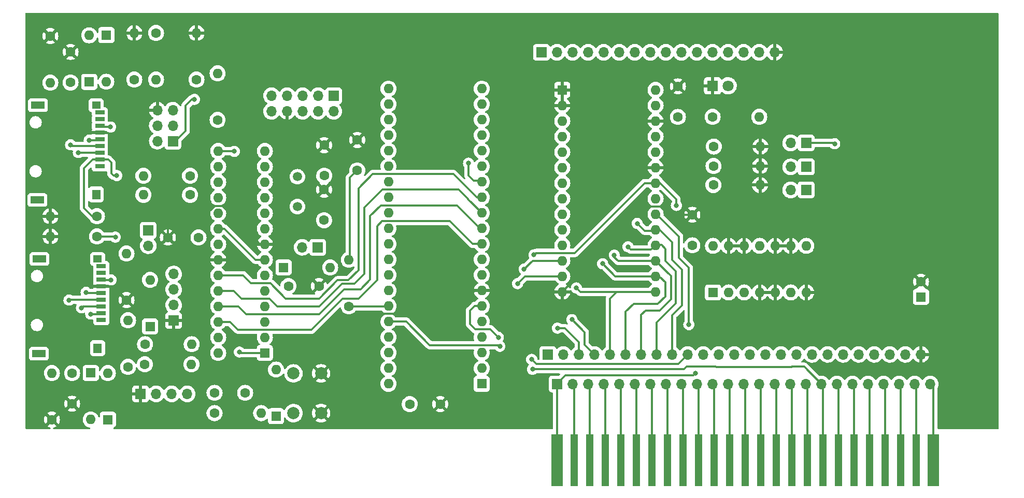
<source format=gbr>
G04 #@! TF.GenerationSoftware,KiCad,Pcbnew,(6.0.2)*
G04 #@! TF.CreationDate,2022-05-27T23:37:14-05:00*
G04 #@! TF.ProjectId,Apple2Card,4170706c-6532-4436-9172-642e6b696361,rev?*
G04 #@! TF.SameCoordinates,Original*
G04 #@! TF.FileFunction,Copper,L1,Top*
G04 #@! TF.FilePolarity,Positive*
%FSLAX46Y46*%
G04 Gerber Fmt 4.6, Leading zero omitted, Abs format (unit mm)*
G04 Created by KiCad (PCBNEW (6.0.2)) date 2022-05-27 23:37:14*
%MOMM*%
%LPD*%
G01*
G04 APERTURE LIST*
G04 #@! TA.AperFunction,ComponentPad*
%ADD10O,1.600000X1.600000*%
G04 #@! TD*
G04 #@! TA.AperFunction,ComponentPad*
%ADD11C,1.600000*%
G04 #@! TD*
G04 #@! TA.AperFunction,ComponentPad*
%ADD12R,1.700000X1.700000*%
G04 #@! TD*
G04 #@! TA.AperFunction,ComponentPad*
%ADD13O,1.700000X1.700000*%
G04 #@! TD*
G04 #@! TA.AperFunction,ComponentPad*
%ADD14R,1.600000X1.600000*%
G04 #@! TD*
G04 #@! TA.AperFunction,SMDPad,CuDef*
%ADD15R,2.200000X1.200000*%
G04 #@! TD*
G04 #@! TA.AperFunction,SMDPad,CuDef*
%ADD16R,1.400000X1.600000*%
G04 #@! TD*
G04 #@! TA.AperFunction,SMDPad,CuDef*
%ADD17R,1.600000X0.700000*%
G04 #@! TD*
G04 #@! TA.AperFunction,SMDPad,CuDef*
%ADD18R,1.400000X1.200000*%
G04 #@! TD*
G04 #@! TA.AperFunction,SMDPad,CuDef*
%ADD19R,1.900000X8.530000*%
G04 #@! TD*
G04 #@! TA.AperFunction,SMDPad,CuDef*
%ADD20R,1.270000X8.530000*%
G04 #@! TD*
G04 #@! TA.AperFunction,SMDPad,CuDef*
%ADD21R,1.910000X8.530000*%
G04 #@! TD*
G04 #@! TA.AperFunction,ComponentPad*
%ADD22C,1.500000*%
G04 #@! TD*
G04 #@! TA.AperFunction,ComponentPad*
%ADD23C,2.000000*%
G04 #@! TD*
G04 #@! TA.AperFunction,ComponentPad*
%ADD24R,1.800000X1.800000*%
G04 #@! TD*
G04 #@! TA.AperFunction,ComponentPad*
%ADD25C,1.800000*%
G04 #@! TD*
G04 #@! TA.AperFunction,ViaPad*
%ADD26C,0.800000*%
G04 #@! TD*
G04 #@! TA.AperFunction,Conductor*
%ADD27C,0.350000*%
G04 #@! TD*
G04 APERTURE END LIST*
D10*
X50038000Y-65278000D03*
D11*
X50038000Y-72898000D03*
D12*
X81280000Y-64262000D03*
D13*
X78740000Y-64262000D03*
D14*
X75692000Y-67564000D03*
D10*
X83312000Y-67564000D03*
D11*
X82310000Y-59830000D03*
X82310000Y-54830000D03*
X61468000Y-36830000D03*
D10*
X61468000Y-29210000D03*
D11*
X53030000Y-83400000D03*
D10*
X60650000Y-83400000D03*
D11*
X53070000Y-80110000D03*
D10*
X60690000Y-80110000D03*
D14*
X44196000Y-84810000D03*
D10*
X44196000Y-92430000D03*
D11*
X140120000Y-42940000D03*
X140120000Y-37940000D03*
D15*
X35812000Y-66164000D03*
D16*
X45312000Y-80764000D03*
D17*
X45912000Y-76164000D03*
X45912000Y-75064000D03*
X45912000Y-73964000D03*
X45912000Y-72864000D03*
X45912000Y-71764000D03*
X45912000Y-70664000D03*
X45912000Y-69564000D03*
X45912000Y-68464000D03*
X45912000Y-67364000D03*
D18*
X45312000Y-66164000D03*
D15*
X35712000Y-81664000D03*
D11*
X142480000Y-63940000D03*
X142480000Y-58940000D03*
D12*
X53590000Y-61465000D03*
D13*
X53590000Y-64005000D03*
D11*
X76494000Y-70612000D03*
X81494000Y-70612000D03*
X40894000Y-37300000D03*
X40894000Y-32300000D03*
D12*
X161080000Y-47190000D03*
D13*
X158540000Y-47190000D03*
D11*
X145920000Y-54080000D03*
D10*
X153540000Y-54080000D03*
D19*
X120396000Y-99060000D03*
D20*
X123190000Y-99060000D03*
X125730000Y-99060000D03*
X128270000Y-99060000D03*
X130810000Y-99060000D03*
X133350000Y-99060000D03*
X135890000Y-99060000D03*
X138430000Y-99060000D03*
X140970000Y-99060000D03*
X143510000Y-99060000D03*
X146050000Y-99060000D03*
X148590000Y-99060000D03*
X151130000Y-99060000D03*
X153670000Y-99060000D03*
X156210000Y-99060000D03*
X158750000Y-99060000D03*
X161290000Y-99060000D03*
X163830000Y-99060000D03*
X166370000Y-99060000D03*
X168910000Y-99060000D03*
X171450000Y-99060000D03*
X173990000Y-99060000D03*
X176530000Y-99060000D03*
X179070000Y-99060000D03*
D21*
X181864000Y-99060000D03*
D11*
X45212000Y-62484000D03*
D10*
X37592000Y-62484000D03*
D12*
X52330000Y-88230000D03*
D13*
X54870000Y-88230000D03*
X57410000Y-88230000D03*
X59950000Y-88230000D03*
D14*
X46736000Y-29560000D03*
D10*
X46736000Y-37180000D03*
D14*
X72640000Y-81530000D03*
D10*
X72640000Y-78990000D03*
X72640000Y-76450000D03*
X72640000Y-73910000D03*
X72640000Y-71370000D03*
X72640000Y-68830000D03*
X72640000Y-66290000D03*
X72640000Y-63750000D03*
X72640000Y-61210000D03*
X72640000Y-58670000D03*
X72640000Y-56130000D03*
X72640000Y-53590000D03*
X72640000Y-51050000D03*
X72640000Y-48510000D03*
X65020000Y-48510000D03*
X65020000Y-51050000D03*
X65020000Y-53590000D03*
X65020000Y-56130000D03*
X65020000Y-58670000D03*
X65020000Y-61210000D03*
X65020000Y-63750000D03*
X65020000Y-66290000D03*
X65020000Y-68830000D03*
X65020000Y-71370000D03*
X65020000Y-73910000D03*
X65020000Y-76450000D03*
X65020000Y-78990000D03*
X65020000Y-81530000D03*
D22*
X77960000Y-57600000D03*
X77960000Y-52720000D03*
D14*
X53890000Y-77210000D03*
D10*
X53890000Y-69590000D03*
D12*
X120396000Y-86614000D03*
D13*
X122936000Y-86614000D03*
X125476000Y-86614000D03*
X128016000Y-86614000D03*
X130556000Y-86614000D03*
X133096000Y-86614000D03*
X135636000Y-86614000D03*
X138176000Y-86614000D03*
X140716000Y-86614000D03*
X143256000Y-86614000D03*
X145796000Y-86614000D03*
X148336000Y-86614000D03*
X150876000Y-86614000D03*
X153416000Y-86614000D03*
X155956000Y-86614000D03*
X158496000Y-86614000D03*
X161036000Y-86614000D03*
X163576000Y-86614000D03*
X166116000Y-86614000D03*
X168656000Y-86614000D03*
X171196000Y-86614000D03*
X173736000Y-86614000D03*
X176276000Y-86614000D03*
X178816000Y-86614000D03*
X181356000Y-86614000D03*
D12*
X57740000Y-76240000D03*
D13*
X57740000Y-73700000D03*
X57740000Y-71160000D03*
X57740000Y-68620000D03*
D12*
X118872000Y-81788000D03*
D13*
X121412000Y-81788000D03*
X123952000Y-81788000D03*
X126492000Y-81788000D03*
X129032000Y-81788000D03*
X131572000Y-81788000D03*
X134112000Y-81788000D03*
X136652000Y-81788000D03*
X139192000Y-81788000D03*
X141732000Y-81788000D03*
X144272000Y-81788000D03*
X146812000Y-81788000D03*
X149352000Y-81788000D03*
X151892000Y-81788000D03*
X154432000Y-81788000D03*
X156972000Y-81788000D03*
X159512000Y-81788000D03*
X162052000Y-81788000D03*
X164592000Y-81788000D03*
X167132000Y-81788000D03*
X169672000Y-81788000D03*
X172212000Y-81788000D03*
X174752000Y-81788000D03*
X177292000Y-81788000D03*
X179832000Y-81788000D03*
D11*
X51308000Y-36830000D03*
D10*
X51308000Y-29210000D03*
D11*
X145940000Y-50970000D03*
D10*
X153560000Y-50970000D03*
D15*
X35582000Y-41018000D03*
D16*
X45082000Y-55618000D03*
D17*
X45682000Y-51018000D03*
X45682000Y-49918000D03*
X45682000Y-48818000D03*
X45682000Y-47718000D03*
X45682000Y-46618000D03*
X45682000Y-45518000D03*
X45682000Y-44418000D03*
X45682000Y-43318000D03*
X45682000Y-42218000D03*
D18*
X45082000Y-41018000D03*
D15*
X35482000Y-56518000D03*
D11*
X64420000Y-91380000D03*
D10*
X72040000Y-91380000D03*
D14*
X108080000Y-86580000D03*
D10*
X108080000Y-84040000D03*
X108080000Y-81500000D03*
X108080000Y-78960000D03*
X108080000Y-76420000D03*
X108080000Y-73880000D03*
X108080000Y-71340000D03*
X108080000Y-68800000D03*
X108080000Y-66260000D03*
X108080000Y-63720000D03*
X108080000Y-61180000D03*
X108080000Y-58640000D03*
X108080000Y-56100000D03*
X108080000Y-53560000D03*
X108080000Y-51020000D03*
X108080000Y-48480000D03*
X108080000Y-45940000D03*
X108080000Y-43400000D03*
X108080000Y-40860000D03*
X108080000Y-38320000D03*
X92840000Y-38320000D03*
X92840000Y-40860000D03*
X92840000Y-43400000D03*
X92840000Y-45940000D03*
X92840000Y-48480000D03*
X92840000Y-51020000D03*
X92840000Y-53560000D03*
X92840000Y-56100000D03*
X92840000Y-58640000D03*
X92840000Y-61180000D03*
X92840000Y-63720000D03*
X92840000Y-66260000D03*
X92840000Y-68800000D03*
X92840000Y-71340000D03*
X92840000Y-73880000D03*
X92840000Y-76420000D03*
X92840000Y-78960000D03*
X92840000Y-81500000D03*
X92840000Y-84040000D03*
X92840000Y-86580000D03*
D11*
X37592000Y-29718000D03*
D10*
X37592000Y-37338000D03*
D11*
X41148000Y-84850000D03*
X41148000Y-89850000D03*
D14*
X74460000Y-91880000D03*
D10*
X74460000Y-84260000D03*
D14*
X145865000Y-71650000D03*
D10*
X148405000Y-71650000D03*
X150945000Y-71650000D03*
X153485000Y-71650000D03*
X156025000Y-71650000D03*
X158565000Y-71650000D03*
X161105000Y-71650000D03*
X161105000Y-64030000D03*
X158565000Y-64030000D03*
X156025000Y-64030000D03*
X153485000Y-64030000D03*
X150945000Y-64030000D03*
X148405000Y-64030000D03*
X145865000Y-64030000D03*
D11*
X145990000Y-47780000D03*
D10*
X153610000Y-47780000D03*
D12*
X161085000Y-51100000D03*
D13*
X158545000Y-51100000D03*
D11*
X64420000Y-88060000D03*
X69420000Y-88060000D03*
X82340000Y-47550000D03*
X82340000Y-52550000D03*
X145796000Y-42926000D03*
D10*
X153416000Y-42926000D03*
D23*
X77320000Y-84880000D03*
X77320000Y-91380000D03*
X81820000Y-84880000D03*
X81820000Y-91380000D03*
D11*
X64910000Y-43434000D03*
D10*
X64910000Y-35814000D03*
X86360000Y-66294000D03*
D11*
X86360000Y-73914000D03*
D14*
X121235000Y-38515000D03*
D10*
X121235000Y-41055000D03*
X121235000Y-43595000D03*
X121235000Y-46135000D03*
X121235000Y-48675000D03*
X121235000Y-51215000D03*
X121235000Y-53755000D03*
X121235000Y-56295000D03*
X121235000Y-58835000D03*
X121235000Y-61375000D03*
X121235000Y-63915000D03*
X121235000Y-66455000D03*
X121235000Y-68995000D03*
X121235000Y-71535000D03*
X136475000Y-71535000D03*
X136475000Y-68995000D03*
X136475000Y-66455000D03*
X136475000Y-63915000D03*
X136475000Y-61375000D03*
X136475000Y-58835000D03*
X136475000Y-56295000D03*
X136475000Y-53755000D03*
X136475000Y-51215000D03*
X136475000Y-48675000D03*
X136475000Y-46135000D03*
X136475000Y-43595000D03*
X136475000Y-41055000D03*
X136475000Y-38515000D03*
D14*
X46990000Y-92456000D03*
D10*
X46990000Y-84836000D03*
D11*
X60420000Y-55680000D03*
D10*
X52800000Y-55680000D03*
D24*
X145796000Y-37846000D03*
D25*
X148336000Y-37846000D03*
D11*
X45212000Y-59182000D03*
D10*
X37592000Y-59182000D03*
D11*
X54864000Y-29210000D03*
D10*
X54864000Y-36830000D03*
D11*
X96306000Y-89916000D03*
X101306000Y-89916000D03*
D12*
X161080000Y-54870000D03*
D13*
X158540000Y-54870000D03*
D12*
X117830000Y-32370000D03*
D13*
X120370000Y-32370000D03*
X122910000Y-32370000D03*
X125450000Y-32370000D03*
X127990000Y-32370000D03*
X130530000Y-32370000D03*
X133070000Y-32370000D03*
X135610000Y-32370000D03*
X138150000Y-32370000D03*
X140690000Y-32370000D03*
X143230000Y-32370000D03*
X145770000Y-32370000D03*
X148310000Y-32370000D03*
X150850000Y-32370000D03*
X153390000Y-32370000D03*
X155930000Y-32370000D03*
D12*
X57605000Y-46895000D03*
D13*
X55065000Y-46895000D03*
X57605000Y-44355000D03*
X55065000Y-44355000D03*
X57605000Y-41815000D03*
X55065000Y-41815000D03*
D11*
X37846000Y-92456000D03*
D10*
X37846000Y-84836000D03*
D12*
X83900000Y-39480000D03*
D13*
X83900000Y-42020000D03*
X81360000Y-39480000D03*
X81360000Y-42020000D03*
X78820000Y-39480000D03*
X78820000Y-42020000D03*
X76280000Y-39480000D03*
X76280000Y-42020000D03*
X73740000Y-39480000D03*
X73740000Y-42020000D03*
D11*
X87730000Y-51700000D03*
X87730000Y-46700000D03*
X50292000Y-83820000D03*
D10*
X50292000Y-76200000D03*
D14*
X179832000Y-72390000D03*
D11*
X179832000Y-69890000D03*
X60420000Y-52570000D03*
D10*
X52800000Y-52570000D03*
D11*
X61800000Y-62640000D03*
X56800000Y-62640000D03*
D14*
X43942000Y-37200000D03*
D10*
X43942000Y-29580000D03*
D26*
X48460000Y-52530000D03*
X141910000Y-76910000D03*
X142960000Y-84880000D03*
X116380000Y-84200000D03*
X111030000Y-80450000D03*
X69210000Y-62360000D03*
X110790000Y-78990000D03*
X116240000Y-82590000D03*
X133470000Y-60360000D03*
X131980000Y-64180000D03*
X129740000Y-65540000D03*
X127830000Y-66950000D03*
X123535500Y-70910000D03*
X122810000Y-76080000D03*
X113930000Y-70200000D03*
X120450000Y-77480000D03*
X115000000Y-67820000D03*
X68480000Y-81390000D03*
X40640000Y-72898000D03*
X40894000Y-47498000D03*
X67650000Y-48570000D03*
X47498000Y-69596000D03*
X61140000Y-40060000D03*
X47440000Y-44580000D03*
X165740000Y-47330000D03*
X105920000Y-50500000D03*
X43434000Y-71628000D03*
X43942000Y-46736000D03*
X48214500Y-62590000D03*
X44196000Y-75184000D03*
X42164000Y-48768000D03*
X42672000Y-74168000D03*
X139880000Y-57410000D03*
X116610000Y-65500000D03*
D27*
X107810000Y-61180000D02*
X108080000Y-61180000D01*
X104030000Y-57400000D02*
X107810000Y-61180000D01*
X91610000Y-57400000D02*
X104030000Y-57400000D01*
X89860000Y-69570000D02*
X89860000Y-59150000D01*
X85598000Y-71120000D02*
X88310000Y-71120000D01*
X89860000Y-59150000D02*
X91610000Y-57400000D01*
X69596000Y-75184000D02*
X81534000Y-75184000D01*
X68322000Y-73910000D02*
X69596000Y-75184000D01*
X65020000Y-73910000D02*
X68322000Y-73910000D01*
X81534000Y-75184000D02*
X85598000Y-71120000D01*
X88310000Y-71120000D02*
X89860000Y-69570000D01*
X102840000Y-59940000D02*
X106620000Y-63720000D01*
X91810000Y-59940000D02*
X102840000Y-59940000D01*
X90970000Y-69640000D02*
X90970000Y-60780000D01*
X90970000Y-60780000D02*
X91810000Y-59940000D01*
X85344000Y-72644000D02*
X87966000Y-72644000D01*
X68260000Y-77730000D02*
X80258000Y-77730000D01*
X80258000Y-77730000D02*
X85344000Y-72644000D01*
X106620000Y-63720000D02*
X108080000Y-63720000D01*
X66980000Y-76450000D02*
X68260000Y-77730000D01*
X87966000Y-72644000D02*
X90970000Y-69640000D01*
X65020000Y-76450000D02*
X66980000Y-76450000D01*
X58376000Y-58210000D02*
X56800000Y-59786000D01*
X58376000Y-58210000D02*
X63818990Y-58210000D01*
X56800000Y-59786000D02*
X56800000Y-62640000D01*
X70370000Y-70110000D02*
X73525500Y-70110000D01*
X65020000Y-68830000D02*
X69090000Y-68830000D01*
X81534000Y-72644000D02*
X84517520Y-69660480D01*
X73525500Y-70110000D02*
X76059500Y-72644000D01*
X69090000Y-68830000D02*
X70370000Y-70110000D01*
X86249520Y-69660480D02*
X87940000Y-67970000D01*
X84517520Y-69660480D02*
X86249520Y-69660480D01*
X76059500Y-72644000D02*
X81534000Y-72644000D01*
X87940000Y-67970000D02*
X87940000Y-54610000D01*
X87940000Y-54610000D02*
X90270000Y-52280000D01*
X90270000Y-52280000D02*
X103420000Y-52280000D01*
X103420000Y-52280000D02*
X107240000Y-56100000D01*
X107240000Y-56100000D02*
X108080000Y-56100000D01*
X67560000Y-71370000D02*
X65020000Y-71370000D01*
X68834000Y-72644000D02*
X67560000Y-71370000D01*
X73406000Y-72644000D02*
X68834000Y-72644000D01*
X74676000Y-73914000D02*
X73406000Y-72644000D01*
X81534000Y-73914000D02*
X74676000Y-73914000D01*
X85238000Y-70210000D02*
X81534000Y-73914000D01*
X87250000Y-70210000D02*
X85238000Y-70210000D01*
X88880000Y-57740000D02*
X88880000Y-68580000D01*
X88880000Y-68580000D02*
X87250000Y-70210000D01*
X91820000Y-54800000D02*
X88880000Y-57740000D01*
X105860000Y-56350000D02*
X105830000Y-56350000D01*
X105830000Y-56350000D02*
X104280000Y-54800000D01*
X105860000Y-56420000D02*
X105860000Y-56350000D01*
X108080000Y-58640000D02*
X105860000Y-56420000D01*
X104280000Y-54800000D02*
X91820000Y-54800000D01*
X86540000Y-52890000D02*
X86540000Y-66114000D01*
X87730000Y-51700000D02*
X86540000Y-52890000D01*
X86540000Y-66114000D02*
X86360000Y-66294000D01*
X66036000Y-61210000D02*
X65020000Y-61210000D01*
X71116000Y-66290000D02*
X66036000Y-61210000D01*
X72640000Y-66290000D02*
X71116000Y-66290000D01*
X92806000Y-73914000D02*
X92840000Y-73880000D01*
X86360000Y-73914000D02*
X92806000Y-73914000D01*
X103220000Y-75120000D02*
X107000000Y-71340000D01*
X91504000Y-75120000D02*
X103220000Y-75120000D01*
X81820000Y-84804000D02*
X91504000Y-75120000D01*
X81820000Y-84880000D02*
X81820000Y-84804000D01*
X107000000Y-71340000D02*
X108080000Y-71340000D01*
X48214500Y-62590000D02*
X48108500Y-62484000D01*
X48108500Y-62484000D02*
X45212000Y-62484000D01*
X47068000Y-49918000D02*
X45682000Y-49918000D01*
X47560000Y-50410000D02*
X47068000Y-49918000D01*
X47910000Y-52530000D02*
X47560000Y-52180000D01*
X48460000Y-52530000D02*
X47910000Y-52530000D01*
X47560000Y-52180000D02*
X47560000Y-50410000D01*
X136665000Y-58835000D02*
X136475000Y-58835000D01*
X142960000Y-84880000D02*
X142650000Y-85190000D01*
X140300000Y-62470000D02*
X136665000Y-58835000D01*
X141910000Y-76910000D02*
X141910000Y-67630000D01*
X141910000Y-67630000D02*
X140300000Y-66020000D01*
X142650000Y-85190000D02*
X121720000Y-85190000D01*
X120396000Y-86514000D02*
X120396000Y-86614000D01*
X121720000Y-85190000D02*
X120396000Y-86514000D01*
X140300000Y-66020000D02*
X140300000Y-62470000D01*
X120396000Y-99060000D02*
X120396000Y-86614000D01*
X123190000Y-86868000D02*
X122936000Y-86614000D01*
X123190000Y-99060000D02*
X123190000Y-86868000D01*
X125730000Y-86868000D02*
X125476000Y-86614000D01*
X125730000Y-99060000D02*
X125730000Y-86868000D01*
X128270000Y-86868000D02*
X128016000Y-86614000D01*
X128270000Y-99060000D02*
X128270000Y-86868000D01*
X130810000Y-99060000D02*
X130810000Y-86868000D01*
X130810000Y-86868000D02*
X130556000Y-86614000D01*
X133350000Y-99060000D02*
X133350000Y-86868000D01*
X133350000Y-86868000D02*
X133096000Y-86614000D01*
X135890000Y-99060000D02*
X135890000Y-86868000D01*
X135890000Y-86868000D02*
X135636000Y-86614000D01*
X138430000Y-99060000D02*
X138430000Y-86868000D01*
X138430000Y-86868000D02*
X138176000Y-86614000D01*
X140970000Y-99060000D02*
X140970000Y-86868000D01*
X140970000Y-86868000D02*
X140716000Y-86614000D01*
X143510000Y-99060000D02*
X143510000Y-86868000D01*
X143510000Y-86868000D02*
X143256000Y-86614000D01*
X146050000Y-86868000D02*
X145796000Y-86614000D01*
X146050000Y-99060000D02*
X146050000Y-86868000D01*
X148590000Y-86868000D02*
X148336000Y-86614000D01*
X148590000Y-99060000D02*
X148590000Y-86868000D01*
X151130000Y-86868000D02*
X150876000Y-86614000D01*
X151130000Y-99060000D02*
X151130000Y-86868000D01*
X153670000Y-86868000D02*
X153416000Y-86614000D01*
X153670000Y-99060000D02*
X153670000Y-86868000D01*
X156210000Y-86868000D02*
X155956000Y-86614000D01*
X156210000Y-99060000D02*
X156210000Y-86868000D01*
X158750000Y-99060000D02*
X158750000Y-86868000D01*
X158750000Y-86868000D02*
X158496000Y-86614000D01*
X161290000Y-86868000D02*
X161036000Y-86614000D01*
X161290000Y-99060000D02*
X161290000Y-86868000D01*
X95750000Y-76420000D02*
X99590000Y-80260000D01*
X160762000Y-83800000D02*
X163576000Y-86614000D01*
X141140000Y-84200000D02*
X141550000Y-83790000D01*
X92840000Y-76420000D02*
X95750000Y-76420000D01*
X110840000Y-80260000D02*
X111030000Y-80450000D01*
X99590000Y-80260000D02*
X110840000Y-80260000D01*
X158780000Y-83800000D02*
X160762000Y-83800000D01*
X163830000Y-99060000D02*
X163830000Y-86868000D01*
X116380000Y-84200000D02*
X141140000Y-84200000D01*
X163830000Y-86868000D02*
X163576000Y-86614000D01*
X158750000Y-83830000D02*
X158780000Y-83800000D01*
X146360000Y-83830000D02*
X158750000Y-83830000D01*
X146320000Y-83790000D02*
X146360000Y-83830000D01*
X141550000Y-83790000D02*
X146320000Y-83790000D01*
X166370000Y-86868000D02*
X166116000Y-86614000D01*
X166370000Y-99060000D02*
X166370000Y-86868000D01*
X168910000Y-99060000D02*
X168910000Y-86868000D01*
X168910000Y-86868000D02*
X168656000Y-86614000D01*
X171450000Y-99060000D02*
X171450000Y-86868000D01*
X171450000Y-86868000D02*
X171196000Y-86614000D01*
X173990000Y-99060000D02*
X173990000Y-86868000D01*
X173990000Y-86868000D02*
X173736000Y-86614000D01*
X176530000Y-86868000D02*
X176276000Y-86614000D01*
X176530000Y-99060000D02*
X176530000Y-86868000D01*
X179070000Y-86868000D02*
X178816000Y-86614000D01*
X179070000Y-99060000D02*
X179070000Y-86868000D01*
X181864000Y-87122000D02*
X181356000Y-86614000D01*
X181864000Y-99060000D02*
X181864000Y-87122000D01*
X64533501Y-57495489D02*
X65655489Y-57495489D01*
X71910000Y-63750000D02*
X72640000Y-63750000D01*
X69210000Y-62360000D02*
X69640000Y-61930000D01*
X63818990Y-58210000D02*
X64533501Y-57495489D01*
X121235000Y-71535000D02*
X123120000Y-69650000D01*
X69640000Y-61480000D02*
X71910000Y-63750000D01*
X123120000Y-68230000D02*
X133790000Y-57560000D01*
X138970000Y-58940000D02*
X142480000Y-58940000D01*
X123120000Y-69650000D02*
X123120000Y-68230000D01*
X65655489Y-57495489D02*
X69640000Y-61480000D01*
X133790000Y-57560000D02*
X137590000Y-57560000D01*
X69640000Y-61930000D02*
X69640000Y-61480000D01*
X137590000Y-57560000D02*
X138970000Y-58940000D01*
X106890000Y-73880000D02*
X108080000Y-73880000D01*
X140180000Y-83340000D02*
X141732000Y-81788000D01*
X116990000Y-83340000D02*
X140180000Y-83340000D01*
X109460000Y-77660000D02*
X106990000Y-77660000D01*
X110790000Y-78990000D02*
X109460000Y-77660000D01*
X106180000Y-76850000D02*
X106180000Y-74590000D01*
X106990000Y-77660000D02*
X106180000Y-76850000D01*
X106180000Y-74590000D02*
X106890000Y-73880000D01*
X116240000Y-82590000D02*
X116990000Y-83340000D01*
X140830000Y-67910000D02*
X139200000Y-66280000D01*
X139192000Y-75388000D02*
X140830000Y-73750000D01*
X134710000Y-61540000D02*
X136310000Y-61540000D01*
X139200000Y-66280000D02*
X139200000Y-63460000D01*
X140830000Y-73750000D02*
X140830000Y-67910000D01*
X133530000Y-60360000D02*
X134710000Y-61540000D01*
X133470000Y-60360000D02*
X133530000Y-60360000D01*
X137115000Y-61375000D02*
X136475000Y-61375000D01*
X139200000Y-63460000D02*
X137115000Y-61375000D01*
X139192000Y-81788000D02*
X139192000Y-75388000D01*
X136310000Y-61540000D02*
X136475000Y-61375000D01*
X136520000Y-63870000D02*
X136475000Y-63915000D01*
X137450000Y-63870000D02*
X136520000Y-63870000D01*
X135740000Y-64650000D02*
X136475000Y-63915000D01*
X136652000Y-81788000D02*
X136652000Y-76558000D01*
X139780000Y-68190000D02*
X138110000Y-66520000D01*
X132450000Y-64650000D02*
X135740000Y-64650000D01*
X131980000Y-64180000D02*
X132450000Y-64650000D01*
X136652000Y-76558000D02*
X139780000Y-73430000D01*
X139780000Y-73430000D02*
X139780000Y-68190000D01*
X138110000Y-66520000D02*
X138110000Y-64530000D01*
X138110000Y-64530000D02*
X137450000Y-63870000D01*
X129740000Y-65540000D02*
X129740000Y-65860000D01*
X138980000Y-72770000D02*
X138980000Y-68960000D01*
X129740000Y-65860000D02*
X130335000Y-66455000D01*
X137170000Y-74580000D02*
X138980000Y-72770000D01*
X134112000Y-75328000D02*
X134860000Y-74580000D01*
X130335000Y-66455000D02*
X136475000Y-66455000D01*
X134860000Y-74580000D02*
X137170000Y-74580000D01*
X138980000Y-68960000D02*
X136475000Y-66455000D01*
X134112000Y-81788000D02*
X134112000Y-75328000D01*
X127830000Y-66950000D02*
X129875000Y-68995000D01*
X136850000Y-73500000D02*
X138040000Y-72310000D01*
X129875000Y-68995000D02*
X136475000Y-68995000D01*
X132880000Y-73500000D02*
X136850000Y-73500000D01*
X131572000Y-81788000D02*
X131572000Y-74808000D01*
X137055000Y-68995000D02*
X136475000Y-68995000D01*
X138040000Y-72310000D02*
X138040000Y-69980000D01*
X131572000Y-74808000D02*
X132880000Y-73500000D01*
X138040000Y-69980000D02*
X137055000Y-68995000D01*
X124160500Y-71535000D02*
X130125000Y-71535000D01*
X123535500Y-70910000D02*
X124160500Y-71535000D01*
X130125000Y-71535000D02*
X136475000Y-71535000D01*
X129032000Y-81788000D02*
X129032000Y-72628000D01*
X129032000Y-72628000D02*
X130125000Y-71535000D01*
X113930000Y-70200000D02*
X115135000Y-68995000D01*
X124900000Y-78170000D02*
X124900000Y-80196000D01*
X124900000Y-80196000D02*
X126492000Y-81788000D01*
X115135000Y-68995000D02*
X121235000Y-68995000D01*
X122810000Y-76080000D02*
X124900000Y-78170000D01*
X123952000Y-79762000D02*
X123952000Y-81788000D01*
X121670000Y-77480000D02*
X123952000Y-79762000D01*
X116365000Y-66455000D02*
X121235000Y-66455000D01*
X120450000Y-77480000D02*
X121670000Y-77480000D01*
X115000000Y-67820000D02*
X116365000Y-66455000D01*
X68480000Y-81390000D02*
X68620000Y-81530000D01*
X68620000Y-81530000D02*
X72640000Y-81530000D01*
X45912000Y-72864000D02*
X40674000Y-72864000D01*
X40674000Y-72864000D02*
X40640000Y-72898000D01*
X40894000Y-47498000D02*
X41114000Y-47718000D01*
X41114000Y-47718000D02*
X45682000Y-47718000D01*
X67590000Y-48510000D02*
X65020000Y-48510000D01*
X67650000Y-48570000D02*
X67590000Y-48510000D01*
X47498000Y-69596000D02*
X45944000Y-69596000D01*
X61140000Y-40060000D02*
X60710000Y-40060000D01*
X58025000Y-46895000D02*
X57605000Y-46895000D01*
X60710000Y-40060000D02*
X59700000Y-41070000D01*
X45944000Y-69596000D02*
X45912000Y-69564000D01*
X59700000Y-45220000D02*
X58025000Y-46895000D01*
X47440000Y-44580000D02*
X45844000Y-44580000D01*
X59700000Y-41070000D02*
X59700000Y-45220000D01*
X45844000Y-44580000D02*
X45682000Y-44418000D01*
X165600000Y-47190000D02*
X161080000Y-47190000D01*
X107880000Y-53360000D02*
X106780000Y-53360000D01*
X165740000Y-47330000D02*
X165600000Y-47190000D01*
X105920000Y-52500000D02*
X105920000Y-50500000D01*
X108080000Y-53560000D02*
X107880000Y-53360000D01*
X106780000Y-53360000D02*
X105920000Y-52500000D01*
X45682000Y-49918000D02*
X44532000Y-49918000D01*
X44532000Y-49918000D02*
X43080000Y-51370000D01*
X44450000Y-59182000D02*
X45212000Y-59182000D01*
X43080000Y-57812000D02*
X44450000Y-59182000D01*
X43080000Y-51370000D02*
X43080000Y-57812000D01*
X43570000Y-71764000D02*
X43434000Y-71628000D01*
X45912000Y-71764000D02*
X43570000Y-71764000D01*
X45564000Y-46736000D02*
X45682000Y-46618000D01*
X43942000Y-46736000D02*
X45564000Y-46736000D01*
X45792000Y-75184000D02*
X45912000Y-75064000D01*
X44196000Y-75184000D02*
X45792000Y-75184000D01*
X42164000Y-48768000D02*
X42214000Y-48818000D01*
X42876000Y-73964000D02*
X42672000Y-74168000D01*
X42214000Y-48818000D02*
X45682000Y-48818000D01*
X45912000Y-73964000D02*
X42876000Y-73964000D01*
X116930000Y-65180000D02*
X123290000Y-65180000D01*
X139880000Y-56430000D02*
X137205000Y-53755000D01*
X123290000Y-65180000D02*
X134715000Y-53755000D01*
X139880000Y-57410000D02*
X139880000Y-56430000D01*
X116610000Y-65500000D02*
X116930000Y-65180000D01*
X136475000Y-53755000D02*
X134715000Y-53755000D01*
X137205000Y-53755000D02*
X136475000Y-53755000D01*
G04 #@! TA.AperFunction,Conductor*
G36*
X192474121Y-25928002D02*
G01*
X192520614Y-25981658D01*
X192532000Y-26034000D01*
X192532000Y-93854000D01*
X192511998Y-93922121D01*
X192458342Y-93968614D01*
X192406000Y-93980000D01*
X184412702Y-93980000D01*
X184411932Y-93979998D01*
X184338284Y-93979548D01*
X184338283Y-93979548D01*
X184334348Y-93979524D01*
X184333004Y-93979908D01*
X184331659Y-93980000D01*
X182673500Y-93980000D01*
X182605379Y-93959998D01*
X182558886Y-93906342D01*
X182547500Y-93854000D01*
X182547500Y-87298881D01*
X182560543Y-87243054D01*
X182621136Y-87120453D01*
X182621137Y-87120451D01*
X182623430Y-87115811D01*
X182680894Y-86926676D01*
X182686865Y-86907023D01*
X182686865Y-86907021D01*
X182688370Y-86902069D01*
X182717529Y-86680590D01*
X182719156Y-86614000D01*
X182700852Y-86391361D01*
X182646431Y-86174702D01*
X182557354Y-85969840D01*
X182495029Y-85873500D01*
X182438822Y-85786617D01*
X182438820Y-85786614D01*
X182436014Y-85782277D01*
X182285670Y-85617051D01*
X182281619Y-85613852D01*
X182281615Y-85613848D01*
X182114414Y-85481800D01*
X182114410Y-85481798D01*
X182110359Y-85478598D01*
X182105831Y-85476098D01*
X182040712Y-85440151D01*
X181914789Y-85370638D01*
X181909920Y-85368914D01*
X181909916Y-85368912D01*
X181709087Y-85297795D01*
X181709083Y-85297794D01*
X181704212Y-85296069D01*
X181699119Y-85295162D01*
X181699116Y-85295161D01*
X181489373Y-85257800D01*
X181489367Y-85257799D01*
X181484284Y-85256894D01*
X181410452Y-85255992D01*
X181266081Y-85254228D01*
X181266079Y-85254228D01*
X181260911Y-85254165D01*
X181040091Y-85287955D01*
X180827756Y-85357357D01*
X180797443Y-85373137D01*
X180699362Y-85424195D01*
X180629607Y-85460507D01*
X180625474Y-85463610D01*
X180625471Y-85463612D01*
X180455100Y-85591530D01*
X180450965Y-85594635D01*
X180447393Y-85598373D01*
X180310032Y-85742113D01*
X180296629Y-85756138D01*
X180189201Y-85913621D01*
X180134293Y-85958621D01*
X180063768Y-85966792D01*
X180000021Y-85935538D01*
X179979324Y-85911054D01*
X179898822Y-85786617D01*
X179898820Y-85786614D01*
X179896014Y-85782277D01*
X179745670Y-85617051D01*
X179741619Y-85613852D01*
X179741615Y-85613848D01*
X179574414Y-85481800D01*
X179574410Y-85481798D01*
X179570359Y-85478598D01*
X179565831Y-85476098D01*
X179500712Y-85440151D01*
X179374789Y-85370638D01*
X179369920Y-85368914D01*
X179369916Y-85368912D01*
X179169087Y-85297795D01*
X179169083Y-85297794D01*
X179164212Y-85296069D01*
X179159119Y-85295162D01*
X179159116Y-85295161D01*
X178949373Y-85257800D01*
X178949367Y-85257799D01*
X178944284Y-85256894D01*
X178870452Y-85255992D01*
X178726081Y-85254228D01*
X178726079Y-85254228D01*
X178720911Y-85254165D01*
X178500091Y-85287955D01*
X178287756Y-85357357D01*
X178257443Y-85373137D01*
X178159362Y-85424195D01*
X178089607Y-85460507D01*
X178085474Y-85463610D01*
X178085471Y-85463612D01*
X177915100Y-85591530D01*
X177910965Y-85594635D01*
X177907393Y-85598373D01*
X177770032Y-85742113D01*
X177756629Y-85756138D01*
X177649201Y-85913621D01*
X177594293Y-85958621D01*
X177523768Y-85966792D01*
X177460021Y-85935538D01*
X177439324Y-85911054D01*
X177358822Y-85786617D01*
X177358820Y-85786614D01*
X177356014Y-85782277D01*
X177205670Y-85617051D01*
X177201619Y-85613852D01*
X177201615Y-85613848D01*
X177034414Y-85481800D01*
X177034410Y-85481798D01*
X177030359Y-85478598D01*
X177025831Y-85476098D01*
X176960712Y-85440151D01*
X176834789Y-85370638D01*
X176829920Y-85368914D01*
X176829916Y-85368912D01*
X176629087Y-85297795D01*
X176629083Y-85297794D01*
X176624212Y-85296069D01*
X176619119Y-85295162D01*
X176619116Y-85295161D01*
X176409373Y-85257800D01*
X176409367Y-85257799D01*
X176404284Y-85256894D01*
X176330452Y-85255992D01*
X176186081Y-85254228D01*
X176186079Y-85254228D01*
X176180911Y-85254165D01*
X175960091Y-85287955D01*
X175747756Y-85357357D01*
X175717443Y-85373137D01*
X175619362Y-85424195D01*
X175549607Y-85460507D01*
X175545474Y-85463610D01*
X175545471Y-85463612D01*
X175375100Y-85591530D01*
X175370965Y-85594635D01*
X175367393Y-85598373D01*
X175230032Y-85742113D01*
X175216629Y-85756138D01*
X175109201Y-85913621D01*
X175054293Y-85958621D01*
X174983768Y-85966792D01*
X174920021Y-85935538D01*
X174899324Y-85911054D01*
X174818822Y-85786617D01*
X174818820Y-85786614D01*
X174816014Y-85782277D01*
X174665670Y-85617051D01*
X174661619Y-85613852D01*
X174661615Y-85613848D01*
X174494414Y-85481800D01*
X174494410Y-85481798D01*
X174490359Y-85478598D01*
X174485831Y-85476098D01*
X174420712Y-85440151D01*
X174294789Y-85370638D01*
X174289920Y-85368914D01*
X174289916Y-85368912D01*
X174089087Y-85297795D01*
X174089083Y-85297794D01*
X174084212Y-85296069D01*
X174079119Y-85295162D01*
X174079116Y-85295161D01*
X173869373Y-85257800D01*
X173869367Y-85257799D01*
X173864284Y-85256894D01*
X173790452Y-85255992D01*
X173646081Y-85254228D01*
X173646079Y-85254228D01*
X173640911Y-85254165D01*
X173420091Y-85287955D01*
X173207756Y-85357357D01*
X173177443Y-85373137D01*
X173079362Y-85424195D01*
X173009607Y-85460507D01*
X173005474Y-85463610D01*
X173005471Y-85463612D01*
X172835100Y-85591530D01*
X172830965Y-85594635D01*
X172827393Y-85598373D01*
X172690032Y-85742113D01*
X172676629Y-85756138D01*
X172569201Y-85913621D01*
X172514293Y-85958621D01*
X172443768Y-85966792D01*
X172380021Y-85935538D01*
X172359324Y-85911054D01*
X172278822Y-85786617D01*
X172278820Y-85786614D01*
X172276014Y-85782277D01*
X172125670Y-85617051D01*
X172121619Y-85613852D01*
X172121615Y-85613848D01*
X171954414Y-85481800D01*
X171954410Y-85481798D01*
X171950359Y-85478598D01*
X171945831Y-85476098D01*
X171880712Y-85440151D01*
X171754789Y-85370638D01*
X171749920Y-85368914D01*
X171749916Y-85368912D01*
X171549087Y-85297795D01*
X171549083Y-85297794D01*
X171544212Y-85296069D01*
X171539119Y-85295162D01*
X171539116Y-85295161D01*
X171329373Y-85257800D01*
X171329367Y-85257799D01*
X171324284Y-85256894D01*
X171250452Y-85255992D01*
X171106081Y-85254228D01*
X171106079Y-85254228D01*
X171100911Y-85254165D01*
X170880091Y-85287955D01*
X170667756Y-85357357D01*
X170637443Y-85373137D01*
X170539362Y-85424195D01*
X170469607Y-85460507D01*
X170465474Y-85463610D01*
X170465471Y-85463612D01*
X170295100Y-85591530D01*
X170290965Y-85594635D01*
X170287393Y-85598373D01*
X170150032Y-85742113D01*
X170136629Y-85756138D01*
X170029201Y-85913621D01*
X169974293Y-85958621D01*
X169903768Y-85966792D01*
X169840021Y-85935538D01*
X169819324Y-85911054D01*
X169738822Y-85786617D01*
X169738820Y-85786614D01*
X169736014Y-85782277D01*
X169585670Y-85617051D01*
X169581619Y-85613852D01*
X169581615Y-85613848D01*
X169414414Y-85481800D01*
X169414410Y-85481798D01*
X169410359Y-85478598D01*
X169405831Y-85476098D01*
X169340712Y-85440151D01*
X169214789Y-85370638D01*
X169209920Y-85368914D01*
X169209916Y-85368912D01*
X169009087Y-85297795D01*
X169009083Y-85297794D01*
X169004212Y-85296069D01*
X168999119Y-85295162D01*
X168999116Y-85295161D01*
X168789373Y-85257800D01*
X168789367Y-85257799D01*
X168784284Y-85256894D01*
X168710452Y-85255992D01*
X168566081Y-85254228D01*
X168566079Y-85254228D01*
X168560911Y-85254165D01*
X168340091Y-85287955D01*
X168127756Y-85357357D01*
X168097443Y-85373137D01*
X167999362Y-85424195D01*
X167929607Y-85460507D01*
X167925474Y-85463610D01*
X167925471Y-85463612D01*
X167755100Y-85591530D01*
X167750965Y-85594635D01*
X167747393Y-85598373D01*
X167610032Y-85742113D01*
X167596629Y-85756138D01*
X167489201Y-85913621D01*
X167434293Y-85958621D01*
X167363768Y-85966792D01*
X167300021Y-85935538D01*
X167279324Y-85911054D01*
X167198822Y-85786617D01*
X167198820Y-85786614D01*
X167196014Y-85782277D01*
X167045670Y-85617051D01*
X167041619Y-85613852D01*
X167041615Y-85613848D01*
X166874414Y-85481800D01*
X166874410Y-85481798D01*
X166870359Y-85478598D01*
X166865831Y-85476098D01*
X166800712Y-85440151D01*
X166674789Y-85370638D01*
X166669920Y-85368914D01*
X166669916Y-85368912D01*
X166469087Y-85297795D01*
X166469083Y-85297794D01*
X166464212Y-85296069D01*
X166459119Y-85295162D01*
X166459116Y-85295161D01*
X166249373Y-85257800D01*
X166249367Y-85257799D01*
X166244284Y-85256894D01*
X166170452Y-85255992D01*
X166026081Y-85254228D01*
X166026079Y-85254228D01*
X166020911Y-85254165D01*
X165800091Y-85287955D01*
X165587756Y-85357357D01*
X165557443Y-85373137D01*
X165459362Y-85424195D01*
X165389607Y-85460507D01*
X165385474Y-85463610D01*
X165385471Y-85463612D01*
X165215100Y-85591530D01*
X165210965Y-85594635D01*
X165207393Y-85598373D01*
X165070032Y-85742113D01*
X165056629Y-85756138D01*
X164949201Y-85913621D01*
X164894293Y-85958621D01*
X164823768Y-85966792D01*
X164760021Y-85935538D01*
X164739324Y-85911054D01*
X164658822Y-85786617D01*
X164658820Y-85786614D01*
X164656014Y-85782277D01*
X164505670Y-85617051D01*
X164501619Y-85613852D01*
X164501615Y-85613848D01*
X164334414Y-85481800D01*
X164334410Y-85481798D01*
X164330359Y-85478598D01*
X164325831Y-85476098D01*
X164260712Y-85440151D01*
X164134789Y-85370638D01*
X164129920Y-85368914D01*
X164129916Y-85368912D01*
X163929087Y-85297795D01*
X163929083Y-85297794D01*
X163924212Y-85296069D01*
X163919119Y-85295162D01*
X163919116Y-85295161D01*
X163709373Y-85257800D01*
X163709367Y-85257799D01*
X163704284Y-85256894D01*
X163630452Y-85255992D01*
X163486081Y-85254228D01*
X163486079Y-85254228D01*
X163480911Y-85254165D01*
X163285396Y-85284083D01*
X163215034Y-85274615D01*
X163177243Y-85248628D01*
X161265156Y-83336541D01*
X161259302Y-83330276D01*
X161227704Y-83294055D01*
X161222710Y-83288330D01*
X161172345Y-83252934D01*
X161167077Y-83249020D01*
X161124649Y-83215752D01*
X161118672Y-83211065D01*
X161111748Y-83207939D01*
X161107439Y-83205329D01*
X161098024Y-83199958D01*
X161093576Y-83197573D01*
X161087361Y-83193205D01*
X161030039Y-83170856D01*
X161023971Y-83168306D01*
X160967895Y-83142986D01*
X160960418Y-83141600D01*
X160955598Y-83140090D01*
X160945165Y-83137118D01*
X160940304Y-83135870D01*
X160933228Y-83133111D01*
X160872238Y-83125082D01*
X160865722Y-83124050D01*
X160816180Y-83114868D01*
X160805233Y-83112839D01*
X160797653Y-83113276D01*
X160797652Y-83113276D01*
X160745358Y-83116291D01*
X160738106Y-83116500D01*
X160382666Y-83116500D01*
X160314545Y-83096498D01*
X160268052Y-83042842D01*
X160257948Y-82972568D01*
X160287442Y-82907988D01*
X160309498Y-82887921D01*
X160323517Y-82877921D01*
X160391860Y-82829173D01*
X160434978Y-82786206D01*
X160518754Y-82702722D01*
X160550096Y-82671489D01*
X160555215Y-82664366D01*
X160680453Y-82490077D01*
X160681776Y-82491028D01*
X160728645Y-82447857D01*
X160798580Y-82435625D01*
X160864026Y-82463144D01*
X160891875Y-82494994D01*
X160951987Y-82593088D01*
X161098250Y-82761938D01*
X161270126Y-82904632D01*
X161463000Y-83017338D01*
X161467825Y-83019180D01*
X161467826Y-83019181D01*
X161491023Y-83028039D01*
X161671692Y-83097030D01*
X161676760Y-83098061D01*
X161676763Y-83098062D01*
X161771862Y-83117410D01*
X161890597Y-83141567D01*
X161895772Y-83141757D01*
X161895774Y-83141757D01*
X162108673Y-83149564D01*
X162108677Y-83149564D01*
X162113837Y-83149753D01*
X162118957Y-83149097D01*
X162118959Y-83149097D01*
X162330288Y-83122025D01*
X162330289Y-83122025D01*
X162335416Y-83121368D01*
X162340366Y-83119883D01*
X162544429Y-83058661D01*
X162544434Y-83058659D01*
X162549384Y-83057174D01*
X162749994Y-82958896D01*
X162931860Y-82829173D01*
X162974978Y-82786206D01*
X163058754Y-82702722D01*
X163090096Y-82671489D01*
X163095215Y-82664366D01*
X163220453Y-82490077D01*
X163221776Y-82491028D01*
X163268645Y-82447857D01*
X163338580Y-82435625D01*
X163404026Y-82463144D01*
X163431875Y-82494994D01*
X163491987Y-82593088D01*
X163638250Y-82761938D01*
X163810126Y-82904632D01*
X164003000Y-83017338D01*
X164007825Y-83019180D01*
X164007826Y-83019181D01*
X164031023Y-83028039D01*
X164211692Y-83097030D01*
X164216760Y-83098061D01*
X164216763Y-83098062D01*
X164311862Y-83117410D01*
X164430597Y-83141567D01*
X164435772Y-83141757D01*
X164435774Y-83141757D01*
X164648673Y-83149564D01*
X164648677Y-83149564D01*
X164653837Y-83149753D01*
X164658957Y-83149097D01*
X164658959Y-83149097D01*
X164870288Y-83122025D01*
X164870289Y-83122025D01*
X164875416Y-83121368D01*
X164880366Y-83119883D01*
X165084429Y-83058661D01*
X165084434Y-83058659D01*
X165089384Y-83057174D01*
X165289994Y-82958896D01*
X165471860Y-82829173D01*
X165514978Y-82786206D01*
X165598754Y-82702722D01*
X165630096Y-82671489D01*
X165635215Y-82664366D01*
X165760453Y-82490077D01*
X165761776Y-82491028D01*
X165808645Y-82447857D01*
X165878580Y-82435625D01*
X165944026Y-82463144D01*
X165971875Y-82494994D01*
X166031987Y-82593088D01*
X166178250Y-82761938D01*
X166350126Y-82904632D01*
X166543000Y-83017338D01*
X166547825Y-83019180D01*
X166547826Y-83019181D01*
X166571023Y-83028039D01*
X166751692Y-83097030D01*
X166756760Y-83098061D01*
X166756763Y-83098062D01*
X166851862Y-83117410D01*
X166970597Y-83141567D01*
X166975772Y-83141757D01*
X166975774Y-83141757D01*
X167188673Y-83149564D01*
X167188677Y-83149564D01*
X167193837Y-83149753D01*
X167198957Y-83149097D01*
X167198959Y-83149097D01*
X167410288Y-83122025D01*
X167410289Y-83122025D01*
X167415416Y-83121368D01*
X167420366Y-83119883D01*
X167624429Y-83058661D01*
X167624434Y-83058659D01*
X167629384Y-83057174D01*
X167829994Y-82958896D01*
X168011860Y-82829173D01*
X168054978Y-82786206D01*
X168138754Y-82702722D01*
X168170096Y-82671489D01*
X168175215Y-82664366D01*
X168300453Y-82490077D01*
X168301776Y-82491028D01*
X168348645Y-82447857D01*
X168418580Y-82435625D01*
X168484026Y-82463144D01*
X168511875Y-82494994D01*
X168571987Y-82593088D01*
X168718250Y-82761938D01*
X168890126Y-82904632D01*
X169083000Y-83017338D01*
X169087825Y-83019180D01*
X169087826Y-83019181D01*
X169111023Y-83028039D01*
X169291692Y-83097030D01*
X169296760Y-83098061D01*
X169296763Y-83098062D01*
X169391862Y-83117410D01*
X169510597Y-83141567D01*
X169515772Y-83141757D01*
X169515774Y-83141757D01*
X169728673Y-83149564D01*
X169728677Y-83149564D01*
X169733837Y-83149753D01*
X169738957Y-83149097D01*
X169738959Y-83149097D01*
X169950288Y-83122025D01*
X169950289Y-83122025D01*
X169955416Y-83121368D01*
X169960366Y-83119883D01*
X170164429Y-83058661D01*
X170164434Y-83058659D01*
X170169384Y-83057174D01*
X170369994Y-82958896D01*
X170551860Y-82829173D01*
X170594978Y-82786206D01*
X170678754Y-82702722D01*
X170710096Y-82671489D01*
X170715215Y-82664366D01*
X170840453Y-82490077D01*
X170841776Y-82491028D01*
X170888645Y-82447857D01*
X170958580Y-82435625D01*
X171024026Y-82463144D01*
X171051875Y-82494994D01*
X171111987Y-82593088D01*
X171258250Y-82761938D01*
X171430126Y-82904632D01*
X171623000Y-83017338D01*
X171627825Y-83019180D01*
X171627826Y-83019181D01*
X171651023Y-83028039D01*
X171831692Y-83097030D01*
X171836760Y-83098061D01*
X171836763Y-83098062D01*
X171931862Y-83117410D01*
X172050597Y-83141567D01*
X172055772Y-83141757D01*
X172055774Y-83141757D01*
X172268673Y-83149564D01*
X172268677Y-83149564D01*
X172273837Y-83149753D01*
X172278957Y-83149097D01*
X172278959Y-83149097D01*
X172490288Y-83122025D01*
X172490289Y-83122025D01*
X172495416Y-83121368D01*
X172500366Y-83119883D01*
X172704429Y-83058661D01*
X172704434Y-83058659D01*
X172709384Y-83057174D01*
X172909994Y-82958896D01*
X173091860Y-82829173D01*
X173134978Y-82786206D01*
X173218754Y-82702722D01*
X173250096Y-82671489D01*
X173255215Y-82664366D01*
X173380453Y-82490077D01*
X173381776Y-82491028D01*
X173428645Y-82447857D01*
X173498580Y-82435625D01*
X173564026Y-82463144D01*
X173591875Y-82494994D01*
X173651987Y-82593088D01*
X173798250Y-82761938D01*
X173970126Y-82904632D01*
X174163000Y-83017338D01*
X174167825Y-83019180D01*
X174167826Y-83019181D01*
X174191023Y-83028039D01*
X174371692Y-83097030D01*
X174376760Y-83098061D01*
X174376763Y-83098062D01*
X174471862Y-83117410D01*
X174590597Y-83141567D01*
X174595772Y-83141757D01*
X174595774Y-83141757D01*
X174808673Y-83149564D01*
X174808677Y-83149564D01*
X174813837Y-83149753D01*
X174818957Y-83149097D01*
X174818959Y-83149097D01*
X175030288Y-83122025D01*
X175030289Y-83122025D01*
X175035416Y-83121368D01*
X175040366Y-83119883D01*
X175244429Y-83058661D01*
X175244434Y-83058659D01*
X175249384Y-83057174D01*
X175449994Y-82958896D01*
X175631860Y-82829173D01*
X175674978Y-82786206D01*
X175758754Y-82702722D01*
X175790096Y-82671489D01*
X175795215Y-82664366D01*
X175920453Y-82490077D01*
X175921776Y-82491028D01*
X175968645Y-82447857D01*
X176038580Y-82435625D01*
X176104026Y-82463144D01*
X176131875Y-82494994D01*
X176191987Y-82593088D01*
X176338250Y-82761938D01*
X176510126Y-82904632D01*
X176703000Y-83017338D01*
X176707825Y-83019180D01*
X176707826Y-83019181D01*
X176731023Y-83028039D01*
X176911692Y-83097030D01*
X176916760Y-83098061D01*
X176916763Y-83098062D01*
X177011862Y-83117410D01*
X177130597Y-83141567D01*
X177135772Y-83141757D01*
X177135774Y-83141757D01*
X177348673Y-83149564D01*
X177348677Y-83149564D01*
X177353837Y-83149753D01*
X177358957Y-83149097D01*
X177358959Y-83149097D01*
X177570288Y-83122025D01*
X177570289Y-83122025D01*
X177575416Y-83121368D01*
X177580366Y-83119883D01*
X177784429Y-83058661D01*
X177784434Y-83058659D01*
X177789384Y-83057174D01*
X177989994Y-82958896D01*
X178171860Y-82829173D01*
X178214978Y-82786206D01*
X178298754Y-82702722D01*
X178330096Y-82671489D01*
X178335215Y-82664366D01*
X178460453Y-82490077D01*
X178461640Y-82490930D01*
X178508960Y-82447362D01*
X178578897Y-82435145D01*
X178644338Y-82462678D01*
X178672166Y-82494511D01*
X178729694Y-82588388D01*
X178735777Y-82596699D01*
X178875213Y-82757667D01*
X178882580Y-82764883D01*
X179046434Y-82900916D01*
X179054881Y-82906831D01*
X179238756Y-83014279D01*
X179248042Y-83018729D01*
X179447001Y-83094703D01*
X179456899Y-83097579D01*
X179560250Y-83118606D01*
X179574299Y-83117410D01*
X179578000Y-83107065D01*
X179578000Y-83106517D01*
X180086000Y-83106517D01*
X180090064Y-83120359D01*
X180103478Y-83122393D01*
X180110184Y-83121534D01*
X180120262Y-83119392D01*
X180324255Y-83058191D01*
X180333842Y-83054433D01*
X180525095Y-82960739D01*
X180533945Y-82955464D01*
X180707328Y-82831792D01*
X180715200Y-82825139D01*
X180866052Y-82674812D01*
X180872730Y-82666965D01*
X180997003Y-82494020D01*
X181002313Y-82485183D01*
X181096670Y-82294267D01*
X181100469Y-82284672D01*
X181162377Y-82080910D01*
X181164555Y-82070837D01*
X181165986Y-82059962D01*
X181163775Y-82045778D01*
X181150617Y-82042000D01*
X180104115Y-82042000D01*
X180088876Y-82046475D01*
X180087671Y-82047865D01*
X180086000Y-82055548D01*
X180086000Y-83106517D01*
X179578000Y-83106517D01*
X179578000Y-81515885D01*
X180086000Y-81515885D01*
X180090475Y-81531124D01*
X180091865Y-81532329D01*
X180099548Y-81534000D01*
X181150344Y-81534000D01*
X181163875Y-81530027D01*
X181165180Y-81520947D01*
X181123214Y-81353875D01*
X181119894Y-81344124D01*
X181034972Y-81148814D01*
X181030105Y-81139739D01*
X180914426Y-80960926D01*
X180908136Y-80952757D01*
X180764806Y-80795240D01*
X180757273Y-80788215D01*
X180590139Y-80656222D01*
X180581552Y-80650517D01*
X180395117Y-80547599D01*
X180385705Y-80543369D01*
X180184959Y-80472280D01*
X180174988Y-80469646D01*
X180103837Y-80456972D01*
X180090540Y-80458432D01*
X180086000Y-80472989D01*
X180086000Y-81515885D01*
X179578000Y-81515885D01*
X179578000Y-80471102D01*
X179574082Y-80457758D01*
X179559806Y-80455771D01*
X179521324Y-80461660D01*
X179511288Y-80464051D01*
X179308868Y-80530212D01*
X179299359Y-80534209D01*
X179110463Y-80632542D01*
X179101738Y-80638036D01*
X178931433Y-80765905D01*
X178923726Y-80772748D01*
X178776590Y-80926717D01*
X178770109Y-80934722D01*
X178665498Y-81088074D01*
X178610587Y-81133076D01*
X178540062Y-81141247D01*
X178476315Y-81109993D01*
X178455618Y-81085509D01*
X178374822Y-80960617D01*
X178374820Y-80960614D01*
X178372014Y-80956277D01*
X178221670Y-80791051D01*
X178217619Y-80787852D01*
X178217615Y-80787848D01*
X178050414Y-80655800D01*
X178050410Y-80655798D01*
X178046359Y-80652598D01*
X178039878Y-80649020D01*
X177973138Y-80612178D01*
X177850789Y-80544638D01*
X177845920Y-80542914D01*
X177845916Y-80542912D01*
X177645087Y-80471795D01*
X177645083Y-80471794D01*
X177640212Y-80470069D01*
X177635119Y-80469162D01*
X177635116Y-80469161D01*
X177425373Y-80431800D01*
X177425367Y-80431799D01*
X177420284Y-80430894D01*
X177346452Y-80429992D01*
X177202081Y-80428228D01*
X177202079Y-80428228D01*
X177196911Y-80428165D01*
X176976091Y-80461955D01*
X176763756Y-80531357D01*
X176720388Y-80553933D01*
X176595836Y-80618771D01*
X176565607Y-80634507D01*
X176561474Y-80637610D01*
X176561471Y-80637612D01*
X176396119Y-80761762D01*
X176386965Y-80768635D01*
X176347203Y-80810243D01*
X176245171Y-80917014D01*
X176232629Y-80930138D01*
X176125201Y-81087621D01*
X176070293Y-81132621D01*
X175999768Y-81140792D01*
X175936021Y-81109538D01*
X175915324Y-81085054D01*
X175834822Y-80960617D01*
X175834820Y-80960614D01*
X175832014Y-80956277D01*
X175681670Y-80791051D01*
X175677619Y-80787852D01*
X175677615Y-80787848D01*
X175510414Y-80655800D01*
X175510410Y-80655798D01*
X175506359Y-80652598D01*
X175499878Y-80649020D01*
X175433138Y-80612178D01*
X175310789Y-80544638D01*
X175305920Y-80542914D01*
X175305916Y-80542912D01*
X175105087Y-80471795D01*
X175105083Y-80471794D01*
X175100212Y-80470069D01*
X175095119Y-80469162D01*
X175095116Y-80469161D01*
X174885373Y-80431800D01*
X174885367Y-80431799D01*
X174880284Y-80430894D01*
X174806452Y-80429992D01*
X174662081Y-80428228D01*
X174662079Y-80428228D01*
X174656911Y-80428165D01*
X174436091Y-80461955D01*
X174223756Y-80531357D01*
X174180388Y-80553933D01*
X174055836Y-80618771D01*
X174025607Y-80634507D01*
X174021474Y-80637610D01*
X174021471Y-80637612D01*
X173856119Y-80761762D01*
X173846965Y-80768635D01*
X173807203Y-80810243D01*
X173705171Y-80917014D01*
X173692629Y-80930138D01*
X173585201Y-81087621D01*
X173530293Y-81132621D01*
X173459768Y-81140792D01*
X173396021Y-81109538D01*
X173375324Y-81085054D01*
X173294822Y-80960617D01*
X173294820Y-80960614D01*
X173292014Y-80956277D01*
X173141670Y-80791051D01*
X173137619Y-80787852D01*
X173137615Y-80787848D01*
X172970414Y-80655800D01*
X172970410Y-80655798D01*
X172966359Y-80652598D01*
X172959878Y-80649020D01*
X172893138Y-80612178D01*
X172770789Y-80544638D01*
X172765920Y-80542914D01*
X172765916Y-80542912D01*
X172565087Y-80471795D01*
X172565083Y-80471794D01*
X172560212Y-80470069D01*
X172555119Y-80469162D01*
X172555116Y-80469161D01*
X172345373Y-80431800D01*
X172345367Y-80431799D01*
X172340284Y-80430894D01*
X172266452Y-80429992D01*
X172122081Y-80428228D01*
X172122079Y-80428228D01*
X172116911Y-80428165D01*
X171896091Y-80461955D01*
X171683756Y-80531357D01*
X171640388Y-80553933D01*
X171515836Y-80618771D01*
X171485607Y-80634507D01*
X171481474Y-80637610D01*
X171481471Y-80637612D01*
X171316119Y-80761762D01*
X171306965Y-80768635D01*
X171267203Y-80810243D01*
X171165171Y-80917014D01*
X171152629Y-80930138D01*
X171045201Y-81087621D01*
X170990293Y-81132621D01*
X170919768Y-81140792D01*
X170856021Y-81109538D01*
X170835324Y-81085054D01*
X170754822Y-80960617D01*
X170754820Y-80960614D01*
X170752014Y-80956277D01*
X170601670Y-80791051D01*
X170597619Y-80787852D01*
X170597615Y-80787848D01*
X170430414Y-80655800D01*
X170430410Y-80655798D01*
X170426359Y-80652598D01*
X170419878Y-80649020D01*
X170353138Y-80612178D01*
X170230789Y-80544638D01*
X170225920Y-80542914D01*
X170225916Y-80542912D01*
X170025087Y-80471795D01*
X170025083Y-80471794D01*
X170020212Y-80470069D01*
X170015119Y-80469162D01*
X170015116Y-80469161D01*
X169805373Y-80431800D01*
X169805367Y-80431799D01*
X169800284Y-80430894D01*
X169726452Y-80429992D01*
X169582081Y-80428228D01*
X169582079Y-80428228D01*
X169576911Y-80428165D01*
X169356091Y-80461955D01*
X169143756Y-80531357D01*
X169100388Y-80553933D01*
X168975836Y-80618771D01*
X168945607Y-80634507D01*
X168941474Y-80637610D01*
X168941471Y-80637612D01*
X168776119Y-80761762D01*
X168766965Y-80768635D01*
X168727203Y-80810243D01*
X168625171Y-80917014D01*
X168612629Y-80930138D01*
X168505201Y-81087621D01*
X168450293Y-81132621D01*
X168379768Y-81140792D01*
X168316021Y-81109538D01*
X168295324Y-81085054D01*
X168214822Y-80960617D01*
X168214820Y-80960614D01*
X168212014Y-80956277D01*
X168061670Y-80791051D01*
X168057619Y-80787852D01*
X168057615Y-80787848D01*
X167890414Y-80655800D01*
X167890410Y-80655798D01*
X167886359Y-80652598D01*
X167879878Y-80649020D01*
X167813138Y-80612178D01*
X167690789Y-80544638D01*
X167685920Y-80542914D01*
X167685916Y-80542912D01*
X167485087Y-80471795D01*
X167485083Y-80471794D01*
X167480212Y-80470069D01*
X167475119Y-80469162D01*
X167475116Y-80469161D01*
X167265373Y-80431800D01*
X167265367Y-80431799D01*
X167260284Y-80430894D01*
X167186452Y-80429992D01*
X167042081Y-80428228D01*
X167042079Y-80428228D01*
X167036911Y-80428165D01*
X166816091Y-80461955D01*
X166603756Y-80531357D01*
X166560388Y-80553933D01*
X166435836Y-80618771D01*
X166405607Y-80634507D01*
X166401474Y-80637610D01*
X166401471Y-80637612D01*
X166236119Y-80761762D01*
X166226965Y-80768635D01*
X166187203Y-80810243D01*
X166085171Y-80917014D01*
X166072629Y-80930138D01*
X165965201Y-81087621D01*
X165910293Y-81132621D01*
X165839768Y-81140792D01*
X165776021Y-81109538D01*
X165755324Y-81085054D01*
X165674822Y-80960617D01*
X165674820Y-80960614D01*
X165672014Y-80956277D01*
X165521670Y-80791051D01*
X165517619Y-80787852D01*
X165517615Y-80787848D01*
X165350414Y-80655800D01*
X165350410Y-80655798D01*
X165346359Y-80652598D01*
X165339878Y-80649020D01*
X165273138Y-80612178D01*
X165150789Y-80544638D01*
X165145920Y-80542914D01*
X165145916Y-80542912D01*
X164945087Y-80471795D01*
X164945083Y-80471794D01*
X164940212Y-80470069D01*
X164935119Y-80469162D01*
X164935116Y-80469161D01*
X164725373Y-80431800D01*
X164725367Y-80431799D01*
X164720284Y-80430894D01*
X164646452Y-80429992D01*
X164502081Y-80428228D01*
X164502079Y-80428228D01*
X164496911Y-80428165D01*
X164276091Y-80461955D01*
X164063756Y-80531357D01*
X164020388Y-80553933D01*
X163895836Y-80618771D01*
X163865607Y-80634507D01*
X163861474Y-80637610D01*
X163861471Y-80637612D01*
X163696119Y-80761762D01*
X163686965Y-80768635D01*
X163647203Y-80810243D01*
X163545171Y-80917014D01*
X163532629Y-80930138D01*
X163425201Y-81087621D01*
X163370293Y-81132621D01*
X163299768Y-81140792D01*
X163236021Y-81109538D01*
X163215324Y-81085054D01*
X163134822Y-80960617D01*
X163134820Y-80960614D01*
X163132014Y-80956277D01*
X162981670Y-80791051D01*
X162977619Y-80787852D01*
X162977615Y-80787848D01*
X162810414Y-80655800D01*
X162810410Y-80655798D01*
X162806359Y-80652598D01*
X162799878Y-80649020D01*
X162733138Y-80612178D01*
X162610789Y-80544638D01*
X162605920Y-80542914D01*
X162605916Y-80542912D01*
X162405087Y-80471795D01*
X162405083Y-80471794D01*
X162400212Y-80470069D01*
X162395119Y-80469162D01*
X162395116Y-80469161D01*
X162185373Y-80431800D01*
X162185367Y-80431799D01*
X162180284Y-80430894D01*
X162106452Y-80429992D01*
X161962081Y-80428228D01*
X161962079Y-80428228D01*
X161956911Y-80428165D01*
X161736091Y-80461955D01*
X161523756Y-80531357D01*
X161480388Y-80553933D01*
X161355836Y-80618771D01*
X161325607Y-80634507D01*
X161321474Y-80637610D01*
X161321471Y-80637612D01*
X161156119Y-80761762D01*
X161146965Y-80768635D01*
X161107203Y-80810243D01*
X161005171Y-80917014D01*
X160992629Y-80930138D01*
X160885201Y-81087621D01*
X160830293Y-81132621D01*
X160759768Y-81140792D01*
X160696021Y-81109538D01*
X160675324Y-81085054D01*
X160594822Y-80960617D01*
X160594820Y-80960614D01*
X160592014Y-80956277D01*
X160441670Y-80791051D01*
X160437619Y-80787852D01*
X160437615Y-80787848D01*
X160270414Y-80655800D01*
X160270410Y-80655798D01*
X160266359Y-80652598D01*
X160259878Y-80649020D01*
X160193138Y-80612178D01*
X160070789Y-80544638D01*
X160065920Y-80542914D01*
X160065916Y-80542912D01*
X159865087Y-80471795D01*
X159865083Y-80471794D01*
X159860212Y-80470069D01*
X159855119Y-80469162D01*
X159855116Y-80469161D01*
X159645373Y-80431800D01*
X159645367Y-80431799D01*
X159640284Y-80430894D01*
X159566452Y-80429992D01*
X159422081Y-80428228D01*
X159422079Y-80428228D01*
X159416911Y-80428165D01*
X159196091Y-80461955D01*
X158983756Y-80531357D01*
X158940388Y-80553933D01*
X158815836Y-80618771D01*
X158785607Y-80634507D01*
X158781474Y-80637610D01*
X158781471Y-80637612D01*
X158616119Y-80761762D01*
X158606965Y-80768635D01*
X158567203Y-80810243D01*
X158465171Y-80917014D01*
X158452629Y-80930138D01*
X158345201Y-81087621D01*
X158290293Y-81132621D01*
X158219768Y-81140792D01*
X158156021Y-81109538D01*
X158135324Y-81085054D01*
X158054822Y-80960617D01*
X158054820Y-80960614D01*
X158052014Y-80956277D01*
X157901670Y-80791051D01*
X157897619Y-80787852D01*
X157897615Y-80787848D01*
X157730414Y-80655800D01*
X157730410Y-80655798D01*
X157726359Y-80652598D01*
X157719878Y-80649020D01*
X157653138Y-80612178D01*
X157530789Y-80544638D01*
X157525920Y-80542914D01*
X157525916Y-80542912D01*
X157325087Y-80471795D01*
X157325083Y-80471794D01*
X157320212Y-80470069D01*
X157315119Y-80469162D01*
X157315116Y-80469161D01*
X157105373Y-80431800D01*
X157105367Y-80431799D01*
X157100284Y-80430894D01*
X157026452Y-80429992D01*
X156882081Y-80428228D01*
X156882079Y-80428228D01*
X156876911Y-80428165D01*
X156656091Y-80461955D01*
X156443756Y-80531357D01*
X156400388Y-80553933D01*
X156275836Y-80618771D01*
X156245607Y-80634507D01*
X156241474Y-80637610D01*
X156241471Y-80637612D01*
X156076119Y-80761762D01*
X156066965Y-80768635D01*
X156027203Y-80810243D01*
X155925171Y-80917014D01*
X155912629Y-80930138D01*
X155805201Y-81087621D01*
X155750293Y-81132621D01*
X155679768Y-81140792D01*
X155616021Y-81109538D01*
X155595324Y-81085054D01*
X155514822Y-80960617D01*
X155514820Y-80960614D01*
X155512014Y-80956277D01*
X155361670Y-80791051D01*
X155357619Y-80787852D01*
X155357615Y-80787848D01*
X155190414Y-80655800D01*
X155190410Y-80655798D01*
X155186359Y-80652598D01*
X155179878Y-80649020D01*
X155113138Y-80612178D01*
X154990789Y-80544638D01*
X154985920Y-80542914D01*
X154985916Y-80542912D01*
X154785087Y-80471795D01*
X154785083Y-80471794D01*
X154780212Y-80470069D01*
X154775119Y-80469162D01*
X154775116Y-80469161D01*
X154565373Y-80431800D01*
X154565367Y-80431799D01*
X154560284Y-80430894D01*
X154486452Y-80429992D01*
X154342081Y-80428228D01*
X154342079Y-80428228D01*
X154336911Y-80428165D01*
X154116091Y-80461955D01*
X153903756Y-80531357D01*
X153860388Y-80553933D01*
X153735836Y-80618771D01*
X153705607Y-80634507D01*
X153701474Y-80637610D01*
X153701471Y-80637612D01*
X153536119Y-80761762D01*
X153526965Y-80768635D01*
X153487203Y-80810243D01*
X153385171Y-80917014D01*
X153372629Y-80930138D01*
X153265201Y-81087621D01*
X153210293Y-81132621D01*
X153139768Y-81140792D01*
X153076021Y-81109538D01*
X153055324Y-81085054D01*
X152974822Y-80960617D01*
X152974820Y-80960614D01*
X152972014Y-80956277D01*
X152821670Y-80791051D01*
X152817619Y-80787852D01*
X152817615Y-80787848D01*
X152650414Y-80655800D01*
X152650410Y-80655798D01*
X152646359Y-80652598D01*
X152639878Y-80649020D01*
X152573138Y-80612178D01*
X152450789Y-80544638D01*
X152445920Y-80542914D01*
X152445916Y-80542912D01*
X152245087Y-80471795D01*
X152245083Y-80471794D01*
X152240212Y-80470069D01*
X152235119Y-80469162D01*
X152235116Y-80469161D01*
X152025373Y-80431800D01*
X152025367Y-80431799D01*
X152020284Y-80430894D01*
X151946452Y-80429992D01*
X151802081Y-80428228D01*
X151802079Y-80428228D01*
X151796911Y-80428165D01*
X151576091Y-80461955D01*
X151363756Y-80531357D01*
X151320388Y-80553933D01*
X151195836Y-80618771D01*
X151165607Y-80634507D01*
X151161474Y-80637610D01*
X151161471Y-80637612D01*
X150996119Y-80761762D01*
X150986965Y-80768635D01*
X150947203Y-80810243D01*
X150845171Y-80917014D01*
X150832629Y-80930138D01*
X150725201Y-81087621D01*
X150670293Y-81132621D01*
X150599768Y-81140792D01*
X150536021Y-81109538D01*
X150515324Y-81085054D01*
X150434822Y-80960617D01*
X150434820Y-80960614D01*
X150432014Y-80956277D01*
X150281670Y-80791051D01*
X150277619Y-80787852D01*
X150277615Y-80787848D01*
X150110414Y-80655800D01*
X150110410Y-80655798D01*
X150106359Y-80652598D01*
X150099878Y-80649020D01*
X150033138Y-80612178D01*
X149910789Y-80544638D01*
X149905920Y-80542914D01*
X149905916Y-80542912D01*
X149705087Y-80471795D01*
X149705083Y-80471794D01*
X149700212Y-80470069D01*
X149695119Y-80469162D01*
X149695116Y-80469161D01*
X149485373Y-80431800D01*
X149485367Y-80431799D01*
X149480284Y-80430894D01*
X149406452Y-80429992D01*
X149262081Y-80428228D01*
X149262079Y-80428228D01*
X149256911Y-80428165D01*
X149036091Y-80461955D01*
X148823756Y-80531357D01*
X148780388Y-80553933D01*
X148655836Y-80618771D01*
X148625607Y-80634507D01*
X148621474Y-80637610D01*
X148621471Y-80637612D01*
X148456119Y-80761762D01*
X148446965Y-80768635D01*
X148407203Y-80810243D01*
X148305171Y-80917014D01*
X148292629Y-80930138D01*
X148185201Y-81087621D01*
X148130293Y-81132621D01*
X148059768Y-81140792D01*
X147996021Y-81109538D01*
X147975324Y-81085054D01*
X147894822Y-80960617D01*
X147894820Y-80960614D01*
X147892014Y-80956277D01*
X147741670Y-80791051D01*
X147737619Y-80787852D01*
X147737615Y-80787848D01*
X147570414Y-80655800D01*
X147570410Y-80655798D01*
X147566359Y-80652598D01*
X147559878Y-80649020D01*
X147493138Y-80612178D01*
X147370789Y-80544638D01*
X147365920Y-80542914D01*
X147365916Y-80542912D01*
X147165087Y-80471795D01*
X147165083Y-80471794D01*
X147160212Y-80470069D01*
X147155119Y-80469162D01*
X147155116Y-80469161D01*
X146945373Y-80431800D01*
X146945367Y-80431799D01*
X146940284Y-80430894D01*
X146866452Y-80429992D01*
X146722081Y-80428228D01*
X146722079Y-80428228D01*
X146716911Y-80428165D01*
X146496091Y-80461955D01*
X146283756Y-80531357D01*
X146240388Y-80553933D01*
X146115836Y-80618771D01*
X146085607Y-80634507D01*
X146081474Y-80637610D01*
X146081471Y-80637612D01*
X145916119Y-80761762D01*
X145906965Y-80768635D01*
X145867203Y-80810243D01*
X145765171Y-80917014D01*
X145752629Y-80930138D01*
X145645201Y-81087621D01*
X145590293Y-81132621D01*
X145519768Y-81140792D01*
X145456021Y-81109538D01*
X145435324Y-81085054D01*
X145354822Y-80960617D01*
X145354820Y-80960614D01*
X145352014Y-80956277D01*
X145201670Y-80791051D01*
X145197619Y-80787852D01*
X145197615Y-80787848D01*
X145030414Y-80655800D01*
X145030410Y-80655798D01*
X145026359Y-80652598D01*
X145019878Y-80649020D01*
X144953138Y-80612178D01*
X144830789Y-80544638D01*
X144825920Y-80542914D01*
X144825916Y-80542912D01*
X144625087Y-80471795D01*
X144625083Y-80471794D01*
X144620212Y-80470069D01*
X144615119Y-80469162D01*
X144615116Y-80469161D01*
X144405373Y-80431800D01*
X144405367Y-80431799D01*
X144400284Y-80430894D01*
X144326452Y-80429992D01*
X144182081Y-80428228D01*
X144182079Y-80428228D01*
X144176911Y-80428165D01*
X143956091Y-80461955D01*
X143743756Y-80531357D01*
X143700388Y-80553933D01*
X143575836Y-80618771D01*
X143545607Y-80634507D01*
X143541474Y-80637610D01*
X143541471Y-80637612D01*
X143376119Y-80761762D01*
X143366965Y-80768635D01*
X143327203Y-80810243D01*
X143225171Y-80917014D01*
X143212629Y-80930138D01*
X143105201Y-81087621D01*
X143050293Y-81132621D01*
X142979768Y-81140792D01*
X142916021Y-81109538D01*
X142895324Y-81085054D01*
X142814822Y-80960617D01*
X142814820Y-80960614D01*
X142812014Y-80956277D01*
X142661670Y-80791051D01*
X142657619Y-80787852D01*
X142657615Y-80787848D01*
X142490414Y-80655800D01*
X142490410Y-80655798D01*
X142486359Y-80652598D01*
X142479878Y-80649020D01*
X142413138Y-80612178D01*
X142290789Y-80544638D01*
X142285920Y-80542914D01*
X142285916Y-80542912D01*
X142085087Y-80471795D01*
X142085083Y-80471794D01*
X142080212Y-80470069D01*
X142075119Y-80469162D01*
X142075116Y-80469161D01*
X141865373Y-80431800D01*
X141865367Y-80431799D01*
X141860284Y-80430894D01*
X141786452Y-80429992D01*
X141642081Y-80428228D01*
X141642079Y-80428228D01*
X141636911Y-80428165D01*
X141416091Y-80461955D01*
X141203756Y-80531357D01*
X141160388Y-80553933D01*
X141035836Y-80618771D01*
X141005607Y-80634507D01*
X141001474Y-80637610D01*
X141001471Y-80637612D01*
X140836119Y-80761762D01*
X140826965Y-80768635D01*
X140787203Y-80810243D01*
X140685171Y-80917014D01*
X140672629Y-80930138D01*
X140565201Y-81087621D01*
X140510293Y-81132621D01*
X140439768Y-81140792D01*
X140376021Y-81109538D01*
X140355324Y-81085054D01*
X140274822Y-80960617D01*
X140274820Y-80960614D01*
X140272014Y-80956277D01*
X140121670Y-80791051D01*
X140117619Y-80787852D01*
X140117615Y-80787848D01*
X139950414Y-80655800D01*
X139950410Y-80655798D01*
X139946359Y-80652598D01*
X139940609Y-80649424D01*
X139940209Y-80649020D01*
X139937525Y-80647237D01*
X139937893Y-80646683D01*
X139890638Y-80598994D01*
X139875500Y-80539114D01*
X139875500Y-75723305D01*
X139895502Y-75655184D01*
X139912405Y-75634210D01*
X141011405Y-74535210D01*
X141073717Y-74501184D01*
X141144532Y-74506249D01*
X141201368Y-74548796D01*
X141226179Y-74615316D01*
X141226500Y-74624305D01*
X141226500Y-76263006D01*
X141206498Y-76331127D01*
X141194135Y-76347317D01*
X141175383Y-76368143D01*
X141175380Y-76368147D01*
X141170960Y-76373056D01*
X141075473Y-76538444D01*
X141016458Y-76720072D01*
X141015768Y-76726633D01*
X141015768Y-76726635D01*
X140999937Y-76877261D01*
X140996496Y-76910000D01*
X140997186Y-76916565D01*
X141014496Y-77081257D01*
X141016458Y-77099928D01*
X141075473Y-77281556D01*
X141170960Y-77446944D01*
X141175378Y-77451851D01*
X141175379Y-77451852D01*
X141294325Y-77583955D01*
X141298747Y-77588866D01*
X141453248Y-77701118D01*
X141459276Y-77703802D01*
X141459278Y-77703803D01*
X141621681Y-77776109D01*
X141627712Y-77778794D01*
X141709539Y-77796187D01*
X141808056Y-77817128D01*
X141808061Y-77817128D01*
X141814513Y-77818500D01*
X142005487Y-77818500D01*
X142011939Y-77817128D01*
X142011944Y-77817128D01*
X142110461Y-77796187D01*
X142192288Y-77778794D01*
X142198319Y-77776109D01*
X142360722Y-77703803D01*
X142360724Y-77703802D01*
X142366752Y-77701118D01*
X142521253Y-77588866D01*
X142525675Y-77583955D01*
X142644621Y-77451852D01*
X142644622Y-77451851D01*
X142649040Y-77446944D01*
X142744527Y-77281556D01*
X142803542Y-77099928D01*
X142805505Y-77081257D01*
X142822814Y-76916565D01*
X142823504Y-76910000D01*
X142820063Y-76877261D01*
X142804232Y-76726635D01*
X142804232Y-76726633D01*
X142803542Y-76720072D01*
X142744527Y-76538444D01*
X142649040Y-76373056D01*
X142644620Y-76368147D01*
X142644617Y-76368143D01*
X142625865Y-76347317D01*
X142595147Y-76283310D01*
X142593500Y-76263006D01*
X142593500Y-73238134D01*
X178523500Y-73238134D01*
X178530255Y-73300316D01*
X178581385Y-73436705D01*
X178668739Y-73553261D01*
X178785295Y-73640615D01*
X178921684Y-73691745D01*
X178983866Y-73698500D01*
X180680134Y-73698500D01*
X180742316Y-73691745D01*
X180878705Y-73640615D01*
X180995261Y-73553261D01*
X181082615Y-73436705D01*
X181133745Y-73300316D01*
X181140500Y-73238134D01*
X181140500Y-71541866D01*
X181133745Y-71479684D01*
X181082615Y-71343295D01*
X180995261Y-71226739D01*
X180878705Y-71139385D01*
X180742316Y-71088255D01*
X180698748Y-71083522D01*
X180683514Y-71081867D01*
X180683511Y-71081867D01*
X180680134Y-71081500D01*
X180676815Y-71081500D01*
X180609890Y-71057847D01*
X180574196Y-71011844D01*
X180572266Y-71012859D01*
X180566558Y-71002000D01*
X180566368Y-71001755D01*
X180566347Y-71001597D01*
X180546356Y-70963566D01*
X179844812Y-70262022D01*
X179830868Y-70254408D01*
X179829035Y-70254539D01*
X179822420Y-70258790D01*
X179116923Y-70964287D01*
X179094129Y-71006029D01*
X179091953Y-71016029D01*
X179041747Y-71066227D01*
X178988186Y-71081451D01*
X178987281Y-71081500D01*
X178983866Y-71081500D01*
X178980470Y-71081869D01*
X178980468Y-71081869D01*
X178973749Y-71082599D01*
X178921684Y-71088255D01*
X178785295Y-71139385D01*
X178668739Y-71226739D01*
X178581385Y-71343295D01*
X178530255Y-71479684D01*
X178523500Y-71541866D01*
X178523500Y-73238134D01*
X142593500Y-73238134D01*
X142593500Y-72498134D01*
X144556500Y-72498134D01*
X144563255Y-72560316D01*
X144614385Y-72696705D01*
X144701739Y-72813261D01*
X144818295Y-72900615D01*
X144954684Y-72951745D01*
X145016866Y-72958500D01*
X146713134Y-72958500D01*
X146775316Y-72951745D01*
X146911705Y-72900615D01*
X147028261Y-72813261D01*
X147115615Y-72696705D01*
X147166745Y-72560316D01*
X147167917Y-72549526D01*
X147168803Y-72547394D01*
X147169425Y-72544778D01*
X147169848Y-72544879D01*
X147195155Y-72483965D01*
X147253517Y-72443537D01*
X147324471Y-72441078D01*
X147385490Y-72477371D01*
X147392489Y-72486031D01*
X147395643Y-72489789D01*
X147398802Y-72494300D01*
X147560700Y-72656198D01*
X147565208Y-72659355D01*
X147565211Y-72659357D01*
X147636050Y-72708959D01*
X147748251Y-72787523D01*
X147753233Y-72789846D01*
X147753238Y-72789849D01*
X147930737Y-72872617D01*
X147955757Y-72884284D01*
X147961065Y-72885706D01*
X147961067Y-72885707D01*
X148171598Y-72942119D01*
X148171600Y-72942119D01*
X148176913Y-72943543D01*
X148405000Y-72963498D01*
X148633087Y-72943543D01*
X148638400Y-72942119D01*
X148638402Y-72942119D01*
X148848933Y-72885707D01*
X148848935Y-72885706D01*
X148854243Y-72884284D01*
X148879263Y-72872617D01*
X149056762Y-72789849D01*
X149056767Y-72789846D01*
X149061749Y-72787523D01*
X149173950Y-72708959D01*
X149244789Y-72659357D01*
X149244792Y-72659355D01*
X149249300Y-72656198D01*
X149411198Y-72494300D01*
X149421622Y-72479414D01*
X149503533Y-72362432D01*
X149542523Y-72306749D01*
X149544846Y-72301767D01*
X149544849Y-72301762D01*
X149560805Y-72267543D01*
X149607722Y-72214258D01*
X149675999Y-72194797D01*
X149743959Y-72215339D01*
X149789195Y-72267543D01*
X149805151Y-72301762D01*
X149805154Y-72301767D01*
X149807477Y-72306749D01*
X149846467Y-72362432D01*
X149928379Y-72479414D01*
X149938802Y-72494300D01*
X150100700Y-72656198D01*
X150105208Y-72659355D01*
X150105211Y-72659357D01*
X150176050Y-72708959D01*
X150288251Y-72787523D01*
X150293233Y-72789846D01*
X150293238Y-72789849D01*
X150470737Y-72872617D01*
X150495757Y-72884284D01*
X150501065Y-72885706D01*
X150501067Y-72885707D01*
X150711598Y-72942119D01*
X150711600Y-72942119D01*
X150716913Y-72943543D01*
X150945000Y-72963498D01*
X151173087Y-72943543D01*
X151178400Y-72942119D01*
X151178402Y-72942119D01*
X151388933Y-72885707D01*
X151388935Y-72885706D01*
X151394243Y-72884284D01*
X151419263Y-72872617D01*
X151596762Y-72789849D01*
X151596767Y-72789846D01*
X151601749Y-72787523D01*
X151713950Y-72708959D01*
X151784789Y-72659357D01*
X151784792Y-72659355D01*
X151789300Y-72656198D01*
X151951198Y-72494300D01*
X151961622Y-72479414D01*
X152043533Y-72362432D01*
X152082523Y-72306749D01*
X152084846Y-72301767D01*
X152084849Y-72301762D01*
X152101081Y-72266951D01*
X152147998Y-72213666D01*
X152216275Y-72194205D01*
X152284235Y-72214747D01*
X152329471Y-72266951D01*
X152345586Y-72301511D01*
X152351069Y-72311007D01*
X152476028Y-72489467D01*
X152483084Y-72497875D01*
X152637125Y-72651916D01*
X152645533Y-72658972D01*
X152823993Y-72783931D01*
X152833489Y-72789414D01*
X153030947Y-72881490D01*
X153041239Y-72885236D01*
X153213503Y-72931394D01*
X153227599Y-72931058D01*
X153231000Y-72923116D01*
X153231000Y-72917967D01*
X153739000Y-72917967D01*
X153742973Y-72931498D01*
X153751522Y-72932727D01*
X153928761Y-72885236D01*
X153939053Y-72881490D01*
X154136511Y-72789414D01*
X154146007Y-72783931D01*
X154324467Y-72658972D01*
X154332875Y-72651916D01*
X154486916Y-72497875D01*
X154493972Y-72489467D01*
X154618931Y-72311007D01*
X154624414Y-72301511D01*
X154640805Y-72266359D01*
X154687722Y-72213074D01*
X154755999Y-72193613D01*
X154823959Y-72214155D01*
X154869195Y-72266359D01*
X154885586Y-72301511D01*
X154891069Y-72311007D01*
X155016028Y-72489467D01*
X155023084Y-72497875D01*
X155177125Y-72651916D01*
X155185533Y-72658972D01*
X155363993Y-72783931D01*
X155373489Y-72789414D01*
X155570947Y-72881490D01*
X155581239Y-72885236D01*
X155753503Y-72931394D01*
X155767599Y-72931058D01*
X155771000Y-72923116D01*
X155771000Y-72917967D01*
X156279000Y-72917967D01*
X156282973Y-72931498D01*
X156291522Y-72932727D01*
X156468761Y-72885236D01*
X156479053Y-72881490D01*
X156676511Y-72789414D01*
X156686007Y-72783931D01*
X156864467Y-72658972D01*
X156872875Y-72651916D01*
X157026916Y-72497875D01*
X157033972Y-72489467D01*
X157158931Y-72311007D01*
X157164414Y-72301511D01*
X157180529Y-72266951D01*
X157227446Y-72213666D01*
X157295723Y-72194205D01*
X157363683Y-72214747D01*
X157408919Y-72266951D01*
X157425151Y-72301762D01*
X157425154Y-72301767D01*
X157427477Y-72306749D01*
X157466467Y-72362432D01*
X157548379Y-72479414D01*
X157558802Y-72494300D01*
X157720700Y-72656198D01*
X157725208Y-72659355D01*
X157725211Y-72659357D01*
X157796050Y-72708959D01*
X157908251Y-72787523D01*
X157913233Y-72789846D01*
X157913238Y-72789849D01*
X158090737Y-72872617D01*
X158115757Y-72884284D01*
X158121065Y-72885706D01*
X158121067Y-72885707D01*
X158331598Y-72942119D01*
X158331600Y-72942119D01*
X158336913Y-72943543D01*
X158565000Y-72963498D01*
X158793087Y-72943543D01*
X158798400Y-72942119D01*
X158798402Y-72942119D01*
X159008933Y-72885707D01*
X159008935Y-72885706D01*
X159014243Y-72884284D01*
X159039263Y-72872617D01*
X159216762Y-72789849D01*
X159216767Y-72789846D01*
X159221749Y-72787523D01*
X159333950Y-72708959D01*
X159404789Y-72659357D01*
X159404792Y-72659355D01*
X159409300Y-72656198D01*
X159571198Y-72494300D01*
X159581622Y-72479414D01*
X159663533Y-72362432D01*
X159702523Y-72306749D01*
X159704846Y-72301767D01*
X159704849Y-72301762D01*
X159721081Y-72266951D01*
X159767998Y-72213666D01*
X159836275Y-72194205D01*
X159904235Y-72214747D01*
X159949471Y-72266951D01*
X159965586Y-72301511D01*
X159971069Y-72311007D01*
X160096028Y-72489467D01*
X160103084Y-72497875D01*
X160257125Y-72651916D01*
X160265533Y-72658972D01*
X160443993Y-72783931D01*
X160453489Y-72789414D01*
X160650947Y-72881490D01*
X160661239Y-72885236D01*
X160833503Y-72931394D01*
X160847599Y-72931058D01*
X160851000Y-72923116D01*
X160851000Y-72917967D01*
X161359000Y-72917967D01*
X161362973Y-72931498D01*
X161371522Y-72932727D01*
X161548761Y-72885236D01*
X161559053Y-72881490D01*
X161756511Y-72789414D01*
X161766007Y-72783931D01*
X161944467Y-72658972D01*
X161952875Y-72651916D01*
X162106916Y-72497875D01*
X162113972Y-72489467D01*
X162238931Y-72311007D01*
X162244414Y-72301511D01*
X162336490Y-72104053D01*
X162340236Y-72093761D01*
X162386394Y-71921497D01*
X162386058Y-71907401D01*
X162378116Y-71904000D01*
X161377115Y-71904000D01*
X161361876Y-71908475D01*
X161360671Y-71909865D01*
X161359000Y-71917548D01*
X161359000Y-72917967D01*
X160851000Y-72917967D01*
X160851000Y-71377885D01*
X161359000Y-71377885D01*
X161363475Y-71393124D01*
X161364865Y-71394329D01*
X161372548Y-71396000D01*
X162372967Y-71396000D01*
X162386498Y-71392027D01*
X162387727Y-71383478D01*
X162340236Y-71206239D01*
X162336490Y-71195947D01*
X162244414Y-70998489D01*
X162238931Y-70988993D01*
X162113972Y-70810533D01*
X162106916Y-70802125D01*
X161952875Y-70648084D01*
X161944467Y-70641028D01*
X161766007Y-70516069D01*
X161756511Y-70510586D01*
X161559053Y-70418510D01*
X161548761Y-70414764D01*
X161376497Y-70368606D01*
X161362401Y-70368942D01*
X161359000Y-70376884D01*
X161359000Y-71377885D01*
X160851000Y-71377885D01*
X160851000Y-70382033D01*
X160847027Y-70368502D01*
X160838478Y-70367273D01*
X160661239Y-70414764D01*
X160650947Y-70418510D01*
X160453489Y-70510586D01*
X160443993Y-70516069D01*
X160265533Y-70641028D01*
X160257125Y-70648084D01*
X160103084Y-70802125D01*
X160096028Y-70810533D01*
X159971069Y-70988993D01*
X159965586Y-70998489D01*
X159949471Y-71033049D01*
X159902554Y-71086334D01*
X159834277Y-71105795D01*
X159766317Y-71085253D01*
X159721081Y-71033049D01*
X159704849Y-70998238D01*
X159704846Y-70998233D01*
X159702523Y-70993251D01*
X159616077Y-70869794D01*
X159574357Y-70810211D01*
X159574355Y-70810208D01*
X159571198Y-70805700D01*
X159409300Y-70643802D01*
X159404792Y-70640645D01*
X159404789Y-70640643D01*
X159267809Y-70544729D01*
X159221749Y-70512477D01*
X159216767Y-70510154D01*
X159216762Y-70510151D01*
X159019225Y-70418039D01*
X159019224Y-70418039D01*
X159014243Y-70415716D01*
X159008935Y-70414294D01*
X159008933Y-70414293D01*
X158798402Y-70357881D01*
X158798400Y-70357881D01*
X158793087Y-70356457D01*
X158565000Y-70336502D01*
X158336913Y-70356457D01*
X158331600Y-70357881D01*
X158331598Y-70357881D01*
X158121067Y-70414293D01*
X158121065Y-70414294D01*
X158115757Y-70415716D01*
X158110776Y-70418039D01*
X158110775Y-70418039D01*
X157913238Y-70510151D01*
X157913233Y-70510154D01*
X157908251Y-70512477D01*
X157862191Y-70544729D01*
X157725211Y-70640643D01*
X157725208Y-70640645D01*
X157720700Y-70643802D01*
X157558802Y-70805700D01*
X157555645Y-70810208D01*
X157555643Y-70810211D01*
X157513923Y-70869794D01*
X157427477Y-70993251D01*
X157425154Y-70998233D01*
X157425151Y-70998238D01*
X157408919Y-71033049D01*
X157362002Y-71086334D01*
X157293725Y-71105795D01*
X157225765Y-71085253D01*
X157180529Y-71033049D01*
X157164414Y-70998489D01*
X157158931Y-70988993D01*
X157033972Y-70810533D01*
X157026916Y-70802125D01*
X156872875Y-70648084D01*
X156864467Y-70641028D01*
X156686007Y-70516069D01*
X156676511Y-70510586D01*
X156479053Y-70418510D01*
X156468761Y-70414764D01*
X156296497Y-70368606D01*
X156282401Y-70368942D01*
X156279000Y-70376884D01*
X156279000Y-72917967D01*
X155771000Y-72917967D01*
X155771000Y-71922115D01*
X155766525Y-71906876D01*
X155765135Y-71905671D01*
X155757452Y-71904000D01*
X153757115Y-71904000D01*
X153741876Y-71908475D01*
X153740671Y-71909865D01*
X153739000Y-71917548D01*
X153739000Y-72917967D01*
X153231000Y-72917967D01*
X153231000Y-71377885D01*
X153739000Y-71377885D01*
X153743475Y-71393124D01*
X153744865Y-71394329D01*
X153752548Y-71396000D01*
X155752885Y-71396000D01*
X155768124Y-71391525D01*
X155769329Y-71390135D01*
X155771000Y-71382452D01*
X155771000Y-70382033D01*
X155767027Y-70368502D01*
X155758478Y-70367273D01*
X155581239Y-70414764D01*
X155570947Y-70418510D01*
X155373489Y-70510586D01*
X155363993Y-70516069D01*
X155185533Y-70641028D01*
X155177125Y-70648084D01*
X155023084Y-70802125D01*
X155016028Y-70810533D01*
X154891069Y-70988993D01*
X154885586Y-70998489D01*
X154869195Y-71033641D01*
X154822278Y-71086926D01*
X154754001Y-71106387D01*
X154686041Y-71085845D01*
X154640805Y-71033641D01*
X154624414Y-70998489D01*
X154618931Y-70988993D01*
X154493972Y-70810533D01*
X154486916Y-70802125D01*
X154332875Y-70648084D01*
X154324467Y-70641028D01*
X154146007Y-70516069D01*
X154136511Y-70510586D01*
X153939053Y-70418510D01*
X153928761Y-70414764D01*
X153756497Y-70368606D01*
X153742401Y-70368942D01*
X153739000Y-70376884D01*
X153739000Y-71377885D01*
X153231000Y-71377885D01*
X153231000Y-70382033D01*
X153227027Y-70368502D01*
X153218478Y-70367273D01*
X153041239Y-70414764D01*
X153030947Y-70418510D01*
X152833489Y-70510586D01*
X152823993Y-70516069D01*
X152645533Y-70641028D01*
X152637125Y-70648084D01*
X152483084Y-70802125D01*
X152476028Y-70810533D01*
X152351069Y-70988993D01*
X152345586Y-70998489D01*
X152329471Y-71033049D01*
X152282554Y-71086334D01*
X152214277Y-71105795D01*
X152146317Y-71085253D01*
X152101081Y-71033049D01*
X152084849Y-70998238D01*
X152084846Y-70998233D01*
X152082523Y-70993251D01*
X151996077Y-70869794D01*
X151954357Y-70810211D01*
X151954355Y-70810208D01*
X151951198Y-70805700D01*
X151789300Y-70643802D01*
X151784792Y-70640645D01*
X151784789Y-70640643D01*
X151647809Y-70544729D01*
X151601749Y-70512477D01*
X151596767Y-70510154D01*
X151596762Y-70510151D01*
X151399225Y-70418039D01*
X151399224Y-70418039D01*
X151394243Y-70415716D01*
X151388935Y-70414294D01*
X151388933Y-70414293D01*
X151178402Y-70357881D01*
X151178400Y-70357881D01*
X151173087Y-70356457D01*
X150945000Y-70336502D01*
X150716913Y-70356457D01*
X150711600Y-70357881D01*
X150711598Y-70357881D01*
X150501067Y-70414293D01*
X150501065Y-70414294D01*
X150495757Y-70415716D01*
X150490776Y-70418039D01*
X150490775Y-70418039D01*
X150293238Y-70510151D01*
X150293233Y-70510154D01*
X150288251Y-70512477D01*
X150242191Y-70544729D01*
X150105211Y-70640643D01*
X150105208Y-70640645D01*
X150100700Y-70643802D01*
X149938802Y-70805700D01*
X149935645Y-70810208D01*
X149935643Y-70810211D01*
X149893923Y-70869794D01*
X149807477Y-70993251D01*
X149805154Y-70998233D01*
X149805151Y-70998238D01*
X149789195Y-71032457D01*
X149742278Y-71085742D01*
X149674001Y-71105203D01*
X149606041Y-71084661D01*
X149560805Y-71032457D01*
X149544849Y-70998238D01*
X149544846Y-70998233D01*
X149542523Y-70993251D01*
X149456077Y-70869794D01*
X149414357Y-70810211D01*
X149414355Y-70810208D01*
X149411198Y-70805700D01*
X149249300Y-70643802D01*
X149244792Y-70640645D01*
X149244789Y-70640643D01*
X149107809Y-70544729D01*
X149061749Y-70512477D01*
X149056767Y-70510154D01*
X149056762Y-70510151D01*
X148859225Y-70418039D01*
X148859224Y-70418039D01*
X148854243Y-70415716D01*
X148848935Y-70414294D01*
X148848933Y-70414293D01*
X148638402Y-70357881D01*
X148638400Y-70357881D01*
X148633087Y-70356457D01*
X148405000Y-70336502D01*
X148176913Y-70356457D01*
X148171600Y-70357881D01*
X148171598Y-70357881D01*
X147961067Y-70414293D01*
X147961065Y-70414294D01*
X147955757Y-70415716D01*
X147950776Y-70418039D01*
X147950775Y-70418039D01*
X147753238Y-70510151D01*
X147753233Y-70510154D01*
X147748251Y-70512477D01*
X147702191Y-70544729D01*
X147565211Y-70640643D01*
X147565208Y-70640645D01*
X147560700Y-70643802D01*
X147398802Y-70805700D01*
X147395643Y-70810211D01*
X147392108Y-70814424D01*
X147390974Y-70813473D01*
X147340929Y-70853471D01*
X147270310Y-70860776D01*
X147206951Y-70828742D01*
X147170970Y-70767538D01*
X147167918Y-70750483D01*
X147166745Y-70739684D01*
X147115615Y-70603295D01*
X147028261Y-70486739D01*
X146911705Y-70399385D01*
X146775316Y-70348255D01*
X146713134Y-70341500D01*
X145016866Y-70341500D01*
X144954684Y-70348255D01*
X144818295Y-70399385D01*
X144701739Y-70486739D01*
X144614385Y-70603295D01*
X144563255Y-70739684D01*
X144556500Y-70801866D01*
X144556500Y-72498134D01*
X142593500Y-72498134D01*
X142593500Y-69895475D01*
X178519483Y-69895475D01*
X178538472Y-70112519D01*
X178540375Y-70123312D01*
X178596764Y-70333761D01*
X178600510Y-70344053D01*
X178692586Y-70541511D01*
X178698069Y-70551006D01*
X178734509Y-70603048D01*
X178744988Y-70611424D01*
X178758434Y-70604356D01*
X179459978Y-69902812D01*
X179466356Y-69891132D01*
X180196408Y-69891132D01*
X180196539Y-69892965D01*
X180200790Y-69899580D01*
X180906287Y-70605077D01*
X180918062Y-70611507D01*
X180930077Y-70602211D01*
X180965931Y-70551006D01*
X180971414Y-70541511D01*
X181063490Y-70344053D01*
X181067236Y-70333761D01*
X181123625Y-70123312D01*
X181125528Y-70112519D01*
X181144517Y-69895475D01*
X181144517Y-69884525D01*
X181125528Y-69667481D01*
X181123625Y-69656688D01*
X181067236Y-69446239D01*
X181063490Y-69435947D01*
X180971414Y-69238489D01*
X180965931Y-69228994D01*
X180929491Y-69176952D01*
X180919012Y-69168576D01*
X180905566Y-69175644D01*
X180204022Y-69877188D01*
X180196408Y-69891132D01*
X179466356Y-69891132D01*
X179467592Y-69888868D01*
X179467461Y-69887035D01*
X179463210Y-69880420D01*
X178757713Y-69174923D01*
X178745938Y-69168493D01*
X178733923Y-69177789D01*
X178698069Y-69228994D01*
X178692586Y-69238489D01*
X178600510Y-69435947D01*
X178596764Y-69446239D01*
X178540375Y-69656688D01*
X178538472Y-69667481D01*
X178519483Y-69884525D01*
X178519483Y-69895475D01*
X142593500Y-69895475D01*
X142593500Y-68802988D01*
X179110576Y-68802988D01*
X179117644Y-68816434D01*
X179819188Y-69517978D01*
X179833132Y-69525592D01*
X179834965Y-69525461D01*
X179841580Y-69521210D01*
X180547077Y-68815713D01*
X180553507Y-68803938D01*
X180544211Y-68791923D01*
X180493006Y-68756069D01*
X180483511Y-68750586D01*
X180286053Y-68658510D01*
X180275761Y-68654764D01*
X180065312Y-68598375D01*
X180054519Y-68596472D01*
X179837475Y-68577483D01*
X179826525Y-68577483D01*
X179609481Y-68596472D01*
X179598688Y-68598375D01*
X179388239Y-68654764D01*
X179377947Y-68658510D01*
X179180489Y-68750586D01*
X179170994Y-68756069D01*
X179118952Y-68792509D01*
X179110576Y-68802988D01*
X142593500Y-68802988D01*
X142593500Y-67658056D01*
X142593792Y-67649486D01*
X142594933Y-67632749D01*
X142597577Y-67593966D01*
X142592348Y-67564000D01*
X142586997Y-67533342D01*
X142586034Y-67526819D01*
X142579558Y-67473308D01*
X142579558Y-67473307D01*
X142578645Y-67465765D01*
X142575959Y-67458655D01*
X142574754Y-67453752D01*
X142571886Y-67443266D01*
X142570439Y-67438474D01*
X142569134Y-67430996D01*
X142556616Y-67402478D01*
X142544405Y-67374659D01*
X142541914Y-67368554D01*
X142522855Y-67318118D01*
X142522853Y-67318115D01*
X142520169Y-67311011D01*
X142515869Y-67304754D01*
X142513533Y-67300286D01*
X142508275Y-67290840D01*
X142505693Y-67286474D01*
X142502638Y-67279515D01*
X142465177Y-67230696D01*
X142461314Y-67225377D01*
X142430769Y-67180935D01*
X142426466Y-67174674D01*
X142381676Y-67134767D01*
X142376402Y-67129787D01*
X141020405Y-65773790D01*
X140986379Y-65711478D01*
X140983500Y-65684695D01*
X140983500Y-64367706D01*
X141003502Y-64299585D01*
X141057158Y-64253092D01*
X141127432Y-64242988D01*
X141192012Y-64272482D01*
X141231207Y-64335095D01*
X141243218Y-64379919D01*
X141245716Y-64389243D01*
X141248039Y-64394224D01*
X141248039Y-64394225D01*
X141340151Y-64591762D01*
X141340154Y-64591767D01*
X141342477Y-64596749D01*
X141408477Y-64691007D01*
X141456337Y-64759357D01*
X141473802Y-64784300D01*
X141635700Y-64946198D01*
X141640208Y-64949355D01*
X141640211Y-64949357D01*
X141699682Y-64990999D01*
X141823251Y-65077523D01*
X141828233Y-65079846D01*
X141828238Y-65079849D01*
X142013071Y-65166037D01*
X142030757Y-65174284D01*
X142036065Y-65175706D01*
X142036067Y-65175707D01*
X142246598Y-65232119D01*
X142246600Y-65232119D01*
X142251913Y-65233543D01*
X142480000Y-65253498D01*
X142708087Y-65233543D01*
X142713400Y-65232119D01*
X142713402Y-65232119D01*
X142923933Y-65175707D01*
X142923935Y-65175706D01*
X142929243Y-65174284D01*
X142946929Y-65166037D01*
X143131762Y-65079849D01*
X143131767Y-65079846D01*
X143136749Y-65077523D01*
X143260318Y-64990999D01*
X143319789Y-64949357D01*
X143319792Y-64949355D01*
X143324300Y-64946198D01*
X143486198Y-64784300D01*
X143503664Y-64759357D01*
X143551523Y-64691007D01*
X143617523Y-64596749D01*
X143619846Y-64591767D01*
X143619849Y-64591762D01*
X143711961Y-64394225D01*
X143711961Y-64394224D01*
X143714284Y-64389243D01*
X143716783Y-64379919D01*
X143772119Y-64173402D01*
X143772119Y-64173400D01*
X143773543Y-64168087D01*
X143785624Y-64030000D01*
X144551502Y-64030000D01*
X144571457Y-64258087D01*
X144572881Y-64263400D01*
X144572881Y-64263402D01*
X144627613Y-64467661D01*
X144630716Y-64479243D01*
X144633039Y-64484224D01*
X144633039Y-64484225D01*
X144725151Y-64681762D01*
X144725154Y-64681767D01*
X144727477Y-64686749D01*
X144795783Y-64784300D01*
X144853022Y-64866045D01*
X144858802Y-64874300D01*
X145020700Y-65036198D01*
X145025208Y-65039355D01*
X145025211Y-65039357D01*
X145048793Y-65055869D01*
X145208251Y-65167523D01*
X145213233Y-65169846D01*
X145213238Y-65169849D01*
X145401635Y-65257699D01*
X145415757Y-65264284D01*
X145421065Y-65265706D01*
X145421067Y-65265707D01*
X145631598Y-65322119D01*
X145631600Y-65322119D01*
X145636913Y-65323543D01*
X145865000Y-65343498D01*
X146093087Y-65323543D01*
X146098400Y-65322119D01*
X146098402Y-65322119D01*
X146308933Y-65265707D01*
X146308935Y-65265706D01*
X146314243Y-65264284D01*
X146328365Y-65257699D01*
X146516762Y-65169849D01*
X146516767Y-65169846D01*
X146521749Y-65167523D01*
X146681207Y-65055869D01*
X146704789Y-65039357D01*
X146704792Y-65039355D01*
X146709300Y-65036198D01*
X146871198Y-64874300D01*
X146876979Y-64866045D01*
X146934217Y-64784300D01*
X147002523Y-64686749D01*
X147004846Y-64681767D01*
X147004849Y-64681762D01*
X147021081Y-64646951D01*
X147067998Y-64593666D01*
X147136275Y-64574205D01*
X147204235Y-64594747D01*
X147249471Y-64646951D01*
X147265586Y-64681511D01*
X147271069Y-64691007D01*
X147396028Y-64869467D01*
X147403084Y-64877875D01*
X147557125Y-65031916D01*
X147565533Y-65038972D01*
X147743993Y-65163931D01*
X147753489Y-65169414D01*
X147950947Y-65261490D01*
X147961239Y-65265236D01*
X148133503Y-65311394D01*
X148147599Y-65311058D01*
X148151000Y-65303116D01*
X148151000Y-65297967D01*
X148659000Y-65297967D01*
X148662973Y-65311498D01*
X148671522Y-65312727D01*
X148848761Y-65265236D01*
X148859053Y-65261490D01*
X149056511Y-65169414D01*
X149066007Y-65163931D01*
X149244467Y-65038972D01*
X149252875Y-65031916D01*
X149406916Y-64877875D01*
X149413972Y-64869467D01*
X149538931Y-64691007D01*
X149544414Y-64681511D01*
X149560805Y-64646359D01*
X149607722Y-64593074D01*
X149675999Y-64573613D01*
X149743959Y-64594155D01*
X149789195Y-64646359D01*
X149805586Y-64681511D01*
X149811069Y-64691007D01*
X149936028Y-64869467D01*
X149943084Y-64877875D01*
X150097125Y-65031916D01*
X150105533Y-65038972D01*
X150283993Y-65163931D01*
X150293489Y-65169414D01*
X150490947Y-65261490D01*
X150501239Y-65265236D01*
X150673503Y-65311394D01*
X150687599Y-65311058D01*
X150691000Y-65303116D01*
X150691000Y-65297967D01*
X151199000Y-65297967D01*
X151202973Y-65311498D01*
X151211522Y-65312727D01*
X151388761Y-65265236D01*
X151399053Y-65261490D01*
X151596511Y-65169414D01*
X151606007Y-65163931D01*
X151784467Y-65038972D01*
X151792875Y-65031916D01*
X151946916Y-64877875D01*
X151953972Y-64869467D01*
X152078931Y-64691007D01*
X152084414Y-64681511D01*
X152100529Y-64646951D01*
X152147446Y-64593666D01*
X152215723Y-64574205D01*
X152283683Y-64594747D01*
X152328919Y-64646951D01*
X152345151Y-64681762D01*
X152345154Y-64681767D01*
X152347477Y-64686749D01*
X152415783Y-64784300D01*
X152473022Y-64866045D01*
X152478802Y-64874300D01*
X152640700Y-65036198D01*
X152645208Y-65039355D01*
X152645211Y-65039357D01*
X152668793Y-65055869D01*
X152828251Y-65167523D01*
X152833233Y-65169846D01*
X152833238Y-65169849D01*
X153021635Y-65257699D01*
X153035757Y-65264284D01*
X153041065Y-65265706D01*
X153041067Y-65265707D01*
X153251598Y-65322119D01*
X153251600Y-65322119D01*
X153256913Y-65323543D01*
X153485000Y-65343498D01*
X153713087Y-65323543D01*
X153718400Y-65322119D01*
X153718402Y-65322119D01*
X153928933Y-65265707D01*
X153928935Y-65265706D01*
X153934243Y-65264284D01*
X153948365Y-65257699D01*
X154136762Y-65169849D01*
X154136767Y-65169846D01*
X154141749Y-65167523D01*
X154301207Y-65055869D01*
X154324789Y-65039357D01*
X154324792Y-65039355D01*
X154329300Y-65036198D01*
X154491198Y-64874300D01*
X154496979Y-64866045D01*
X154554217Y-64784300D01*
X154622523Y-64686749D01*
X154624846Y-64681767D01*
X154624849Y-64681762D01*
X154641081Y-64646951D01*
X154687998Y-64593666D01*
X154756275Y-64574205D01*
X154824235Y-64594747D01*
X154869471Y-64646951D01*
X154885586Y-64681511D01*
X154891069Y-64691007D01*
X155016028Y-64869467D01*
X155023084Y-64877875D01*
X155177125Y-65031916D01*
X155185533Y-65038972D01*
X155363993Y-65163931D01*
X155373489Y-65169414D01*
X155570947Y-65261490D01*
X155581239Y-65265236D01*
X155753503Y-65311394D01*
X155767599Y-65311058D01*
X155771000Y-65303116D01*
X155771000Y-65297967D01*
X156279000Y-65297967D01*
X156282973Y-65311498D01*
X156291522Y-65312727D01*
X156468761Y-65265236D01*
X156479053Y-65261490D01*
X156676511Y-65169414D01*
X156686007Y-65163931D01*
X156864467Y-65038972D01*
X156872875Y-65031916D01*
X157026916Y-64877875D01*
X157033972Y-64869467D01*
X157158931Y-64691007D01*
X157164414Y-64681511D01*
X157180805Y-64646359D01*
X157227722Y-64593074D01*
X157295999Y-64573613D01*
X157363959Y-64594155D01*
X157409195Y-64646359D01*
X157425586Y-64681511D01*
X157431069Y-64691007D01*
X157556028Y-64869467D01*
X157563084Y-64877875D01*
X157717125Y-65031916D01*
X157725533Y-65038972D01*
X157903993Y-65163931D01*
X157913489Y-65169414D01*
X158110947Y-65261490D01*
X158121239Y-65265236D01*
X158293503Y-65311394D01*
X158307599Y-65311058D01*
X158311000Y-65303116D01*
X158311000Y-65297967D01*
X158819000Y-65297967D01*
X158822973Y-65311498D01*
X158831522Y-65312727D01*
X159008761Y-65265236D01*
X159019053Y-65261490D01*
X159216511Y-65169414D01*
X159226007Y-65163931D01*
X159404467Y-65038972D01*
X159412875Y-65031916D01*
X159566916Y-64877875D01*
X159573972Y-64869467D01*
X159698931Y-64691007D01*
X159704414Y-64681511D01*
X159720529Y-64646951D01*
X159767446Y-64593666D01*
X159835723Y-64574205D01*
X159903683Y-64594747D01*
X159948919Y-64646951D01*
X159965151Y-64681762D01*
X159965154Y-64681767D01*
X159967477Y-64686749D01*
X160035783Y-64784300D01*
X160093022Y-64866045D01*
X160098802Y-64874300D01*
X160260700Y-65036198D01*
X160265208Y-65039355D01*
X160265211Y-65039357D01*
X160288793Y-65055869D01*
X160448251Y-65167523D01*
X160453233Y-65169846D01*
X160453238Y-65169849D01*
X160641635Y-65257699D01*
X160655757Y-65264284D01*
X160661065Y-65265706D01*
X160661067Y-65265707D01*
X160871598Y-65322119D01*
X160871600Y-65322119D01*
X160876913Y-65323543D01*
X161105000Y-65343498D01*
X161333087Y-65323543D01*
X161338400Y-65322119D01*
X161338402Y-65322119D01*
X161548933Y-65265707D01*
X161548935Y-65265706D01*
X161554243Y-65264284D01*
X161568365Y-65257699D01*
X161756762Y-65169849D01*
X161756767Y-65169846D01*
X161761749Y-65167523D01*
X161921207Y-65055869D01*
X161944789Y-65039357D01*
X161944792Y-65039355D01*
X161949300Y-65036198D01*
X162111198Y-64874300D01*
X162116979Y-64866045D01*
X162174217Y-64784300D01*
X162242523Y-64686749D01*
X162244846Y-64681767D01*
X162244849Y-64681762D01*
X162336961Y-64484225D01*
X162336961Y-64484224D01*
X162339284Y-64479243D01*
X162342388Y-64467661D01*
X162397119Y-64263402D01*
X162397119Y-64263400D01*
X162398543Y-64258087D01*
X162418498Y-64030000D01*
X162398543Y-63801913D01*
X162392631Y-63779849D01*
X162340707Y-63586067D01*
X162340706Y-63586065D01*
X162339284Y-63580757D01*
X162311845Y-63521913D01*
X162244849Y-63378238D01*
X162244846Y-63378233D01*
X162242523Y-63373251D01*
X162153682Y-63246373D01*
X162114357Y-63190211D01*
X162114355Y-63190208D01*
X162111198Y-63185700D01*
X161949300Y-63023802D01*
X161944792Y-63020645D01*
X161944789Y-63020643D01*
X161860404Y-62961556D01*
X161761749Y-62892477D01*
X161756767Y-62890154D01*
X161756762Y-62890151D01*
X161559225Y-62798039D01*
X161559224Y-62798039D01*
X161554243Y-62795716D01*
X161548935Y-62794294D01*
X161548933Y-62794293D01*
X161338402Y-62737881D01*
X161338400Y-62737881D01*
X161333087Y-62736457D01*
X161105000Y-62716502D01*
X160876913Y-62736457D01*
X160871600Y-62737881D01*
X160871598Y-62737881D01*
X160661067Y-62794293D01*
X160661065Y-62794294D01*
X160655757Y-62795716D01*
X160650776Y-62798039D01*
X160650775Y-62798039D01*
X160453238Y-62890151D01*
X160453233Y-62890154D01*
X160448251Y-62892477D01*
X160349596Y-62961556D01*
X160265211Y-63020643D01*
X160265208Y-63020645D01*
X160260700Y-63023802D01*
X160098802Y-63185700D01*
X160095645Y-63190208D01*
X160095643Y-63190211D01*
X160056318Y-63246373D01*
X159967477Y-63373251D01*
X159965154Y-63378233D01*
X159965151Y-63378238D01*
X159948919Y-63413049D01*
X159902002Y-63466334D01*
X159833725Y-63485795D01*
X159765765Y-63465253D01*
X159720529Y-63413049D01*
X159704414Y-63378489D01*
X159698931Y-63368993D01*
X159573972Y-63190533D01*
X159566916Y-63182125D01*
X159412875Y-63028084D01*
X159404467Y-63021028D01*
X159226007Y-62896069D01*
X159216511Y-62890586D01*
X159019053Y-62798510D01*
X159008761Y-62794764D01*
X158836497Y-62748606D01*
X158822401Y-62748942D01*
X158819000Y-62756884D01*
X158819000Y-65297967D01*
X158311000Y-65297967D01*
X158311000Y-64302115D01*
X158306525Y-64286876D01*
X158305135Y-64285671D01*
X158297452Y-64284000D01*
X156297115Y-64284000D01*
X156281876Y-64288475D01*
X156280671Y-64289865D01*
X156279000Y-64297548D01*
X156279000Y-65297967D01*
X155771000Y-65297967D01*
X155771000Y-63757885D01*
X156279000Y-63757885D01*
X156283475Y-63773124D01*
X156284865Y-63774329D01*
X156292548Y-63776000D01*
X158292885Y-63776000D01*
X158308124Y-63771525D01*
X158309329Y-63770135D01*
X158311000Y-63762452D01*
X158311000Y-62762033D01*
X158307027Y-62748502D01*
X158298478Y-62747273D01*
X158121239Y-62794764D01*
X158110947Y-62798510D01*
X157913489Y-62890586D01*
X157903993Y-62896069D01*
X157725533Y-63021028D01*
X157717125Y-63028084D01*
X157563084Y-63182125D01*
X157556028Y-63190533D01*
X157431069Y-63368993D01*
X157425586Y-63378489D01*
X157409195Y-63413641D01*
X157362278Y-63466926D01*
X157294001Y-63486387D01*
X157226041Y-63465845D01*
X157180805Y-63413641D01*
X157164414Y-63378489D01*
X157158931Y-63368993D01*
X157033972Y-63190533D01*
X157026916Y-63182125D01*
X156872875Y-63028084D01*
X156864467Y-63021028D01*
X156686007Y-62896069D01*
X156676511Y-62890586D01*
X156479053Y-62798510D01*
X156468761Y-62794764D01*
X156296497Y-62748606D01*
X156282401Y-62748942D01*
X156279000Y-62756884D01*
X156279000Y-63757885D01*
X155771000Y-63757885D01*
X155771000Y-62762033D01*
X155767027Y-62748502D01*
X155758478Y-62747273D01*
X155581239Y-62794764D01*
X155570947Y-62798510D01*
X155373489Y-62890586D01*
X155363993Y-62896069D01*
X155185533Y-63021028D01*
X155177125Y-63028084D01*
X155023084Y-63182125D01*
X155016028Y-63190533D01*
X154891069Y-63368993D01*
X154885586Y-63378489D01*
X154869471Y-63413049D01*
X154822554Y-63466334D01*
X154754277Y-63485795D01*
X154686317Y-63465253D01*
X154641081Y-63413049D01*
X154624849Y-63378238D01*
X154624846Y-63378233D01*
X154622523Y-63373251D01*
X154533682Y-63246373D01*
X154494357Y-63190211D01*
X154494355Y-63190208D01*
X154491198Y-63185700D01*
X154329300Y-63023802D01*
X154324792Y-63020645D01*
X154324789Y-63020643D01*
X154240404Y-62961556D01*
X154141749Y-62892477D01*
X154136767Y-62890154D01*
X154136762Y-62890151D01*
X153939225Y-62798039D01*
X153939224Y-62798039D01*
X153934243Y-62795716D01*
X153928935Y-62794294D01*
X153928933Y-62794293D01*
X153718402Y-62737881D01*
X153718400Y-62737881D01*
X153713087Y-62736457D01*
X153485000Y-62716502D01*
X153256913Y-62736457D01*
X153251600Y-62737881D01*
X153251598Y-62737881D01*
X153041067Y-62794293D01*
X153041065Y-62794294D01*
X153035757Y-62795716D01*
X153030776Y-62798039D01*
X153030775Y-62798039D01*
X152833238Y-62890151D01*
X152833233Y-62890154D01*
X152828251Y-62892477D01*
X152729596Y-62961556D01*
X152645211Y-63020643D01*
X152645208Y-63020645D01*
X152640700Y-63023802D01*
X152478802Y-63185700D01*
X152475645Y-63190208D01*
X152475643Y-63190211D01*
X152436318Y-63246373D01*
X152347477Y-63373251D01*
X152345154Y-63378233D01*
X152345151Y-63378238D01*
X152328919Y-63413049D01*
X152282002Y-63466334D01*
X152213725Y-63485795D01*
X152145765Y-63465253D01*
X152100529Y-63413049D01*
X152084414Y-63378489D01*
X152078931Y-63368993D01*
X151953972Y-63190533D01*
X151946916Y-63182125D01*
X151792875Y-63028084D01*
X151784467Y-63021028D01*
X151606007Y-62896069D01*
X151596511Y-62890586D01*
X151399053Y-62798510D01*
X151388761Y-62794764D01*
X151216497Y-62748606D01*
X151202401Y-62748942D01*
X151199000Y-62756884D01*
X151199000Y-65297967D01*
X150691000Y-65297967D01*
X150691000Y-64302115D01*
X150686525Y-64286876D01*
X150685135Y-64285671D01*
X150677452Y-64284000D01*
X148677115Y-64284000D01*
X148661876Y-64288475D01*
X148660671Y-64289865D01*
X148659000Y-64297548D01*
X148659000Y-65297967D01*
X148151000Y-65297967D01*
X148151000Y-63757885D01*
X148659000Y-63757885D01*
X148663475Y-63773124D01*
X148664865Y-63774329D01*
X148672548Y-63776000D01*
X150672885Y-63776000D01*
X150688124Y-63771525D01*
X150689329Y-63770135D01*
X150691000Y-63762452D01*
X150691000Y-62762033D01*
X150687027Y-62748502D01*
X150678478Y-62747273D01*
X150501239Y-62794764D01*
X150490947Y-62798510D01*
X150293489Y-62890586D01*
X150283993Y-62896069D01*
X150105533Y-63021028D01*
X150097125Y-63028084D01*
X149943084Y-63182125D01*
X149936028Y-63190533D01*
X149811069Y-63368993D01*
X149805586Y-63378489D01*
X149789195Y-63413641D01*
X149742278Y-63466926D01*
X149674001Y-63486387D01*
X149606041Y-63465845D01*
X149560805Y-63413641D01*
X149544414Y-63378489D01*
X149538931Y-63368993D01*
X149413972Y-63190533D01*
X149406916Y-63182125D01*
X149252875Y-63028084D01*
X149244467Y-63021028D01*
X149066007Y-62896069D01*
X149056511Y-62890586D01*
X148859053Y-62798510D01*
X148848761Y-62794764D01*
X148676497Y-62748606D01*
X148662401Y-62748942D01*
X148659000Y-62756884D01*
X148659000Y-63757885D01*
X148151000Y-63757885D01*
X148151000Y-62762033D01*
X148147027Y-62748502D01*
X148138478Y-62747273D01*
X147961239Y-62794764D01*
X147950947Y-62798510D01*
X147753489Y-62890586D01*
X147743993Y-62896069D01*
X147565533Y-63021028D01*
X147557125Y-63028084D01*
X147403084Y-63182125D01*
X147396028Y-63190533D01*
X147271069Y-63368993D01*
X147265586Y-63378489D01*
X147249471Y-63413049D01*
X147202554Y-63466334D01*
X147134277Y-63485795D01*
X147066317Y-63465253D01*
X147021081Y-63413049D01*
X147004849Y-63378238D01*
X147004846Y-63378233D01*
X147002523Y-63373251D01*
X146913682Y-63246373D01*
X146874357Y-63190211D01*
X146874355Y-63190208D01*
X146871198Y-63185700D01*
X146709300Y-63023802D01*
X146704792Y-63020645D01*
X146704789Y-63020643D01*
X146620404Y-62961556D01*
X146521749Y-62892477D01*
X146516767Y-62890154D01*
X146516762Y-62890151D01*
X146319225Y-62798039D01*
X146319224Y-62798039D01*
X146314243Y-62795716D01*
X146308935Y-62794294D01*
X146308933Y-62794293D01*
X146098402Y-62737881D01*
X146098400Y-62737881D01*
X146093087Y-62736457D01*
X145865000Y-62716502D01*
X145636913Y-62736457D01*
X145631600Y-62737881D01*
X145631598Y-62737881D01*
X145421067Y-62794293D01*
X145421065Y-62794294D01*
X145415757Y-62795716D01*
X145410776Y-62798039D01*
X145410775Y-62798039D01*
X145213238Y-62890151D01*
X145213233Y-62890154D01*
X145208251Y-62892477D01*
X145109596Y-62961556D01*
X145025211Y-63020643D01*
X145025208Y-63020645D01*
X145020700Y-63023802D01*
X144858802Y-63185700D01*
X144855645Y-63190208D01*
X144855643Y-63190211D01*
X144816318Y-63246373D01*
X144727477Y-63373251D01*
X144725154Y-63378233D01*
X144725151Y-63378238D01*
X144658155Y-63521913D01*
X144630716Y-63580757D01*
X144629294Y-63586065D01*
X144629293Y-63586067D01*
X144577369Y-63779849D01*
X144571457Y-63801913D01*
X144551502Y-64030000D01*
X143785624Y-64030000D01*
X143793498Y-63940000D01*
X143773543Y-63711913D01*
X143755093Y-63643056D01*
X143715707Y-63496067D01*
X143715706Y-63496065D01*
X143714284Y-63490757D01*
X143708570Y-63478503D01*
X143619849Y-63288238D01*
X143619846Y-63288233D01*
X143617523Y-63283251D01*
X143525108Y-63151269D01*
X143489357Y-63100211D01*
X143489355Y-63100208D01*
X143486198Y-63095700D01*
X143324300Y-62933802D01*
X143319792Y-62930645D01*
X143319789Y-62930643D01*
X143237912Y-62873312D01*
X143136749Y-62802477D01*
X143131767Y-62800154D01*
X143131762Y-62800151D01*
X142934225Y-62708039D01*
X142934224Y-62708039D01*
X142929243Y-62705716D01*
X142923935Y-62704294D01*
X142923933Y-62704293D01*
X142713402Y-62647881D01*
X142713400Y-62647881D01*
X142708087Y-62646457D01*
X142480000Y-62626502D01*
X142251913Y-62646457D01*
X142246600Y-62647881D01*
X142246598Y-62647881D01*
X142036067Y-62704293D01*
X142036065Y-62704294D01*
X142030757Y-62705716D01*
X142025776Y-62708039D01*
X142025775Y-62708039D01*
X141828238Y-62800151D01*
X141828233Y-62800154D01*
X141823251Y-62802477D01*
X141722088Y-62873312D01*
X141640211Y-62930643D01*
X141640208Y-62930645D01*
X141635700Y-62933802D01*
X141473802Y-63095700D01*
X141470645Y-63100208D01*
X141470643Y-63100211D01*
X141434892Y-63151269D01*
X141342477Y-63283251D01*
X141340154Y-63288233D01*
X141340151Y-63288238D01*
X141251430Y-63478503D01*
X141245716Y-63490757D01*
X141244294Y-63496065D01*
X141244293Y-63496067D01*
X141231207Y-63544905D01*
X141194255Y-63605528D01*
X141130394Y-63636549D01*
X141059900Y-63628121D01*
X141005153Y-63582918D01*
X140983500Y-63512294D01*
X140983500Y-62498045D01*
X140983792Y-62489476D01*
X140987060Y-62441542D01*
X140987060Y-62441538D01*
X140987576Y-62433966D01*
X140986067Y-62425316D01*
X140976998Y-62373353D01*
X140976035Y-62366829D01*
X140969558Y-62313309D01*
X140968645Y-62305765D01*
X140965958Y-62298655D01*
X140964754Y-62293752D01*
X140961886Y-62283266D01*
X140960439Y-62278474D01*
X140959134Y-62270996D01*
X140950180Y-62250598D01*
X140934405Y-62214659D01*
X140931914Y-62208554D01*
X140912855Y-62158118D01*
X140912853Y-62158115D01*
X140910169Y-62151011D01*
X140905869Y-62144754D01*
X140903533Y-62140286D01*
X140898275Y-62130840D01*
X140895693Y-62126474D01*
X140892638Y-62119515D01*
X140855177Y-62070696D01*
X140851314Y-62065377D01*
X140820769Y-62020935D01*
X140816466Y-62014674D01*
X140771676Y-61974767D01*
X140766402Y-61969787D01*
X138822677Y-60026062D01*
X141758493Y-60026062D01*
X141767789Y-60038077D01*
X141818994Y-60073931D01*
X141828489Y-60079414D01*
X142025947Y-60171490D01*
X142036239Y-60175236D01*
X142246688Y-60231625D01*
X142257481Y-60233528D01*
X142474525Y-60252517D01*
X142485475Y-60252517D01*
X142702519Y-60233528D01*
X142713312Y-60231625D01*
X142923761Y-60175236D01*
X142934053Y-60171490D01*
X143131511Y-60079414D01*
X143141006Y-60073931D01*
X143193048Y-60037491D01*
X143201424Y-60027012D01*
X143194356Y-60013566D01*
X142492812Y-59312022D01*
X142478868Y-59304408D01*
X142477035Y-59304539D01*
X142470420Y-59308790D01*
X141764923Y-60014287D01*
X141758493Y-60026062D01*
X138822677Y-60026062D01*
X137817424Y-59020809D01*
X137783398Y-58958497D01*
X137782570Y-58945475D01*
X141167483Y-58945475D01*
X141186472Y-59162519D01*
X141188375Y-59173312D01*
X141244764Y-59383761D01*
X141248510Y-59394053D01*
X141340586Y-59591511D01*
X141346069Y-59601006D01*
X141382509Y-59653048D01*
X141392988Y-59661424D01*
X141406434Y-59654356D01*
X142107978Y-58952812D01*
X142114356Y-58941132D01*
X142844408Y-58941132D01*
X142844539Y-58942965D01*
X142848790Y-58949580D01*
X143554287Y-59655077D01*
X143566062Y-59661507D01*
X143578077Y-59652211D01*
X143613931Y-59601006D01*
X143619414Y-59591511D01*
X143711490Y-59394053D01*
X143715236Y-59383761D01*
X143771625Y-59173312D01*
X143773528Y-59162519D01*
X143792517Y-58945475D01*
X143792517Y-58934525D01*
X143773528Y-58717481D01*
X143771625Y-58706688D01*
X143715236Y-58496239D01*
X143711490Y-58485947D01*
X143619414Y-58288489D01*
X143613931Y-58278994D01*
X143577491Y-58226952D01*
X143567012Y-58218576D01*
X143553566Y-58225644D01*
X142852022Y-58927188D01*
X142844408Y-58941132D01*
X142114356Y-58941132D01*
X142115592Y-58938868D01*
X142115461Y-58937035D01*
X142111210Y-58930420D01*
X141405713Y-58224923D01*
X141393938Y-58218493D01*
X141381923Y-58227789D01*
X141346069Y-58278994D01*
X141340586Y-58288489D01*
X141248510Y-58485947D01*
X141244764Y-58496239D01*
X141188375Y-58706688D01*
X141186472Y-58717481D01*
X141167483Y-58934525D01*
X141167483Y-58945475D01*
X137782570Y-58945475D01*
X137780998Y-58920733D01*
X137788019Y-58840475D01*
X137788498Y-58835000D01*
X137768543Y-58606913D01*
X137765543Y-58595716D01*
X137710707Y-58391067D01*
X137710706Y-58391065D01*
X137709284Y-58385757D01*
X137706961Y-58380775D01*
X137614849Y-58183238D01*
X137614846Y-58183233D01*
X137612523Y-58178251D01*
X137521368Y-58048069D01*
X137484357Y-57995211D01*
X137484355Y-57995208D01*
X137481198Y-57990700D01*
X137319300Y-57828802D01*
X137314792Y-57825645D01*
X137314789Y-57825643D01*
X137236611Y-57770902D01*
X137131749Y-57697477D01*
X137126767Y-57695154D01*
X137126762Y-57695151D01*
X137092543Y-57679195D01*
X137039258Y-57632278D01*
X137019797Y-57564001D01*
X137040339Y-57496041D01*
X137092543Y-57450805D01*
X137126762Y-57434849D01*
X137126767Y-57434846D01*
X137131749Y-57432523D01*
X137240611Y-57356297D01*
X137314789Y-57304357D01*
X137314792Y-57304355D01*
X137319300Y-57301198D01*
X137481198Y-57139300D01*
X137502165Y-57109357D01*
X137539098Y-57056611D01*
X137612523Y-56951749D01*
X137614846Y-56946767D01*
X137614849Y-56946762D01*
X137706961Y-56749225D01*
X137706961Y-56749224D01*
X137709284Y-56744243D01*
X137711846Y-56734684D01*
X137767119Y-56528402D01*
X137767119Y-56528400D01*
X137768543Y-56523087D01*
X137788498Y-56295000D01*
X137768543Y-56066913D01*
X137758140Y-56028090D01*
X137710707Y-55851067D01*
X137710706Y-55851065D01*
X137709284Y-55845757D01*
X137698421Y-55822460D01*
X137614849Y-55643238D01*
X137614846Y-55643233D01*
X137612523Y-55638251D01*
X137529514Y-55519702D01*
X137484357Y-55455211D01*
X137484355Y-55455208D01*
X137481198Y-55450700D01*
X137319300Y-55288802D01*
X137314792Y-55285645D01*
X137314789Y-55285643D01*
X137212373Y-55213931D01*
X137131749Y-55157477D01*
X137126767Y-55155154D01*
X137126762Y-55155151D01*
X137092543Y-55139195D01*
X137039258Y-55092278D01*
X137019797Y-55024001D01*
X137040339Y-54956041D01*
X137092543Y-54910805D01*
X137126762Y-54894849D01*
X137126767Y-54894846D01*
X137131749Y-54892523D01*
X137188748Y-54852612D01*
X137256021Y-54829923D01*
X137324882Y-54847207D01*
X137350114Y-54866729D01*
X139158506Y-56675120D01*
X139192531Y-56737432D01*
X139187467Y-56808247D01*
X139163047Y-56848526D01*
X139140960Y-56873056D01*
X139137657Y-56878777D01*
X139050415Y-57029885D01*
X139045473Y-57038444D01*
X138986458Y-57220072D01*
X138985768Y-57226633D01*
X138985768Y-57226635D01*
X138981471Y-57267523D01*
X138966496Y-57410000D01*
X138967186Y-57416565D01*
X138979701Y-57535634D01*
X138986458Y-57599928D01*
X139045473Y-57781556D01*
X139048776Y-57787278D01*
X139048777Y-57787279D01*
X139073564Y-57830211D01*
X139140960Y-57946944D01*
X139145378Y-57951851D01*
X139145379Y-57951852D01*
X139231622Y-58047635D01*
X139268747Y-58088866D01*
X139312157Y-58120405D01*
X139400629Y-58184684D01*
X139423248Y-58201118D01*
X139429276Y-58203802D01*
X139429278Y-58203803D01*
X139566258Y-58264790D01*
X139597712Y-58278794D01*
X139668079Y-58293751D01*
X139778056Y-58317128D01*
X139778061Y-58317128D01*
X139784513Y-58318500D01*
X139975487Y-58318500D01*
X139981939Y-58317128D01*
X139981944Y-58317128D01*
X140091921Y-58293751D01*
X140162288Y-58278794D01*
X140193742Y-58264790D01*
X140330722Y-58203803D01*
X140330724Y-58203802D01*
X140336752Y-58201118D01*
X140359372Y-58184684D01*
X140447843Y-58120405D01*
X140491253Y-58088866D01*
X140528378Y-58047635D01*
X140614621Y-57951852D01*
X140614622Y-57951851D01*
X140619040Y-57946944D01*
X140673286Y-57852988D01*
X141758576Y-57852988D01*
X141765644Y-57866434D01*
X142467188Y-58567978D01*
X142481132Y-58575592D01*
X142482965Y-58575461D01*
X142489580Y-58571210D01*
X143195077Y-57865713D01*
X143201507Y-57853938D01*
X143192211Y-57841923D01*
X143141006Y-57806069D01*
X143131511Y-57800586D01*
X142934053Y-57708510D01*
X142923761Y-57704764D01*
X142713312Y-57648375D01*
X142702519Y-57646472D01*
X142485475Y-57627483D01*
X142474525Y-57627483D01*
X142257481Y-57646472D01*
X142246688Y-57648375D01*
X142036239Y-57704764D01*
X142025947Y-57708510D01*
X141828489Y-57800586D01*
X141818994Y-57806069D01*
X141766952Y-57842509D01*
X141758576Y-57852988D01*
X140673286Y-57852988D01*
X140686436Y-57830211D01*
X140711223Y-57787279D01*
X140711224Y-57787278D01*
X140714527Y-57781556D01*
X140773542Y-57599928D01*
X140780300Y-57535634D01*
X140792814Y-57416565D01*
X140793504Y-57410000D01*
X140778529Y-57267523D01*
X140774232Y-57226635D01*
X140774232Y-57226633D01*
X140773542Y-57220072D01*
X140714527Y-57038444D01*
X140709586Y-57029885D01*
X140622343Y-56878777D01*
X140619040Y-56873056D01*
X140614620Y-56868147D01*
X140614617Y-56868143D01*
X140595865Y-56847317D01*
X140565147Y-56783310D01*
X140563500Y-56763006D01*
X140563500Y-56458045D01*
X140563792Y-56449476D01*
X140567060Y-56401542D01*
X140567060Y-56401538D01*
X140567576Y-56393966D01*
X140561315Y-56358087D01*
X140556998Y-56333353D01*
X140556035Y-56326829D01*
X140549558Y-56273309D01*
X140548645Y-56265765D01*
X140545958Y-56258655D01*
X140544754Y-56253752D01*
X140541886Y-56243266D01*
X140540439Y-56238474D01*
X140539134Y-56230996D01*
X140535448Y-56222598D01*
X140514405Y-56174659D01*
X140511914Y-56168554D01*
X140492855Y-56118118D01*
X140492853Y-56118115D01*
X140490169Y-56111011D01*
X140485869Y-56104754D01*
X140483533Y-56100286D01*
X140478275Y-56090840D01*
X140475693Y-56086474D01*
X140472638Y-56079515D01*
X140435177Y-56030696D01*
X140431314Y-56025377D01*
X140400769Y-55980935D01*
X140396466Y-55974674D01*
X140384409Y-55963931D01*
X140351677Y-55934768D01*
X140346402Y-55929787D01*
X138496615Y-54080000D01*
X144606502Y-54080000D01*
X144626457Y-54308087D01*
X144627881Y-54313400D01*
X144627881Y-54313402D01*
X144668661Y-54465592D01*
X144685716Y-54529243D01*
X144688039Y-54534224D01*
X144688039Y-54534225D01*
X144780151Y-54731762D01*
X144780154Y-54731767D01*
X144782477Y-54736749D01*
X144820493Y-54791041D01*
X144904353Y-54910805D01*
X144913802Y-54924300D01*
X145075700Y-55086198D01*
X145080208Y-55089355D01*
X145080211Y-55089357D01*
X145092125Y-55097699D01*
X145263251Y-55217523D01*
X145268233Y-55219846D01*
X145268238Y-55219849D01*
X145464765Y-55311490D01*
X145470757Y-55314284D01*
X145476065Y-55315706D01*
X145476067Y-55315707D01*
X145686598Y-55372119D01*
X145686600Y-55372119D01*
X145691913Y-55373543D01*
X145920000Y-55393498D01*
X146148087Y-55373543D01*
X146153400Y-55372119D01*
X146153402Y-55372119D01*
X146363933Y-55315707D01*
X146363935Y-55315706D01*
X146369243Y-55314284D01*
X146375235Y-55311490D01*
X146571762Y-55219849D01*
X146571767Y-55219846D01*
X146576749Y-55217523D01*
X146747875Y-55097699D01*
X146759789Y-55089357D01*
X146759792Y-55089355D01*
X146764300Y-55086198D01*
X146926198Y-54924300D01*
X146935648Y-54910805D01*
X147019507Y-54791041D01*
X147057523Y-54736749D01*
X147059846Y-54731767D01*
X147059849Y-54731762D01*
X147151961Y-54534225D01*
X147151961Y-54534224D01*
X147154284Y-54529243D01*
X147171340Y-54465592D01*
X147203245Y-54346522D01*
X152257273Y-54346522D01*
X152304764Y-54523761D01*
X152308510Y-54534053D01*
X152400586Y-54731511D01*
X152406069Y-54741007D01*
X152531028Y-54919467D01*
X152538084Y-54927875D01*
X152692125Y-55081916D01*
X152700533Y-55088972D01*
X152878993Y-55213931D01*
X152888489Y-55219414D01*
X153085947Y-55311490D01*
X153096239Y-55315236D01*
X153268503Y-55361394D01*
X153282599Y-55361058D01*
X153286000Y-55353116D01*
X153286000Y-55347967D01*
X153794000Y-55347967D01*
X153797973Y-55361498D01*
X153806522Y-55362727D01*
X153983761Y-55315236D01*
X153994053Y-55311490D01*
X154191511Y-55219414D01*
X154201007Y-55213931D01*
X154379467Y-55088972D01*
X154387875Y-55081916D01*
X154541916Y-54927875D01*
X154548972Y-54919467D01*
X154606930Y-54836695D01*
X157177251Y-54836695D01*
X157177548Y-54841848D01*
X157177548Y-54841851D01*
X157188051Y-55024001D01*
X157190110Y-55059715D01*
X157191247Y-55064761D01*
X157191248Y-55064767D01*
X157192513Y-55070379D01*
X157239222Y-55277639D01*
X157278359Y-55374022D01*
X157308495Y-55448238D01*
X157323266Y-55484616D01*
X157439987Y-55675088D01*
X157586250Y-55843938D01*
X157758126Y-55986632D01*
X157951000Y-56099338D01*
X158159692Y-56179030D01*
X158164760Y-56180061D01*
X158164763Y-56180062D01*
X158272017Y-56201883D01*
X158378597Y-56223567D01*
X158383772Y-56223757D01*
X158383774Y-56223757D01*
X158596673Y-56231564D01*
X158596677Y-56231564D01*
X158601837Y-56231753D01*
X158606957Y-56231097D01*
X158606959Y-56231097D01*
X158818288Y-56204025D01*
X158818289Y-56204025D01*
X158823416Y-56203368D01*
X158828366Y-56201883D01*
X159032429Y-56140661D01*
X159032434Y-56140659D01*
X159037384Y-56139174D01*
X159237994Y-56040896D01*
X159419860Y-55911173D01*
X159528091Y-55803319D01*
X159590462Y-55769404D01*
X159661268Y-55774592D01*
X159718030Y-55817238D01*
X159735012Y-55848341D01*
X159759691Y-55914171D01*
X159779385Y-55966705D01*
X159866739Y-56083261D01*
X159983295Y-56170615D01*
X160119684Y-56221745D01*
X160181866Y-56228500D01*
X161978134Y-56228500D01*
X162040316Y-56221745D01*
X162176705Y-56170615D01*
X162293261Y-56083261D01*
X162380615Y-55966705D01*
X162431745Y-55830316D01*
X162438500Y-55768134D01*
X162438500Y-53971866D01*
X162431745Y-53909684D01*
X162380615Y-53773295D01*
X162293261Y-53656739D01*
X162176705Y-53569385D01*
X162040316Y-53518255D01*
X161978134Y-53511500D01*
X160181866Y-53511500D01*
X160119684Y-53518255D01*
X159983295Y-53569385D01*
X159866739Y-53656739D01*
X159779385Y-53773295D01*
X159776233Y-53781703D01*
X159734919Y-53891907D01*
X159692277Y-53948671D01*
X159625716Y-53973371D01*
X159556367Y-53958163D01*
X159523743Y-53932476D01*
X159473151Y-53876875D01*
X159473142Y-53876866D01*
X159469670Y-53873051D01*
X159465619Y-53869852D01*
X159465615Y-53869848D01*
X159298414Y-53737800D01*
X159298410Y-53737798D01*
X159294359Y-53734598D01*
X159098789Y-53626638D01*
X159093920Y-53624914D01*
X159093916Y-53624912D01*
X158893087Y-53553795D01*
X158893083Y-53553794D01*
X158888212Y-53552069D01*
X158883119Y-53551162D01*
X158883116Y-53551161D01*
X158673373Y-53513800D01*
X158673367Y-53513799D01*
X158668284Y-53512894D01*
X158594452Y-53511992D01*
X158450081Y-53510228D01*
X158450079Y-53510228D01*
X158444911Y-53510165D01*
X158224091Y-53543955D01*
X158011756Y-53613357D01*
X157981443Y-53629137D01*
X157836930Y-53704366D01*
X157813607Y-53716507D01*
X157809474Y-53719610D01*
X157809471Y-53719612D01*
X157639100Y-53847530D01*
X157634965Y-53850635D01*
X157607702Y-53879164D01*
X157502605Y-53989142D01*
X157480629Y-54012138D01*
X157477715Y-54016410D01*
X157477714Y-54016411D01*
X157416025Y-54106844D01*
X157354743Y-54196680D01*
X157343335Y-54221257D01*
X157273005Y-54372771D01*
X157260688Y-54399305D01*
X157200989Y-54614570D01*
X157177251Y-54836695D01*
X154606930Y-54836695D01*
X154673931Y-54741007D01*
X154679414Y-54731511D01*
X154771490Y-54534053D01*
X154775236Y-54523761D01*
X154821394Y-54351497D01*
X154821058Y-54337401D01*
X154813116Y-54334000D01*
X153812115Y-54334000D01*
X153796876Y-54338475D01*
X153795671Y-54339865D01*
X153794000Y-54347548D01*
X153794000Y-55347967D01*
X153286000Y-55347967D01*
X153286000Y-54352115D01*
X153281525Y-54336876D01*
X153280135Y-54335671D01*
X153272452Y-54334000D01*
X152272033Y-54334000D01*
X152258502Y-54337973D01*
X152257273Y-54346522D01*
X147203245Y-54346522D01*
X147212119Y-54313402D01*
X147212119Y-54313400D01*
X147213543Y-54308087D01*
X147233498Y-54080000D01*
X147213543Y-53851913D01*
X147206152Y-53824329D01*
X147201911Y-53808503D01*
X152258606Y-53808503D01*
X152258942Y-53822599D01*
X152266884Y-53826000D01*
X153267885Y-53826000D01*
X153283124Y-53821525D01*
X153284329Y-53820135D01*
X153286000Y-53812452D01*
X153286000Y-53807885D01*
X153794000Y-53807885D01*
X153798475Y-53823124D01*
X153799865Y-53824329D01*
X153807548Y-53826000D01*
X154807967Y-53826000D01*
X154821498Y-53822027D01*
X154822727Y-53813478D01*
X154775236Y-53636239D01*
X154771490Y-53625947D01*
X154679414Y-53428489D01*
X154673931Y-53418993D01*
X154548972Y-53240533D01*
X154541916Y-53232125D01*
X154387875Y-53078084D01*
X154379467Y-53071028D01*
X154201007Y-52946069D01*
X154191511Y-52940586D01*
X153994053Y-52848510D01*
X153983761Y-52844764D01*
X153811497Y-52798606D01*
X153797401Y-52798942D01*
X153794000Y-52806884D01*
X153794000Y-53807885D01*
X153286000Y-53807885D01*
X153286000Y-52812033D01*
X153282027Y-52798502D01*
X153273478Y-52797273D01*
X153096239Y-52844764D01*
X153085947Y-52848510D01*
X152888489Y-52940586D01*
X152878993Y-52946069D01*
X152700533Y-53071028D01*
X152692125Y-53078084D01*
X152538084Y-53232125D01*
X152531028Y-53240533D01*
X152406069Y-53418993D01*
X152400586Y-53428489D01*
X152308510Y-53625947D01*
X152304764Y-53636239D01*
X152258606Y-53808503D01*
X147201911Y-53808503D01*
X147155707Y-53636067D01*
X147155706Y-53636065D01*
X147154284Y-53630757D01*
X147151683Y-53625179D01*
X147059849Y-53428238D01*
X147059846Y-53428233D01*
X147057523Y-53423251D01*
X146926198Y-53235700D01*
X146764300Y-53073802D01*
X146759792Y-53070645D01*
X146759789Y-53070643D01*
X146664934Y-53004225D01*
X146576749Y-52942477D01*
X146571767Y-52940154D01*
X146571762Y-52940151D01*
X146374225Y-52848039D01*
X146374224Y-52848039D01*
X146369243Y-52845716D01*
X146363935Y-52844294D01*
X146363933Y-52844293D01*
X146153402Y-52787881D01*
X146153400Y-52787881D01*
X146148087Y-52786457D01*
X145920000Y-52766502D01*
X145691913Y-52786457D01*
X145686600Y-52787881D01*
X145686598Y-52787881D01*
X145476067Y-52844293D01*
X145476065Y-52844294D01*
X145470757Y-52845716D01*
X145465776Y-52848039D01*
X145465775Y-52848039D01*
X145268238Y-52940151D01*
X145268233Y-52940154D01*
X145263251Y-52942477D01*
X145175066Y-53004225D01*
X145080211Y-53070643D01*
X145080208Y-53070645D01*
X145075700Y-53073802D01*
X144913802Y-53235700D01*
X144782477Y-53423251D01*
X144780154Y-53428233D01*
X144780151Y-53428238D01*
X144688317Y-53625179D01*
X144685716Y-53630757D01*
X144684294Y-53636065D01*
X144684293Y-53636067D01*
X144633848Y-53824329D01*
X144626457Y-53851913D01*
X144606502Y-54080000D01*
X138496615Y-54080000D01*
X137713559Y-53296944D01*
X137688459Y-53261098D01*
X137678870Y-53240533D01*
X137612523Y-53098251D01*
X137544010Y-53000405D01*
X137484357Y-52915211D01*
X137484355Y-52915208D01*
X137481198Y-52910700D01*
X137319300Y-52748802D01*
X137314792Y-52745645D01*
X137314789Y-52745643D01*
X137198526Y-52664235D01*
X137131749Y-52617477D01*
X137126767Y-52615154D01*
X137126762Y-52615151D01*
X137091951Y-52598919D01*
X137038666Y-52552002D01*
X137019205Y-52483725D01*
X137039747Y-52415765D01*
X137091951Y-52370529D01*
X137126511Y-52354414D01*
X137136007Y-52348931D01*
X137314467Y-52223972D01*
X137322875Y-52216916D01*
X137476916Y-52062875D01*
X137483972Y-52054467D01*
X137608931Y-51876007D01*
X137614414Y-51866511D01*
X137706490Y-51669053D01*
X137710236Y-51658761D01*
X137756394Y-51486497D01*
X137756058Y-51472401D01*
X137748116Y-51469000D01*
X135207033Y-51469000D01*
X135193502Y-51472973D01*
X135192273Y-51481522D01*
X135239764Y-51658761D01*
X135243510Y-51669053D01*
X135335586Y-51866511D01*
X135341069Y-51876007D01*
X135466028Y-52054467D01*
X135473084Y-52062875D01*
X135627125Y-52216916D01*
X135635533Y-52223972D01*
X135813993Y-52348931D01*
X135823489Y-52354414D01*
X135858049Y-52370529D01*
X135911334Y-52417446D01*
X135930795Y-52485723D01*
X135910253Y-52553683D01*
X135858049Y-52598919D01*
X135823238Y-52615151D01*
X135823233Y-52615154D01*
X135818251Y-52617477D01*
X135751474Y-52664235D01*
X135635211Y-52745643D01*
X135635208Y-52745645D01*
X135630700Y-52748802D01*
X135468802Y-52910700D01*
X135465645Y-52915209D01*
X135465643Y-52915211D01*
X135448726Y-52939371D01*
X135406467Y-52999724D01*
X135393830Y-53017771D01*
X135338373Y-53062099D01*
X135290617Y-53071500D01*
X134743056Y-53071500D01*
X134734486Y-53071208D01*
X134733443Y-53071137D01*
X134678966Y-53067423D01*
X134671489Y-53068728D01*
X134671486Y-53068728D01*
X134618342Y-53078003D01*
X134611819Y-53078966D01*
X134558308Y-53085442D01*
X134558307Y-53085442D01*
X134550765Y-53086355D01*
X134543655Y-53089041D01*
X134538752Y-53090246D01*
X134528266Y-53093114D01*
X134523474Y-53094561D01*
X134515996Y-53095866D01*
X134509044Y-53098918D01*
X134509043Y-53098918D01*
X134459659Y-53120595D01*
X134453554Y-53123086D01*
X134403118Y-53142145D01*
X134403115Y-53142147D01*
X134396011Y-53144831D01*
X134389754Y-53149131D01*
X134385286Y-53151467D01*
X134375840Y-53156725D01*
X134371474Y-53159307D01*
X134364515Y-53162362D01*
X134315696Y-53199823D01*
X134310377Y-53203686D01*
X134297191Y-53212749D01*
X134259674Y-53238534D01*
X134254623Y-53244203D01*
X134219768Y-53283323D01*
X134214787Y-53288598D01*
X123043790Y-64459595D01*
X122981478Y-64493621D01*
X122954695Y-64496500D01*
X122598053Y-64496500D01*
X122529932Y-64476498D01*
X122483439Y-64422842D01*
X122473335Y-64352568D01*
X122476346Y-64337889D01*
X122527119Y-64148402D01*
X122527119Y-64148400D01*
X122528543Y-64143087D01*
X122548498Y-63915000D01*
X122528543Y-63686913D01*
X122518324Y-63648774D01*
X122470707Y-63471067D01*
X122470706Y-63471065D01*
X122469284Y-63465757D01*
X122444706Y-63413049D01*
X122374849Y-63263238D01*
X122374846Y-63263233D01*
X122372523Y-63258251D01*
X122293404Y-63145257D01*
X122244357Y-63075211D01*
X122244355Y-63075208D01*
X122241198Y-63070700D01*
X122079300Y-62908802D01*
X122074792Y-62905645D01*
X122074789Y-62905643D01*
X121937532Y-62809535D01*
X121891749Y-62777477D01*
X121886767Y-62775154D01*
X121886762Y-62775151D01*
X121852543Y-62759195D01*
X121799258Y-62712278D01*
X121779797Y-62644001D01*
X121800339Y-62576041D01*
X121852543Y-62530805D01*
X121886762Y-62514849D01*
X121886767Y-62514846D01*
X121891749Y-62512523D01*
X122027513Y-62417460D01*
X122074789Y-62384357D01*
X122074792Y-62384355D01*
X122079300Y-62381198D01*
X122241198Y-62219300D01*
X122245958Y-62212503D01*
X122345240Y-62070713D01*
X122372523Y-62031749D01*
X122374846Y-62026767D01*
X122374849Y-62026762D01*
X122466961Y-61829225D01*
X122466961Y-61829224D01*
X122469284Y-61824243D01*
X122475724Y-61800211D01*
X122527119Y-61608402D01*
X122527119Y-61608400D01*
X122528543Y-61603087D01*
X122548498Y-61375000D01*
X122528543Y-61146913D01*
X122527119Y-61141598D01*
X122470707Y-60931067D01*
X122470706Y-60931065D01*
X122469284Y-60925757D01*
X122458137Y-60901852D01*
X122374849Y-60723238D01*
X122374846Y-60723233D01*
X122372523Y-60718251D01*
X122275480Y-60579659D01*
X122244357Y-60535211D01*
X122244355Y-60535208D01*
X122241198Y-60530700D01*
X122079300Y-60368802D01*
X122074792Y-60365645D01*
X122074789Y-60365643D01*
X121904432Y-60246358D01*
X121891749Y-60237477D01*
X121886767Y-60235154D01*
X121886762Y-60235151D01*
X121852543Y-60219195D01*
X121799258Y-60172278D01*
X121779797Y-60104001D01*
X121800339Y-60036041D01*
X121852543Y-59990805D01*
X121886762Y-59974849D01*
X121886767Y-59974846D01*
X121891749Y-59972523D01*
X121996611Y-59899098D01*
X122074789Y-59844357D01*
X122074792Y-59844355D01*
X122079300Y-59841198D01*
X122241198Y-59679300D01*
X122262165Y-59649357D01*
X122354004Y-59518197D01*
X122372523Y-59491749D01*
X122374846Y-59486767D01*
X122374849Y-59486762D01*
X122466961Y-59289225D01*
X122466961Y-59289224D01*
X122469284Y-59284243D01*
X122472533Y-59272120D01*
X122527119Y-59068402D01*
X122527119Y-59068400D01*
X122528543Y-59063087D01*
X122548498Y-58835000D01*
X122528543Y-58606913D01*
X122525543Y-58595716D01*
X122470707Y-58391067D01*
X122470706Y-58391065D01*
X122469284Y-58385757D01*
X122466961Y-58380775D01*
X122374849Y-58183238D01*
X122374846Y-58183233D01*
X122372523Y-58178251D01*
X122281368Y-58048069D01*
X122244357Y-57995211D01*
X122244355Y-57995208D01*
X122241198Y-57990700D01*
X122079300Y-57828802D01*
X122074792Y-57825645D01*
X122074789Y-57825643D01*
X121996611Y-57770902D01*
X121891749Y-57697477D01*
X121886767Y-57695154D01*
X121886762Y-57695151D01*
X121852543Y-57679195D01*
X121799258Y-57632278D01*
X121779797Y-57564001D01*
X121800339Y-57496041D01*
X121852543Y-57450805D01*
X121886762Y-57434849D01*
X121886767Y-57434846D01*
X121891749Y-57432523D01*
X122000611Y-57356297D01*
X122074789Y-57304357D01*
X122074792Y-57304355D01*
X122079300Y-57301198D01*
X122241198Y-57139300D01*
X122262165Y-57109357D01*
X122299098Y-57056611D01*
X122372523Y-56951749D01*
X122374846Y-56946767D01*
X122374849Y-56946762D01*
X122466961Y-56749225D01*
X122466961Y-56749224D01*
X122469284Y-56744243D01*
X122471846Y-56734684D01*
X122527119Y-56528402D01*
X122527119Y-56528400D01*
X122528543Y-56523087D01*
X122548498Y-56295000D01*
X122528543Y-56066913D01*
X122518140Y-56028090D01*
X122470707Y-55851067D01*
X122470706Y-55851065D01*
X122469284Y-55845757D01*
X122458421Y-55822460D01*
X122374849Y-55643238D01*
X122374846Y-55643233D01*
X122372523Y-55638251D01*
X122289514Y-55519702D01*
X122244357Y-55455211D01*
X122244355Y-55455208D01*
X122241198Y-55450700D01*
X122079300Y-55288802D01*
X122074792Y-55285645D01*
X122074789Y-55285643D01*
X121972373Y-55213931D01*
X121891749Y-55157477D01*
X121886767Y-55155154D01*
X121886762Y-55155151D01*
X121852543Y-55139195D01*
X121799258Y-55092278D01*
X121779797Y-55024001D01*
X121800339Y-54956041D01*
X121852543Y-54910805D01*
X121886762Y-54894849D01*
X121886767Y-54894846D01*
X121891749Y-54892523D01*
X121999338Y-54817188D01*
X122074789Y-54764357D01*
X122074792Y-54764355D01*
X122079300Y-54761198D01*
X122241198Y-54599300D01*
X122260808Y-54571295D01*
X122299098Y-54516611D01*
X122372523Y-54411749D01*
X122374846Y-54406767D01*
X122374849Y-54406762D01*
X122466961Y-54209225D01*
X122466961Y-54209224D01*
X122469284Y-54204243D01*
X122471721Y-54195150D01*
X122527119Y-53988402D01*
X122527119Y-53988400D01*
X122528543Y-53983087D01*
X122548498Y-53755000D01*
X122528543Y-53526913D01*
X122527119Y-53521598D01*
X122470707Y-53311067D01*
X122470706Y-53311065D01*
X122469284Y-53305757D01*
X122466961Y-53300775D01*
X122374849Y-53103238D01*
X122374846Y-53103233D01*
X122372523Y-53098251D01*
X122292175Y-52983502D01*
X122244357Y-52915211D01*
X122244355Y-52915208D01*
X122241198Y-52910700D01*
X122079300Y-52748802D01*
X122074792Y-52745645D01*
X122074789Y-52745643D01*
X121958526Y-52664235D01*
X121891749Y-52617477D01*
X121886767Y-52615154D01*
X121886762Y-52615151D01*
X121852543Y-52599195D01*
X121799258Y-52552278D01*
X121779797Y-52484001D01*
X121800339Y-52416041D01*
X121852543Y-52370805D01*
X121886762Y-52354849D01*
X121886767Y-52354846D01*
X121891749Y-52352523D01*
X122020859Y-52262119D01*
X122074789Y-52224357D01*
X122074792Y-52224355D01*
X122079300Y-52221198D01*
X122241198Y-52059300D01*
X122245988Y-52052460D01*
X122329353Y-51933402D01*
X122372523Y-51871749D01*
X122374846Y-51866767D01*
X122374849Y-51866762D01*
X122466961Y-51669225D01*
X122466961Y-51669224D01*
X122469284Y-51664243D01*
X122473556Y-51648302D01*
X122527119Y-51448402D01*
X122527119Y-51448400D01*
X122528543Y-51443087D01*
X122548498Y-51215000D01*
X122528543Y-50986913D01*
X122524011Y-50970000D01*
X144626502Y-50970000D01*
X144646457Y-51198087D01*
X144647881Y-51203400D01*
X144647881Y-51203402D01*
X144696981Y-51386642D01*
X144705716Y-51419243D01*
X144708039Y-51424224D01*
X144708039Y-51424225D01*
X144800151Y-51621762D01*
X144800154Y-51621767D01*
X144802477Y-51626749D01*
X144860918Y-51710211D01*
X144929617Y-51808323D01*
X144933802Y-51814300D01*
X145095700Y-51976198D01*
X145100208Y-51979355D01*
X145100211Y-51979357D01*
X145161542Y-52022301D01*
X145283251Y-52107523D01*
X145288233Y-52109846D01*
X145288238Y-52109849D01*
X145484765Y-52201490D01*
X145490757Y-52204284D01*
X145496065Y-52205706D01*
X145496067Y-52205707D01*
X145706598Y-52262119D01*
X145706600Y-52262119D01*
X145711913Y-52263543D01*
X145940000Y-52283498D01*
X146168087Y-52263543D01*
X146173400Y-52262119D01*
X146173402Y-52262119D01*
X146383933Y-52205707D01*
X146383935Y-52205706D01*
X146389243Y-52204284D01*
X146395235Y-52201490D01*
X146591762Y-52109849D01*
X146591767Y-52109846D01*
X146596749Y-52107523D01*
X146718458Y-52022301D01*
X146779789Y-51979357D01*
X146779792Y-51979355D01*
X146784300Y-51976198D01*
X146946198Y-51814300D01*
X146950384Y-51808323D01*
X147019082Y-51710211D01*
X147077523Y-51626749D01*
X147079846Y-51621767D01*
X147079849Y-51621762D01*
X147171961Y-51424225D01*
X147171961Y-51424224D01*
X147174284Y-51419243D01*
X147183020Y-51386642D01*
X147223245Y-51236522D01*
X152277273Y-51236522D01*
X152324764Y-51413761D01*
X152328510Y-51424053D01*
X152420586Y-51621511D01*
X152426069Y-51631007D01*
X152551028Y-51809467D01*
X152558084Y-51817875D01*
X152712125Y-51971916D01*
X152720533Y-51978972D01*
X152898993Y-52103931D01*
X152908489Y-52109414D01*
X153105947Y-52201490D01*
X153116239Y-52205236D01*
X153288503Y-52251394D01*
X153302599Y-52251058D01*
X153306000Y-52243116D01*
X153306000Y-52237967D01*
X153814000Y-52237967D01*
X153817973Y-52251498D01*
X153826522Y-52252727D01*
X154003761Y-52205236D01*
X154014053Y-52201490D01*
X154211511Y-52109414D01*
X154221007Y-52103931D01*
X154399467Y-51978972D01*
X154407875Y-51971916D01*
X154561916Y-51817875D01*
X154568972Y-51809467D01*
X154693931Y-51631007D01*
X154699414Y-51621511D01*
X154791490Y-51424053D01*
X154795236Y-51413761D01*
X154841394Y-51241497D01*
X154841058Y-51227401D01*
X154833116Y-51224000D01*
X153832115Y-51224000D01*
X153816876Y-51228475D01*
X153815671Y-51229865D01*
X153814000Y-51237548D01*
X153814000Y-52237967D01*
X153306000Y-52237967D01*
X153306000Y-51242115D01*
X153301525Y-51226876D01*
X153300135Y-51225671D01*
X153292452Y-51224000D01*
X152292033Y-51224000D01*
X152278502Y-51227973D01*
X152277273Y-51236522D01*
X147223245Y-51236522D01*
X147232119Y-51203402D01*
X147232119Y-51203400D01*
X147233543Y-51198087D01*
X147245038Y-51066695D01*
X157182251Y-51066695D01*
X157182548Y-51071848D01*
X157182548Y-51071851D01*
X157191417Y-51225671D01*
X157195110Y-51289715D01*
X157196247Y-51294761D01*
X157196248Y-51294767D01*
X157216954Y-51386642D01*
X157244222Y-51507639D01*
X157296824Y-51637184D01*
X157325072Y-51706749D01*
X157328266Y-51714616D01*
X157349393Y-51749092D01*
X157423852Y-51870598D01*
X157444987Y-51905088D01*
X157591250Y-52073938D01*
X157763126Y-52216632D01*
X157956000Y-52329338D01*
X157960825Y-52331180D01*
X157960826Y-52331181D01*
X157995011Y-52344235D01*
X158164692Y-52409030D01*
X158169760Y-52410061D01*
X158169763Y-52410062D01*
X158264272Y-52429290D01*
X158383597Y-52453567D01*
X158388772Y-52453757D01*
X158388774Y-52453757D01*
X158601673Y-52461564D01*
X158601677Y-52461564D01*
X158606837Y-52461753D01*
X158611957Y-52461097D01*
X158611959Y-52461097D01*
X158823288Y-52434025D01*
X158823289Y-52434025D01*
X158828416Y-52433368D01*
X158854195Y-52425634D01*
X159037429Y-52370661D01*
X159037434Y-52370659D01*
X159042384Y-52369174D01*
X159242994Y-52270896D01*
X159424860Y-52141173D01*
X159533091Y-52033319D01*
X159595462Y-51999404D01*
X159666268Y-52004592D01*
X159723030Y-52047238D01*
X159740012Y-52078341D01*
X159755913Y-52120757D01*
X159784385Y-52196705D01*
X159871739Y-52313261D01*
X159988295Y-52400615D01*
X160124684Y-52451745D01*
X160186866Y-52458500D01*
X161983134Y-52458500D01*
X162045316Y-52451745D01*
X162181705Y-52400615D01*
X162298261Y-52313261D01*
X162385615Y-52196705D01*
X162436745Y-52060316D01*
X162443500Y-51998134D01*
X162443500Y-50201866D01*
X162436745Y-50139684D01*
X162385615Y-50003295D01*
X162298261Y-49886739D01*
X162181705Y-49799385D01*
X162045316Y-49748255D01*
X161983134Y-49741500D01*
X160186866Y-49741500D01*
X160124684Y-49748255D01*
X159988295Y-49799385D01*
X159871739Y-49886739D01*
X159784385Y-50003295D01*
X159781233Y-50011703D01*
X159739919Y-50121907D01*
X159697277Y-50178671D01*
X159630716Y-50203371D01*
X159561367Y-50188163D01*
X159528743Y-50162476D01*
X159478151Y-50106875D01*
X159478142Y-50106866D01*
X159474670Y-50103051D01*
X159470619Y-50099852D01*
X159470615Y-50099848D01*
X159303414Y-49967800D01*
X159303410Y-49967798D01*
X159299359Y-49964598D01*
X159292724Y-49960935D01*
X159247136Y-49935769D01*
X159103789Y-49856638D01*
X159098920Y-49854914D01*
X159098916Y-49854912D01*
X158898087Y-49783795D01*
X158898083Y-49783794D01*
X158893212Y-49782069D01*
X158888119Y-49781162D01*
X158888116Y-49781161D01*
X158678373Y-49743800D01*
X158678367Y-49743799D01*
X158673284Y-49742894D01*
X158599452Y-49741992D01*
X158455081Y-49740228D01*
X158455079Y-49740228D01*
X158449911Y-49740165D01*
X158229091Y-49773955D01*
X158016756Y-49843357D01*
X157818607Y-49946507D01*
X157814474Y-49949610D01*
X157814471Y-49949612D01*
X157646018Y-50076090D01*
X157639965Y-50080635D01*
X157600624Y-50121803D01*
X157498344Y-50228833D01*
X157485629Y-50242138D01*
X157482715Y-50246410D01*
X157482714Y-50246411D01*
X157439261Y-50310111D01*
X157359743Y-50426680D01*
X157325709Y-50500000D01*
X157276475Y-50606067D01*
X157265688Y-50629305D01*
X157205989Y-50844570D01*
X157182251Y-51066695D01*
X147245038Y-51066695D01*
X147253498Y-50970000D01*
X147233543Y-50741913D01*
X147223244Y-50703478D01*
X147221911Y-50698503D01*
X152278606Y-50698503D01*
X152278942Y-50712599D01*
X152286884Y-50716000D01*
X153287885Y-50716000D01*
X153303124Y-50711525D01*
X153304329Y-50710135D01*
X153306000Y-50702452D01*
X153306000Y-50697885D01*
X153814000Y-50697885D01*
X153818475Y-50713124D01*
X153819865Y-50714329D01*
X153827548Y-50716000D01*
X154827967Y-50716000D01*
X154841498Y-50712027D01*
X154842727Y-50703478D01*
X154795236Y-50526239D01*
X154791490Y-50515947D01*
X154699414Y-50318489D01*
X154693931Y-50308993D01*
X154568972Y-50130533D01*
X154561916Y-50122125D01*
X154407875Y-49968084D01*
X154399467Y-49961028D01*
X154221007Y-49836069D01*
X154211511Y-49830586D01*
X154014053Y-49738510D01*
X154003761Y-49734764D01*
X153831497Y-49688606D01*
X153817401Y-49688942D01*
X153814000Y-49696884D01*
X153814000Y-50697885D01*
X153306000Y-50697885D01*
X153306000Y-49702033D01*
X153302027Y-49688502D01*
X153293478Y-49687273D01*
X153116239Y-49734764D01*
X153105947Y-49738510D01*
X152908489Y-49830586D01*
X152898993Y-49836069D01*
X152720533Y-49961028D01*
X152712125Y-49968084D01*
X152558084Y-50122125D01*
X152551028Y-50130533D01*
X152426069Y-50308993D01*
X152420586Y-50318489D01*
X152328510Y-50515947D01*
X152324764Y-50526239D01*
X152278606Y-50698503D01*
X147221911Y-50698503D01*
X147175707Y-50526067D01*
X147175706Y-50526065D01*
X147174284Y-50520757D01*
X147161544Y-50493435D01*
X147079849Y-50318238D01*
X147079846Y-50318233D01*
X147077523Y-50313251D01*
X146983289Y-50178671D01*
X146949357Y-50130211D01*
X146949355Y-50130208D01*
X146946198Y-50125700D01*
X146784300Y-49963802D01*
X146779792Y-49960645D01*
X146779789Y-49960643D01*
X146664834Y-49880151D01*
X146596749Y-49832477D01*
X146591767Y-49830154D01*
X146591762Y-49830151D01*
X146394225Y-49738039D01*
X146394224Y-49738039D01*
X146389243Y-49735716D01*
X146383935Y-49734294D01*
X146383933Y-49734293D01*
X146173402Y-49677881D01*
X146173400Y-49677881D01*
X146168087Y-49676457D01*
X145940000Y-49656502D01*
X145711913Y-49676457D01*
X145706600Y-49677881D01*
X145706598Y-49677881D01*
X145496067Y-49734293D01*
X145496065Y-49734294D01*
X145490757Y-49735716D01*
X145485776Y-49738039D01*
X145485775Y-49738039D01*
X145288238Y-49830151D01*
X145288233Y-49830154D01*
X145283251Y-49832477D01*
X145215166Y-49880151D01*
X145100211Y-49960643D01*
X145100208Y-49960645D01*
X145095700Y-49963802D01*
X144933802Y-50125700D01*
X144930645Y-50130208D01*
X144930643Y-50130211D01*
X144896711Y-50178671D01*
X144802477Y-50313251D01*
X144800154Y-50318233D01*
X144800151Y-50318238D01*
X144718456Y-50493435D01*
X144705716Y-50520757D01*
X144704294Y-50526065D01*
X144704293Y-50526067D01*
X144656756Y-50703478D01*
X144646457Y-50741913D01*
X144626502Y-50970000D01*
X122524011Y-50970000D01*
X122521600Y-50961000D01*
X122470707Y-50771067D01*
X122470706Y-50771065D01*
X122469284Y-50765757D01*
X122460721Y-50747393D01*
X122374849Y-50563238D01*
X122374846Y-50563233D01*
X122372523Y-50558251D01*
X122280396Y-50426680D01*
X122244357Y-50375211D01*
X122244355Y-50375208D01*
X122241198Y-50370700D01*
X122079300Y-50208802D01*
X122074792Y-50205645D01*
X122074789Y-50205643D01*
X121991809Y-50147540D01*
X121891749Y-50077477D01*
X121886767Y-50075154D01*
X121886762Y-50075151D01*
X121852543Y-50059195D01*
X121799258Y-50012278D01*
X121779797Y-49944001D01*
X121800339Y-49876041D01*
X121852543Y-49830805D01*
X121886762Y-49814849D01*
X121886767Y-49814846D01*
X121891749Y-49812523D01*
X122028748Y-49716595D01*
X122074789Y-49684357D01*
X122074792Y-49684355D01*
X122079300Y-49681198D01*
X122241198Y-49519300D01*
X122253518Y-49501706D01*
X122323357Y-49401965D01*
X122372523Y-49331749D01*
X122374846Y-49326767D01*
X122374849Y-49326762D01*
X122466961Y-49129225D01*
X122466961Y-49129224D01*
X122469284Y-49124243D01*
X122475452Y-49101226D01*
X122527119Y-48908402D01*
X122527119Y-48908400D01*
X122528543Y-48903087D01*
X122548498Y-48675000D01*
X135161502Y-48675000D01*
X135181457Y-48903087D01*
X135182881Y-48908400D01*
X135182881Y-48908402D01*
X135234549Y-49101226D01*
X135240716Y-49124243D01*
X135243039Y-49129224D01*
X135243039Y-49129225D01*
X135335151Y-49326762D01*
X135335154Y-49326767D01*
X135337477Y-49331749D01*
X135386643Y-49401965D01*
X135456483Y-49501706D01*
X135468802Y-49519300D01*
X135630700Y-49681198D01*
X135635208Y-49684355D01*
X135635211Y-49684357D01*
X135681252Y-49716595D01*
X135818251Y-49812523D01*
X135823233Y-49814846D01*
X135823238Y-49814849D01*
X135858049Y-49831081D01*
X135911334Y-49877998D01*
X135930795Y-49946275D01*
X135910253Y-50014235D01*
X135858049Y-50059471D01*
X135823489Y-50075586D01*
X135813993Y-50081069D01*
X135635533Y-50206028D01*
X135627125Y-50213084D01*
X135473084Y-50367125D01*
X135466028Y-50375533D01*
X135341069Y-50553993D01*
X135335586Y-50563489D01*
X135243510Y-50760947D01*
X135239764Y-50771239D01*
X135193606Y-50943503D01*
X135193942Y-50957599D01*
X135201884Y-50961000D01*
X137742967Y-50961000D01*
X137756498Y-50957027D01*
X137757727Y-50948478D01*
X137710236Y-50771239D01*
X137706490Y-50760947D01*
X137614414Y-50563489D01*
X137608931Y-50553993D01*
X137483972Y-50375533D01*
X137476916Y-50367125D01*
X137322875Y-50213084D01*
X137314467Y-50206028D01*
X137136007Y-50081069D01*
X137126511Y-50075586D01*
X137091951Y-50059471D01*
X137038666Y-50012554D01*
X137019205Y-49944277D01*
X137039747Y-49876317D01*
X137091951Y-49831081D01*
X137126762Y-49814849D01*
X137126767Y-49814846D01*
X137131749Y-49812523D01*
X137268748Y-49716595D01*
X137314789Y-49684357D01*
X137314792Y-49684355D01*
X137319300Y-49681198D01*
X137481198Y-49519300D01*
X137493518Y-49501706D01*
X137563357Y-49401965D01*
X137612523Y-49331749D01*
X137614846Y-49326767D01*
X137614849Y-49326762D01*
X137706961Y-49129225D01*
X137706961Y-49129224D01*
X137709284Y-49124243D01*
X137715452Y-49101226D01*
X137767119Y-48908402D01*
X137767119Y-48908400D01*
X137768543Y-48903087D01*
X137788498Y-48675000D01*
X137768543Y-48446913D01*
X137767119Y-48441598D01*
X137710707Y-48231067D01*
X137710706Y-48231065D01*
X137709284Y-48225757D01*
X137696711Y-48198794D01*
X137614849Y-48023238D01*
X137614846Y-48023233D01*
X137612523Y-48018251D01*
X137524175Y-47892077D01*
X137484357Y-47835211D01*
X137484355Y-47835208D01*
X137481198Y-47830700D01*
X137430498Y-47780000D01*
X144676502Y-47780000D01*
X144696457Y-48008087D01*
X144697881Y-48013400D01*
X144697881Y-48013402D01*
X144749237Y-48205062D01*
X144755716Y-48229243D01*
X144758039Y-48234224D01*
X144758039Y-48234225D01*
X144850151Y-48431762D01*
X144850154Y-48431767D01*
X144852477Y-48436749D01*
X144924054Y-48538971D01*
X144945781Y-48570000D01*
X144983802Y-48624300D01*
X145145700Y-48786198D01*
X145150208Y-48789355D01*
X145150211Y-48789357D01*
X145224858Y-48841625D01*
X145333251Y-48917523D01*
X145338233Y-48919846D01*
X145338238Y-48919849D01*
X145433404Y-48964225D01*
X145540757Y-49014284D01*
X145546065Y-49015706D01*
X145546067Y-49015707D01*
X145756598Y-49072119D01*
X145756600Y-49072119D01*
X145761913Y-49073543D01*
X145990000Y-49093498D01*
X146218087Y-49073543D01*
X146223400Y-49072119D01*
X146223402Y-49072119D01*
X146433933Y-49015707D01*
X146433935Y-49015706D01*
X146439243Y-49014284D01*
X146546596Y-48964225D01*
X146641762Y-48919849D01*
X146641767Y-48919846D01*
X146646749Y-48917523D01*
X146755142Y-48841625D01*
X146829789Y-48789357D01*
X146829792Y-48789355D01*
X146834300Y-48786198D01*
X146996198Y-48624300D01*
X147034220Y-48570000D01*
X147055946Y-48538971D01*
X147127523Y-48436749D01*
X147129846Y-48431767D01*
X147129849Y-48431762D01*
X147221961Y-48234225D01*
X147221961Y-48234224D01*
X147224284Y-48229243D01*
X147230764Y-48205062D01*
X147273245Y-48046522D01*
X152327273Y-48046522D01*
X152374764Y-48223761D01*
X152378510Y-48234053D01*
X152470586Y-48431511D01*
X152476069Y-48441007D01*
X152601028Y-48619467D01*
X152608084Y-48627875D01*
X152762125Y-48781916D01*
X152770533Y-48788972D01*
X152948993Y-48913931D01*
X152958489Y-48919414D01*
X153155947Y-49011490D01*
X153166239Y-49015236D01*
X153338503Y-49061394D01*
X153352599Y-49061058D01*
X153356000Y-49053116D01*
X153356000Y-49047967D01*
X153864000Y-49047967D01*
X153867973Y-49061498D01*
X153876522Y-49062727D01*
X154053761Y-49015236D01*
X154064053Y-49011490D01*
X154261511Y-48919414D01*
X154271007Y-48913931D01*
X154449467Y-48788972D01*
X154457875Y-48781916D01*
X154611916Y-48627875D01*
X154618972Y-48619467D01*
X154743931Y-48441007D01*
X154749414Y-48431511D01*
X154841490Y-48234053D01*
X154845236Y-48223761D01*
X154891394Y-48051497D01*
X154891058Y-48037401D01*
X154883116Y-48034000D01*
X153882115Y-48034000D01*
X153866876Y-48038475D01*
X153865671Y-48039865D01*
X153864000Y-48047548D01*
X153864000Y-49047967D01*
X153356000Y-49047967D01*
X153356000Y-48052115D01*
X153351525Y-48036876D01*
X153350135Y-48035671D01*
X153342452Y-48034000D01*
X152342033Y-48034000D01*
X152328502Y-48037973D01*
X152327273Y-48046522D01*
X147273245Y-48046522D01*
X147282119Y-48013402D01*
X147282119Y-48013400D01*
X147283543Y-48008087D01*
X147303498Y-47780000D01*
X147283543Y-47551913D01*
X147282119Y-47546598D01*
X147271911Y-47508503D01*
X152328606Y-47508503D01*
X152328942Y-47522599D01*
X152336884Y-47526000D01*
X153337885Y-47526000D01*
X153353124Y-47521525D01*
X153354329Y-47520135D01*
X153356000Y-47512452D01*
X153356000Y-47507885D01*
X153864000Y-47507885D01*
X153868475Y-47523124D01*
X153869865Y-47524329D01*
X153877548Y-47526000D01*
X154877967Y-47526000D01*
X154891498Y-47522027D01*
X154892727Y-47513478D01*
X154845236Y-47336239D01*
X154841490Y-47325947D01*
X154762567Y-47156695D01*
X157177251Y-47156695D01*
X157177548Y-47161848D01*
X157177548Y-47161851D01*
X157187287Y-47330757D01*
X157190110Y-47379715D01*
X157191247Y-47384761D01*
X157191248Y-47384767D01*
X157199528Y-47421507D01*
X157239222Y-47597639D01*
X157283742Y-47707279D01*
X157318604Y-47793134D01*
X157323266Y-47804616D01*
X157439987Y-47995088D01*
X157586250Y-48163938D01*
X157758126Y-48306632D01*
X157951000Y-48419338D01*
X158159692Y-48499030D01*
X158164760Y-48500061D01*
X158164763Y-48500062D01*
X158240521Y-48515475D01*
X158378597Y-48543567D01*
X158383772Y-48543757D01*
X158383774Y-48543757D01*
X158596673Y-48551564D01*
X158596677Y-48551564D01*
X158601837Y-48551753D01*
X158606957Y-48551097D01*
X158606959Y-48551097D01*
X158818288Y-48524025D01*
X158818289Y-48524025D01*
X158823416Y-48523368D01*
X158867974Y-48510000D01*
X159032429Y-48460661D01*
X159032434Y-48460659D01*
X159037384Y-48459174D01*
X159237994Y-48360896D01*
X159419860Y-48231173D01*
X159528091Y-48123319D01*
X159590462Y-48089404D01*
X159661268Y-48094592D01*
X159718030Y-48137238D01*
X159735012Y-48168341D01*
X159764405Y-48246745D01*
X159779385Y-48286705D01*
X159866739Y-48403261D01*
X159983295Y-48490615D01*
X160119684Y-48541745D01*
X160181866Y-48548500D01*
X161978134Y-48548500D01*
X162040316Y-48541745D01*
X162176705Y-48490615D01*
X162293261Y-48403261D01*
X162380615Y-48286705D01*
X162431745Y-48150316D01*
X162438500Y-48088134D01*
X162438500Y-47999500D01*
X162458502Y-47931379D01*
X162512158Y-47884886D01*
X162564500Y-47873500D01*
X164950765Y-47873500D01*
X165018886Y-47893502D01*
X165044400Y-47915189D01*
X165128747Y-48008866D01*
X165200169Y-48060757D01*
X165255670Y-48101081D01*
X165283248Y-48121118D01*
X165289276Y-48123802D01*
X165289278Y-48123803D01*
X165451681Y-48196109D01*
X165457712Y-48198794D01*
X165551112Y-48218647D01*
X165638056Y-48237128D01*
X165638061Y-48237128D01*
X165644513Y-48238500D01*
X165835487Y-48238500D01*
X165841939Y-48237128D01*
X165841944Y-48237128D01*
X165928887Y-48218647D01*
X166022288Y-48198794D01*
X166028319Y-48196109D01*
X166190722Y-48123803D01*
X166190724Y-48123802D01*
X166196752Y-48121118D01*
X166224331Y-48101081D01*
X166279831Y-48060757D01*
X166351253Y-48008866D01*
X166359686Y-47999500D01*
X166474621Y-47871852D01*
X166474622Y-47871851D01*
X166479040Y-47866944D01*
X166574527Y-47701556D01*
X166633542Y-47519928D01*
X166634828Y-47507699D01*
X166652814Y-47336565D01*
X166653504Y-47330000D01*
X166650098Y-47297596D01*
X166634232Y-47146635D01*
X166634232Y-47146633D01*
X166633542Y-47140072D01*
X166574527Y-46958444D01*
X166479040Y-46793056D01*
X166467095Y-46779789D01*
X166355675Y-46656045D01*
X166355674Y-46656044D01*
X166351253Y-46651134D01*
X166251877Y-46578933D01*
X166202094Y-46542763D01*
X166202093Y-46542762D01*
X166196752Y-46538882D01*
X166190724Y-46536198D01*
X166190722Y-46536197D01*
X166028319Y-46463891D01*
X166028318Y-46463891D01*
X166022288Y-46461206D01*
X165928887Y-46441353D01*
X165841944Y-46422872D01*
X165841939Y-46422872D01*
X165835487Y-46421500D01*
X165644513Y-46421500D01*
X165638061Y-46422872D01*
X165638056Y-46422872D01*
X165551113Y-46441353D01*
X165457712Y-46461206D01*
X165451682Y-46463891D01*
X165451681Y-46463891D01*
X165380446Y-46495607D01*
X165329197Y-46506500D01*
X162564500Y-46506500D01*
X162496379Y-46486498D01*
X162449886Y-46432842D01*
X162438500Y-46380500D01*
X162438500Y-46291866D01*
X162431745Y-46229684D01*
X162380615Y-46093295D01*
X162293261Y-45976739D01*
X162176705Y-45889385D01*
X162040316Y-45838255D01*
X161978134Y-45831500D01*
X160181866Y-45831500D01*
X160119684Y-45838255D01*
X159983295Y-45889385D01*
X159866739Y-45976739D01*
X159779385Y-46093295D01*
X159776233Y-46101703D01*
X159734919Y-46211907D01*
X159692277Y-46268671D01*
X159625716Y-46293371D01*
X159556367Y-46278163D01*
X159523743Y-46252476D01*
X159473151Y-46196875D01*
X159473142Y-46196866D01*
X159469670Y-46193051D01*
X159465619Y-46189852D01*
X159465615Y-46189848D01*
X159298414Y-46057800D01*
X159298410Y-46057798D01*
X159294359Y-46054598D01*
X159098789Y-45946638D01*
X159093920Y-45944914D01*
X159093916Y-45944912D01*
X158893087Y-45873795D01*
X158893083Y-45873794D01*
X158888212Y-45872069D01*
X158883119Y-45871162D01*
X158883116Y-45871161D01*
X158673373Y-45833800D01*
X158673367Y-45833799D01*
X158668284Y-45832894D01*
X158594452Y-45831992D01*
X158450081Y-45830228D01*
X158450079Y-45830228D01*
X158444911Y-45830165D01*
X158224091Y-45863955D01*
X158011756Y-45933357D01*
X157982161Y-45948763D01*
X157819574Y-46033401D01*
X157813607Y-46036507D01*
X157809474Y-46039610D01*
X157809471Y-46039612D01*
X157639100Y-46167530D01*
X157634965Y-46170635D01*
X157607805Y-46199056D01*
X157541280Y-46268671D01*
X157480629Y-46332138D01*
X157354743Y-46516680D01*
X157321069Y-46589225D01*
X157266455Y-46706882D01*
X157260688Y-46719305D01*
X157200989Y-46934570D01*
X157177251Y-47156695D01*
X154762567Y-47156695D01*
X154749414Y-47128489D01*
X154743931Y-47118993D01*
X154618972Y-46940533D01*
X154611916Y-46932125D01*
X154457875Y-46778084D01*
X154449467Y-46771028D01*
X154271007Y-46646069D01*
X154261511Y-46640586D01*
X154064053Y-46548510D01*
X154053761Y-46544764D01*
X153881497Y-46498606D01*
X153867401Y-46498942D01*
X153864000Y-46506884D01*
X153864000Y-47507885D01*
X153356000Y-47507885D01*
X153356000Y-46512033D01*
X153352027Y-46498502D01*
X153343478Y-46497273D01*
X153166239Y-46544764D01*
X153155947Y-46548510D01*
X152958489Y-46640586D01*
X152948993Y-46646069D01*
X152770533Y-46771028D01*
X152762125Y-46778084D01*
X152608084Y-46932125D01*
X152601028Y-46940533D01*
X152476069Y-47118993D01*
X152470586Y-47128489D01*
X152378510Y-47325947D01*
X152374764Y-47336239D01*
X152328606Y-47508503D01*
X147271911Y-47508503D01*
X147225707Y-47336067D01*
X147225706Y-47336065D01*
X147224284Y-47330757D01*
X147220799Y-47323283D01*
X147129849Y-47128238D01*
X147129846Y-47128233D01*
X147127523Y-47123251D01*
X147023930Y-46975305D01*
X146999357Y-46940211D01*
X146999355Y-46940208D01*
X146996198Y-46935700D01*
X146834300Y-46773802D01*
X146829792Y-46770645D01*
X146829789Y-46770643D01*
X146749765Y-46714610D01*
X146646749Y-46642477D01*
X146641767Y-46640154D01*
X146641762Y-46640151D01*
X146444225Y-46548039D01*
X146444224Y-46548039D01*
X146439243Y-46545716D01*
X146433935Y-46544294D01*
X146433933Y-46544293D01*
X146223402Y-46487881D01*
X146223400Y-46487881D01*
X146218087Y-46486457D01*
X145990000Y-46466502D01*
X145761913Y-46486457D01*
X145756600Y-46487881D01*
X145756598Y-46487881D01*
X145546067Y-46544293D01*
X145546065Y-46544294D01*
X145540757Y-46545716D01*
X145535776Y-46548039D01*
X145535775Y-46548039D01*
X145338238Y-46640151D01*
X145338233Y-46640154D01*
X145333251Y-46642477D01*
X145230235Y-46714610D01*
X145150211Y-46770643D01*
X145150208Y-46770645D01*
X145145700Y-46773802D01*
X144983802Y-46935700D01*
X144980645Y-46940208D01*
X144980643Y-46940211D01*
X144956070Y-46975305D01*
X144852477Y-47123251D01*
X144850154Y-47128233D01*
X144850151Y-47128238D01*
X144759201Y-47323283D01*
X144755716Y-47330757D01*
X144754294Y-47336065D01*
X144754293Y-47336067D01*
X144697881Y-47546598D01*
X144696457Y-47551913D01*
X144676502Y-47780000D01*
X137430498Y-47780000D01*
X137319300Y-47668802D01*
X137314792Y-47665645D01*
X137314789Y-47665643D01*
X137210467Y-47592596D01*
X137131749Y-47537477D01*
X137126767Y-47535154D01*
X137126762Y-47535151D01*
X137092543Y-47519195D01*
X137039258Y-47472278D01*
X137019797Y-47404001D01*
X137040339Y-47336041D01*
X137092543Y-47290805D01*
X137126762Y-47274849D01*
X137126767Y-47274846D01*
X137131749Y-47272523D01*
X137266773Y-47177978D01*
X137314789Y-47144357D01*
X137314792Y-47144355D01*
X137319300Y-47141198D01*
X137481198Y-46979300D01*
X137491094Y-46965168D01*
X137544431Y-46888994D01*
X137612523Y-46791749D01*
X137614846Y-46786767D01*
X137614849Y-46786762D01*
X137706961Y-46589225D01*
X137706961Y-46589224D01*
X137709284Y-46584243D01*
X137717754Y-46552635D01*
X137767119Y-46368402D01*
X137767119Y-46368400D01*
X137768543Y-46363087D01*
X137788498Y-46135000D01*
X137768543Y-45906913D01*
X137767119Y-45901598D01*
X137710707Y-45691067D01*
X137710706Y-45691065D01*
X137709284Y-45685757D01*
X137704901Y-45676358D01*
X137614849Y-45483238D01*
X137614846Y-45483233D01*
X137612523Y-45478251D01*
X137534790Y-45367237D01*
X137484357Y-45295211D01*
X137484355Y-45295208D01*
X137481198Y-45290700D01*
X137319300Y-45128802D01*
X137314792Y-45125645D01*
X137314789Y-45125643D01*
X137229108Y-45065649D01*
X137131749Y-44997477D01*
X137126767Y-44995154D01*
X137126762Y-44995151D01*
X137091951Y-44978919D01*
X137038666Y-44932002D01*
X137019205Y-44863725D01*
X137039747Y-44795765D01*
X137091951Y-44750529D01*
X137126511Y-44734414D01*
X137136007Y-44728931D01*
X137314467Y-44603972D01*
X137322875Y-44596916D01*
X137476916Y-44442875D01*
X137483972Y-44434467D01*
X137608931Y-44256007D01*
X137614414Y-44246511D01*
X137706490Y-44049053D01*
X137710236Y-44038761D01*
X137756394Y-43866497D01*
X137756058Y-43852401D01*
X137748116Y-43849000D01*
X135207033Y-43849000D01*
X135193502Y-43852973D01*
X135192273Y-43861522D01*
X135239764Y-44038761D01*
X135243510Y-44049053D01*
X135335586Y-44246511D01*
X135341069Y-44256007D01*
X135466028Y-44434467D01*
X135473084Y-44442875D01*
X135627125Y-44596916D01*
X135635533Y-44603972D01*
X135813993Y-44728931D01*
X135823489Y-44734414D01*
X135858049Y-44750529D01*
X135911334Y-44797446D01*
X135930795Y-44865723D01*
X135910253Y-44933683D01*
X135858049Y-44978919D01*
X135823238Y-44995151D01*
X135823233Y-44995154D01*
X135818251Y-44997477D01*
X135720892Y-45065649D01*
X135635211Y-45125643D01*
X135635208Y-45125645D01*
X135630700Y-45128802D01*
X135468802Y-45290700D01*
X135465645Y-45295208D01*
X135465643Y-45295211D01*
X135415210Y-45367237D01*
X135337477Y-45478251D01*
X135335154Y-45483233D01*
X135335151Y-45483238D01*
X135245099Y-45676358D01*
X135240716Y-45685757D01*
X135239294Y-45691065D01*
X135239293Y-45691067D01*
X135182881Y-45901598D01*
X135181457Y-45906913D01*
X135161502Y-46135000D01*
X135181457Y-46363087D01*
X135182881Y-46368400D01*
X135182881Y-46368402D01*
X135232247Y-46552635D01*
X135240716Y-46584243D01*
X135243039Y-46589224D01*
X135243039Y-46589225D01*
X135335151Y-46786762D01*
X135335154Y-46786767D01*
X135337477Y-46791749D01*
X135405569Y-46888994D01*
X135458907Y-46965168D01*
X135468802Y-46979300D01*
X135630700Y-47141198D01*
X135635208Y-47144355D01*
X135635211Y-47144357D01*
X135683227Y-47177978D01*
X135818251Y-47272523D01*
X135823233Y-47274846D01*
X135823238Y-47274849D01*
X135857457Y-47290805D01*
X135910742Y-47337722D01*
X135930203Y-47405999D01*
X135909661Y-47473959D01*
X135857457Y-47519195D01*
X135823238Y-47535151D01*
X135823233Y-47535154D01*
X135818251Y-47537477D01*
X135739533Y-47592596D01*
X135635211Y-47665643D01*
X135635208Y-47665645D01*
X135630700Y-47668802D01*
X135468802Y-47830700D01*
X135465645Y-47835208D01*
X135465643Y-47835211D01*
X135425825Y-47892077D01*
X135337477Y-48018251D01*
X135335154Y-48023233D01*
X135335151Y-48023238D01*
X135253289Y-48198794D01*
X135240716Y-48225757D01*
X135239294Y-48231065D01*
X135239293Y-48231067D01*
X135182881Y-48441598D01*
X135181457Y-48446913D01*
X135161502Y-48675000D01*
X122548498Y-48675000D01*
X122528543Y-48446913D01*
X122527119Y-48441598D01*
X122470707Y-48231067D01*
X122470706Y-48231065D01*
X122469284Y-48225757D01*
X122456711Y-48198794D01*
X122374849Y-48023238D01*
X122374846Y-48023233D01*
X122372523Y-48018251D01*
X122284175Y-47892077D01*
X122244357Y-47835211D01*
X122244355Y-47835208D01*
X122241198Y-47830700D01*
X122079300Y-47668802D01*
X122074792Y-47665645D01*
X122074789Y-47665643D01*
X121970467Y-47592596D01*
X121891749Y-47537477D01*
X121886767Y-47535154D01*
X121886762Y-47535151D01*
X121852543Y-47519195D01*
X121799258Y-47472278D01*
X121779797Y-47404001D01*
X121800339Y-47336041D01*
X121852543Y-47290805D01*
X121886762Y-47274849D01*
X121886767Y-47274846D01*
X121891749Y-47272523D01*
X122026773Y-47177978D01*
X122074789Y-47144357D01*
X122074792Y-47144355D01*
X122079300Y-47141198D01*
X122241198Y-46979300D01*
X122251094Y-46965168D01*
X122304431Y-46888994D01*
X122372523Y-46791749D01*
X122374846Y-46786767D01*
X122374849Y-46786762D01*
X122466961Y-46589225D01*
X122466961Y-46589224D01*
X122469284Y-46584243D01*
X122477754Y-46552635D01*
X122527119Y-46368402D01*
X122527119Y-46368400D01*
X122528543Y-46363087D01*
X122548498Y-46135000D01*
X122528543Y-45906913D01*
X122527119Y-45901598D01*
X122470707Y-45691067D01*
X122470706Y-45691065D01*
X122469284Y-45685757D01*
X122464901Y-45676358D01*
X122374849Y-45483238D01*
X122374846Y-45483233D01*
X122372523Y-45478251D01*
X122294790Y-45367237D01*
X122244357Y-45295211D01*
X122244355Y-45295208D01*
X122241198Y-45290700D01*
X122079300Y-45128802D01*
X122074792Y-45125645D01*
X122074789Y-45125643D01*
X121989108Y-45065649D01*
X121891749Y-44997477D01*
X121886767Y-44995154D01*
X121886762Y-44995151D01*
X121852543Y-44979195D01*
X121799258Y-44932278D01*
X121779797Y-44864001D01*
X121800339Y-44796041D01*
X121852543Y-44750805D01*
X121886762Y-44734849D01*
X121886767Y-44734846D01*
X121891749Y-44732523D01*
X122019502Y-44643069D01*
X122074789Y-44604357D01*
X122074792Y-44604355D01*
X122079300Y-44601198D01*
X122241198Y-44439300D01*
X122262165Y-44409357D01*
X122351203Y-44282197D01*
X122372523Y-44251749D01*
X122374846Y-44246767D01*
X122374849Y-44246762D01*
X122466961Y-44049225D01*
X122466961Y-44049224D01*
X122469284Y-44044243D01*
X122479026Y-44007888D01*
X122527119Y-43828402D01*
X122527119Y-43828400D01*
X122528543Y-43823087D01*
X122548498Y-43595000D01*
X122528543Y-43366913D01*
X122527119Y-43361598D01*
X122470707Y-43151067D01*
X122470706Y-43151065D01*
X122469284Y-43145757D01*
X122466246Y-43139242D01*
X122374849Y-42943238D01*
X122374846Y-42943233D01*
X122372523Y-42938251D01*
X122263281Y-42782238D01*
X122244357Y-42755211D01*
X122244355Y-42755208D01*
X122241198Y-42750700D01*
X122079300Y-42588802D01*
X122074792Y-42585645D01*
X122074789Y-42585643D01*
X121983199Y-42521511D01*
X121891749Y-42457477D01*
X121886767Y-42455154D01*
X121886762Y-42455151D01*
X121851951Y-42438919D01*
X121798666Y-42392002D01*
X121779205Y-42323725D01*
X121799747Y-42255765D01*
X121851951Y-42210529D01*
X121886511Y-42194414D01*
X121896007Y-42188931D01*
X122074467Y-42063972D01*
X122082875Y-42056916D01*
X122236916Y-41902875D01*
X122243972Y-41894467D01*
X122368931Y-41716007D01*
X122374414Y-41706511D01*
X122466490Y-41509053D01*
X122470236Y-41498761D01*
X122516394Y-41326497D01*
X122516058Y-41312401D01*
X122508116Y-41309000D01*
X119967033Y-41309000D01*
X119953502Y-41312973D01*
X119952273Y-41321522D01*
X119999764Y-41498761D01*
X120003510Y-41509053D01*
X120095586Y-41706511D01*
X120101069Y-41716007D01*
X120226028Y-41894467D01*
X120233084Y-41902875D01*
X120387125Y-42056916D01*
X120395533Y-42063972D01*
X120573993Y-42188931D01*
X120583489Y-42194414D01*
X120618049Y-42210529D01*
X120671334Y-42257446D01*
X120690795Y-42325723D01*
X120670253Y-42393683D01*
X120618049Y-42438919D01*
X120583238Y-42455151D01*
X120583233Y-42455154D01*
X120578251Y-42457477D01*
X120486801Y-42521511D01*
X120395211Y-42585643D01*
X120395208Y-42585645D01*
X120390700Y-42588802D01*
X120228802Y-42750700D01*
X120225645Y-42755208D01*
X120225643Y-42755211D01*
X120206719Y-42782238D01*
X120097477Y-42938251D01*
X120095154Y-42943233D01*
X120095151Y-42943238D01*
X120003754Y-43139242D01*
X120000716Y-43145757D01*
X119999294Y-43151065D01*
X119999293Y-43151067D01*
X119942881Y-43361598D01*
X119941457Y-43366913D01*
X119921502Y-43595000D01*
X119941457Y-43823087D01*
X119942881Y-43828400D01*
X119942881Y-43828402D01*
X119990975Y-44007888D01*
X120000716Y-44044243D01*
X120003039Y-44049224D01*
X120003039Y-44049225D01*
X120095151Y-44246762D01*
X120095154Y-44246767D01*
X120097477Y-44251749D01*
X120118797Y-44282197D01*
X120207836Y-44409357D01*
X120228802Y-44439300D01*
X120390700Y-44601198D01*
X120395208Y-44604355D01*
X120395211Y-44604357D01*
X120450498Y-44643069D01*
X120578251Y-44732523D01*
X120583233Y-44734846D01*
X120583238Y-44734849D01*
X120617457Y-44750805D01*
X120670742Y-44797722D01*
X120690203Y-44865999D01*
X120669661Y-44933959D01*
X120617457Y-44979195D01*
X120583238Y-44995151D01*
X120583233Y-44995154D01*
X120578251Y-44997477D01*
X120480892Y-45065649D01*
X120395211Y-45125643D01*
X120395208Y-45125645D01*
X120390700Y-45128802D01*
X120228802Y-45290700D01*
X120225645Y-45295208D01*
X120225643Y-45295211D01*
X120175210Y-45367237D01*
X120097477Y-45478251D01*
X120095154Y-45483233D01*
X120095151Y-45483238D01*
X120005099Y-45676358D01*
X120000716Y-45685757D01*
X119999294Y-45691065D01*
X119999293Y-45691067D01*
X119942881Y-45901598D01*
X119941457Y-45906913D01*
X119921502Y-46135000D01*
X119941457Y-46363087D01*
X119942881Y-46368400D01*
X119942881Y-46368402D01*
X119992247Y-46552635D01*
X120000716Y-46584243D01*
X120003039Y-46589224D01*
X120003039Y-46589225D01*
X120095151Y-46786762D01*
X120095154Y-46786767D01*
X120097477Y-46791749D01*
X120165569Y-46888994D01*
X120218907Y-46965168D01*
X120228802Y-46979300D01*
X120390700Y-47141198D01*
X120395208Y-47144355D01*
X120395211Y-47144357D01*
X120443227Y-47177978D01*
X120578251Y-47272523D01*
X120583233Y-47274846D01*
X120583238Y-47274849D01*
X120617457Y-47290805D01*
X120670742Y-47337722D01*
X120690203Y-47405999D01*
X120669661Y-47473959D01*
X120617457Y-47519195D01*
X120583238Y-47535151D01*
X120583233Y-47535154D01*
X120578251Y-47537477D01*
X120499533Y-47592596D01*
X120395211Y-47665643D01*
X120395208Y-47665645D01*
X120390700Y-47668802D01*
X120228802Y-47830700D01*
X120225645Y-47835208D01*
X120225643Y-47835211D01*
X120185825Y-47892077D01*
X120097477Y-48018251D01*
X120095154Y-48023233D01*
X120095151Y-48023238D01*
X120013289Y-48198794D01*
X120000716Y-48225757D01*
X119999294Y-48231065D01*
X119999293Y-48231067D01*
X119942881Y-48441598D01*
X119941457Y-48446913D01*
X119921502Y-48675000D01*
X119941457Y-48903087D01*
X119942881Y-48908400D01*
X119942881Y-48908402D01*
X119994549Y-49101226D01*
X120000716Y-49124243D01*
X120003039Y-49129224D01*
X120003039Y-49129225D01*
X120095151Y-49326762D01*
X120095154Y-49326767D01*
X120097477Y-49331749D01*
X120146643Y-49401965D01*
X120216483Y-49501706D01*
X120228802Y-49519300D01*
X120390700Y-49681198D01*
X120395208Y-49684355D01*
X120395211Y-49684357D01*
X120441252Y-49716595D01*
X120578251Y-49812523D01*
X120583233Y-49814846D01*
X120583238Y-49814849D01*
X120617457Y-49830805D01*
X120670742Y-49877722D01*
X120690203Y-49945999D01*
X120669661Y-50013959D01*
X120617457Y-50059195D01*
X120583238Y-50075151D01*
X120583233Y-50075154D01*
X120578251Y-50077477D01*
X120478191Y-50147540D01*
X120395211Y-50205643D01*
X120395208Y-50205645D01*
X120390700Y-50208802D01*
X120228802Y-50370700D01*
X120225645Y-50375208D01*
X120225643Y-50375211D01*
X120189604Y-50426680D01*
X120097477Y-50558251D01*
X120095154Y-50563233D01*
X120095151Y-50563238D01*
X120009279Y-50747393D01*
X120000716Y-50765757D01*
X119999294Y-50771065D01*
X119999293Y-50771067D01*
X119948400Y-50961000D01*
X119941457Y-50986913D01*
X119921502Y-51215000D01*
X119941457Y-51443087D01*
X119942881Y-51448400D01*
X119942881Y-51448402D01*
X119996445Y-51648302D01*
X120000716Y-51664243D01*
X120003039Y-51669224D01*
X120003039Y-51669225D01*
X120095151Y-51866762D01*
X120095154Y-51866767D01*
X120097477Y-51871749D01*
X120140647Y-51933402D01*
X120224013Y-52052460D01*
X120228802Y-52059300D01*
X120390700Y-52221198D01*
X120395208Y-52224355D01*
X120395211Y-52224357D01*
X120449141Y-52262119D01*
X120578251Y-52352523D01*
X120583233Y-52354846D01*
X120583238Y-52354849D01*
X120617457Y-52370805D01*
X120670742Y-52417722D01*
X120690203Y-52485999D01*
X120669661Y-52553959D01*
X120617457Y-52599195D01*
X120583238Y-52615151D01*
X120583233Y-52615154D01*
X120578251Y-52617477D01*
X120511474Y-52664235D01*
X120395211Y-52745643D01*
X120395208Y-52745645D01*
X120390700Y-52748802D01*
X120228802Y-52910700D01*
X120225645Y-52915208D01*
X120225643Y-52915211D01*
X120177825Y-52983502D01*
X120097477Y-53098251D01*
X120095154Y-53103233D01*
X120095151Y-53103238D01*
X120003039Y-53300775D01*
X120000716Y-53305757D01*
X119999294Y-53311065D01*
X119999293Y-53311067D01*
X119942881Y-53521598D01*
X119941457Y-53526913D01*
X119921502Y-53755000D01*
X119941457Y-53983087D01*
X119942881Y-53988400D01*
X119942881Y-53988402D01*
X119998280Y-54195150D01*
X120000716Y-54204243D01*
X120003039Y-54209224D01*
X120003039Y-54209225D01*
X120095151Y-54406762D01*
X120095154Y-54406767D01*
X120097477Y-54411749D01*
X120170902Y-54516611D01*
X120209193Y-54571295D01*
X120228802Y-54599300D01*
X120390700Y-54761198D01*
X120395208Y-54764355D01*
X120395211Y-54764357D01*
X120470662Y-54817188D01*
X120578251Y-54892523D01*
X120583233Y-54894846D01*
X120583238Y-54894849D01*
X120617457Y-54910805D01*
X120670742Y-54957722D01*
X120690203Y-55025999D01*
X120669661Y-55093959D01*
X120617457Y-55139195D01*
X120583238Y-55155151D01*
X120583233Y-55155154D01*
X120578251Y-55157477D01*
X120497627Y-55213931D01*
X120395211Y-55285643D01*
X120395208Y-55285645D01*
X120390700Y-55288802D01*
X120228802Y-55450700D01*
X120225645Y-55455208D01*
X120225643Y-55455211D01*
X120180486Y-55519702D01*
X120097477Y-55638251D01*
X120095154Y-55643233D01*
X120095151Y-55643238D01*
X120011579Y-55822460D01*
X120000716Y-55845757D01*
X119999294Y-55851065D01*
X119999293Y-55851067D01*
X119951860Y-56028090D01*
X119941457Y-56066913D01*
X119921502Y-56295000D01*
X119941457Y-56523087D01*
X119942881Y-56528400D01*
X119942881Y-56528402D01*
X119998155Y-56734684D01*
X120000716Y-56744243D01*
X120003039Y-56749224D01*
X120003039Y-56749225D01*
X120095151Y-56946762D01*
X120095154Y-56946767D01*
X120097477Y-56951749D01*
X120170902Y-57056611D01*
X120207836Y-57109357D01*
X120228802Y-57139300D01*
X120390700Y-57301198D01*
X120395208Y-57304355D01*
X120395211Y-57304357D01*
X120469389Y-57356297D01*
X120578251Y-57432523D01*
X120583233Y-57434846D01*
X120583238Y-57434849D01*
X120617457Y-57450805D01*
X120670742Y-57497722D01*
X120690203Y-57565999D01*
X120669661Y-57633959D01*
X120617457Y-57679195D01*
X120583238Y-57695151D01*
X120583233Y-57695154D01*
X120578251Y-57697477D01*
X120473389Y-57770902D01*
X120395211Y-57825643D01*
X120395208Y-57825645D01*
X120390700Y-57828802D01*
X120228802Y-57990700D01*
X120225645Y-57995208D01*
X120225643Y-57995211D01*
X120188632Y-58048069D01*
X120097477Y-58178251D01*
X120095154Y-58183233D01*
X120095151Y-58183238D01*
X120003039Y-58380775D01*
X120000716Y-58385757D01*
X119999294Y-58391065D01*
X119999293Y-58391067D01*
X119944457Y-58595716D01*
X119941457Y-58606913D01*
X119921502Y-58835000D01*
X119941457Y-59063087D01*
X119942881Y-59068400D01*
X119942881Y-59068402D01*
X119997468Y-59272120D01*
X120000716Y-59284243D01*
X120003039Y-59289224D01*
X120003039Y-59289225D01*
X120095151Y-59486762D01*
X120095154Y-59486767D01*
X120097477Y-59491749D01*
X120115996Y-59518197D01*
X120207836Y-59649357D01*
X120228802Y-59679300D01*
X120390700Y-59841198D01*
X120395208Y-59844355D01*
X120395211Y-59844357D01*
X120473389Y-59899098D01*
X120578251Y-59972523D01*
X120583233Y-59974846D01*
X120583238Y-59974849D01*
X120617457Y-59990805D01*
X120670742Y-60037722D01*
X120690203Y-60105999D01*
X120669661Y-60173959D01*
X120617457Y-60219195D01*
X120583238Y-60235151D01*
X120583233Y-60235154D01*
X120578251Y-60237477D01*
X120565568Y-60246358D01*
X120395211Y-60365643D01*
X120395208Y-60365645D01*
X120390700Y-60368802D01*
X120228802Y-60530700D01*
X120225645Y-60535208D01*
X120225643Y-60535211D01*
X120194520Y-60579659D01*
X120097477Y-60718251D01*
X120095154Y-60723233D01*
X120095151Y-60723238D01*
X120011863Y-60901852D01*
X120000716Y-60925757D01*
X119999294Y-60931065D01*
X119999293Y-60931067D01*
X119942881Y-61141598D01*
X119941457Y-61146913D01*
X119921502Y-61375000D01*
X119941457Y-61603087D01*
X119942881Y-61608400D01*
X119942881Y-61608402D01*
X119994277Y-61800211D01*
X120000716Y-61824243D01*
X120003039Y-61829224D01*
X120003039Y-61829225D01*
X120095151Y-62026762D01*
X120095154Y-62026767D01*
X120097477Y-62031749D01*
X120124760Y-62070713D01*
X120224043Y-62212503D01*
X120228802Y-62219300D01*
X120390700Y-62381198D01*
X120395208Y-62384355D01*
X120395211Y-62384357D01*
X120442487Y-62417460D01*
X120578251Y-62512523D01*
X120583233Y-62514846D01*
X120583238Y-62514849D01*
X120617457Y-62530805D01*
X120670742Y-62577722D01*
X120690203Y-62645999D01*
X120669661Y-62713959D01*
X120617457Y-62759195D01*
X120583238Y-62775151D01*
X120583233Y-62775154D01*
X120578251Y-62777477D01*
X120532468Y-62809535D01*
X120395211Y-62905643D01*
X120395208Y-62905645D01*
X120390700Y-62908802D01*
X120228802Y-63070700D01*
X120225645Y-63075208D01*
X120225643Y-63075211D01*
X120176596Y-63145257D01*
X120097477Y-63258251D01*
X120095154Y-63263233D01*
X120095151Y-63263238D01*
X120025294Y-63413049D01*
X120000716Y-63465757D01*
X119999294Y-63471065D01*
X119999293Y-63471067D01*
X119951676Y-63648774D01*
X119941457Y-63686913D01*
X119921502Y-63915000D01*
X119941457Y-64143087D01*
X119942881Y-64148400D01*
X119942881Y-64148402D01*
X119993654Y-64337889D01*
X119991964Y-64408865D01*
X119952170Y-64467661D01*
X119886906Y-64495609D01*
X119871947Y-64496500D01*
X116958045Y-64496500D01*
X116949476Y-64496208D01*
X116901542Y-64492940D01*
X116901538Y-64492940D01*
X116893966Y-64492424D01*
X116886489Y-64493729D01*
X116886486Y-64493729D01*
X116833353Y-64503002D01*
X116826829Y-64503965D01*
X116773309Y-64510442D01*
X116765765Y-64511355D01*
X116758655Y-64514042D01*
X116753752Y-64515246D01*
X116743266Y-64518114D01*
X116738474Y-64519561D01*
X116730996Y-64520866D01*
X116724044Y-64523918D01*
X116724043Y-64523918D01*
X116674659Y-64545595D01*
X116668554Y-64548086D01*
X116618124Y-64567142D01*
X116618116Y-64567146D01*
X116611011Y-64569831D01*
X116604751Y-64574133D01*
X116598956Y-64577163D01*
X116540582Y-64591500D01*
X116514513Y-64591500D01*
X116508061Y-64592872D01*
X116508056Y-64592872D01*
X116421113Y-64611353D01*
X116327712Y-64631206D01*
X116321682Y-64633891D01*
X116321681Y-64633891D01*
X116159278Y-64706197D01*
X116159276Y-64706198D01*
X116153248Y-64708882D01*
X116147907Y-64712762D01*
X116147906Y-64712763D01*
X116098193Y-64748882D01*
X115998747Y-64821134D01*
X115994326Y-64826044D01*
X115994325Y-64826045D01*
X115883295Y-64949357D01*
X115870960Y-64963056D01*
X115838501Y-65019277D01*
X115782367Y-65116504D01*
X115775473Y-65128444D01*
X115716458Y-65310072D01*
X115715768Y-65316633D01*
X115715768Y-65316635D01*
X115702613Y-65441803D01*
X115696496Y-65500000D01*
X115697186Y-65506565D01*
X115711446Y-65642238D01*
X115716458Y-65689928D01*
X115775473Y-65871556D01*
X115787472Y-65892339D01*
X115802664Y-65918652D01*
X115819401Y-65987647D01*
X115796180Y-66054739D01*
X115782639Y-66070746D01*
X114977050Y-66876335D01*
X114914738Y-66910361D01*
X114907654Y-66911500D01*
X114904513Y-66911500D01*
X114898060Y-66912872D01*
X114898057Y-66912872D01*
X114858610Y-66921257D01*
X114717712Y-66951206D01*
X114711682Y-66953891D01*
X114711681Y-66953891D01*
X114549278Y-67026197D01*
X114549276Y-67026198D01*
X114543248Y-67028882D01*
X114537907Y-67032762D01*
X114537906Y-67032763D01*
X114512277Y-67051384D01*
X114388747Y-67141134D01*
X114384326Y-67146044D01*
X114384325Y-67146045D01*
X114270465Y-67272500D01*
X114260960Y-67283056D01*
X114205110Y-67379790D01*
X114175547Y-67430996D01*
X114165473Y-67448444D01*
X114106458Y-67630072D01*
X114105768Y-67636633D01*
X114105768Y-67636635D01*
X114089430Y-67792087D01*
X114086496Y-67820000D01*
X114087186Y-67826565D01*
X114105025Y-67996289D01*
X114106458Y-68009928D01*
X114165473Y-68191556D01*
X114168776Y-68197278D01*
X114168777Y-68197279D01*
X114184930Y-68225257D01*
X114260960Y-68356944D01*
X114265378Y-68361851D01*
X114265379Y-68361852D01*
X114366642Y-68474316D01*
X114388747Y-68498866D01*
X114429121Y-68528200D01*
X114472475Y-68584420D01*
X114478551Y-68655157D01*
X114444155Y-68719230D01*
X113907050Y-69256335D01*
X113844738Y-69290361D01*
X113837654Y-69291500D01*
X113834513Y-69291500D01*
X113828060Y-69292872D01*
X113828057Y-69292872D01*
X113796956Y-69299483D01*
X113647712Y-69331206D01*
X113641682Y-69333891D01*
X113641681Y-69333891D01*
X113479278Y-69406197D01*
X113479276Y-69406198D01*
X113473248Y-69408882D01*
X113467907Y-69412762D01*
X113467906Y-69412763D01*
X113424578Y-69444243D01*
X113318747Y-69521134D01*
X113314326Y-69526044D01*
X113314325Y-69526045D01*
X113195937Y-69657529D01*
X113190960Y-69663056D01*
X113177159Y-69686960D01*
X113101453Y-69818087D01*
X113095473Y-69828444D01*
X113036458Y-70010072D01*
X113035768Y-70016633D01*
X113035768Y-70016635D01*
X113018157Y-70184195D01*
X113016496Y-70200000D01*
X113017186Y-70206565D01*
X113035286Y-70378774D01*
X113036458Y-70389928D01*
X113095473Y-70571556D01*
X113098776Y-70577278D01*
X113098777Y-70577279D01*
X113118170Y-70610868D01*
X113190960Y-70736944D01*
X113195378Y-70741851D01*
X113195379Y-70741852D01*
X113314325Y-70873955D01*
X113318747Y-70878866D01*
X113473248Y-70991118D01*
X113479276Y-70993802D01*
X113479278Y-70993803D01*
X113641681Y-71066109D01*
X113647712Y-71068794D01*
X113729356Y-71086148D01*
X113828056Y-71107128D01*
X113828061Y-71107128D01*
X113834513Y-71108500D01*
X114025487Y-71108500D01*
X114031939Y-71107128D01*
X114031944Y-71107128D01*
X114130644Y-71086148D01*
X114212288Y-71068794D01*
X114218319Y-71066109D01*
X114380722Y-70993803D01*
X114380724Y-70993802D01*
X114386752Y-70991118D01*
X114541253Y-70878866D01*
X114545675Y-70873955D01*
X114664621Y-70741852D01*
X114664622Y-70741851D01*
X114669040Y-70736944D01*
X114741830Y-70610868D01*
X114761223Y-70577279D01*
X114761224Y-70577278D01*
X114764527Y-70571556D01*
X114823542Y-70389928D01*
X114824724Y-70378688D01*
X114829773Y-70330643D01*
X114832602Y-70303722D01*
X114859615Y-70238066D01*
X114868817Y-70227798D01*
X115381210Y-69715405D01*
X115443522Y-69681379D01*
X115470305Y-69678500D01*
X120050617Y-69678500D01*
X120118738Y-69698502D01*
X120153829Y-69732228D01*
X120164146Y-69746962D01*
X120221201Y-69828444D01*
X120228802Y-69839300D01*
X120390700Y-70001198D01*
X120395208Y-70004355D01*
X120395211Y-70004357D01*
X120445034Y-70039243D01*
X120578251Y-70132523D01*
X120583233Y-70134846D01*
X120583238Y-70134849D01*
X120618049Y-70151081D01*
X120671334Y-70197998D01*
X120690795Y-70266275D01*
X120670253Y-70334235D01*
X120618049Y-70379471D01*
X120583489Y-70395586D01*
X120573993Y-70401069D01*
X120395533Y-70526028D01*
X120387125Y-70533084D01*
X120233084Y-70687125D01*
X120226028Y-70695533D01*
X120101069Y-70873993D01*
X120095586Y-70883489D01*
X120003510Y-71080947D01*
X119999764Y-71091239D01*
X119953606Y-71263503D01*
X119953942Y-71277599D01*
X119961884Y-71281000D01*
X122502967Y-71281000D01*
X122529828Y-71273113D01*
X122570004Y-71247294D01*
X122641001Y-71247296D01*
X122700726Y-71285680D01*
X122714617Y-71305189D01*
X122796460Y-71446944D01*
X122800878Y-71451851D01*
X122800879Y-71451852D01*
X122909443Y-71572425D01*
X122924247Y-71588866D01*
X123078748Y-71701118D01*
X123084776Y-71703802D01*
X123084778Y-71703803D01*
X123220139Y-71764069D01*
X123253212Y-71778794D01*
X123360138Y-71801522D01*
X123433557Y-71817128D01*
X123433560Y-71817128D01*
X123438282Y-71818132D01*
X123440013Y-71818500D01*
X123439946Y-71818817D01*
X123502281Y-71844462D01*
X123512550Y-71853665D01*
X123657344Y-71998459D01*
X123663198Y-72004724D01*
X123699790Y-72046670D01*
X123750126Y-72082046D01*
X123755412Y-72085972D01*
X123782522Y-72107229D01*
X123803828Y-72123935D01*
X123810749Y-72127060D01*
X123815064Y-72129673D01*
X123824476Y-72135042D01*
X123828924Y-72137427D01*
X123835139Y-72141795D01*
X123892452Y-72164140D01*
X123898534Y-72166697D01*
X123922451Y-72177496D01*
X123954604Y-72192014D01*
X123962076Y-72193399D01*
X123966927Y-72194919D01*
X123977257Y-72197862D01*
X123982196Y-72199130D01*
X123989272Y-72201889D01*
X123996803Y-72202881D01*
X123996805Y-72202881D01*
X124050285Y-72209922D01*
X124056779Y-72210950D01*
X124117267Y-72222160D01*
X124124848Y-72221723D01*
X124124849Y-72221723D01*
X124177125Y-72218709D01*
X124184377Y-72218500D01*
X128271778Y-72218500D01*
X128339899Y-72238502D01*
X128386392Y-72292158D01*
X128396496Y-72362432D01*
X128386616Y-72396349D01*
X128374986Y-72422105D01*
X128373600Y-72429582D01*
X128372090Y-72434402D01*
X128369118Y-72444835D01*
X128367870Y-72449696D01*
X128365111Y-72456772D01*
X128360557Y-72491364D01*
X128357082Y-72517762D01*
X128356050Y-72524278D01*
X128344839Y-72584767D01*
X128345276Y-72592347D01*
X128345276Y-72592348D01*
X128348291Y-72644642D01*
X128348500Y-72651894D01*
X128348500Y-80539344D01*
X128328498Y-80607465D01*
X128298154Y-80640103D01*
X128247055Y-80678469D01*
X128178790Y-80729724D01*
X128126965Y-80768635D01*
X128087203Y-80810243D01*
X127985171Y-80917014D01*
X127972629Y-80930138D01*
X127865201Y-81087621D01*
X127810293Y-81132621D01*
X127739768Y-81140792D01*
X127676021Y-81109538D01*
X127655324Y-81085054D01*
X127574822Y-80960617D01*
X127574820Y-80960614D01*
X127572014Y-80956277D01*
X127421670Y-80791051D01*
X127417619Y-80787852D01*
X127417615Y-80787848D01*
X127250414Y-80655800D01*
X127250410Y-80655798D01*
X127246359Y-80652598D01*
X127239878Y-80649020D01*
X127173138Y-80612178D01*
X127050789Y-80544638D01*
X127045920Y-80542914D01*
X127045916Y-80542912D01*
X126845087Y-80471795D01*
X126845083Y-80471794D01*
X126840212Y-80470069D01*
X126835119Y-80469162D01*
X126835116Y-80469161D01*
X126625373Y-80431800D01*
X126625367Y-80431799D01*
X126620284Y-80430894D01*
X126546452Y-80429992D01*
X126402081Y-80428228D01*
X126402079Y-80428228D01*
X126396911Y-80428165D01*
X126201396Y-80458083D01*
X126131034Y-80448615D01*
X126093243Y-80422628D01*
X125620405Y-79949790D01*
X125586379Y-79887478D01*
X125583500Y-79860695D01*
X125583500Y-78198045D01*
X125583792Y-78189476D01*
X125587060Y-78141542D01*
X125587060Y-78141538D01*
X125587576Y-78133966D01*
X125585743Y-78123459D01*
X125576998Y-78073353D01*
X125576035Y-78066829D01*
X125569558Y-78013309D01*
X125568645Y-78005765D01*
X125565958Y-77998655D01*
X125564754Y-77993752D01*
X125561886Y-77983266D01*
X125560439Y-77978474D01*
X125559134Y-77970996D01*
X125553728Y-77958681D01*
X125534405Y-77914659D01*
X125531914Y-77908554D01*
X125512855Y-77858118D01*
X125512853Y-77858115D01*
X125510169Y-77851011D01*
X125505869Y-77844754D01*
X125503533Y-77840286D01*
X125498275Y-77830840D01*
X125495693Y-77826474D01*
X125492638Y-77819515D01*
X125455177Y-77770696D01*
X125451314Y-77765377D01*
X125420769Y-77720935D01*
X125416466Y-77714674D01*
X125371676Y-77674767D01*
X125366402Y-77669787D01*
X123748817Y-76052202D01*
X123714791Y-75989890D01*
X123712602Y-75976277D01*
X123712144Y-75971913D01*
X123705453Y-75908255D01*
X123704232Y-75896635D01*
X123704232Y-75896633D01*
X123703542Y-75890072D01*
X123644527Y-75708444D01*
X123549040Y-75543056D01*
X123532167Y-75524316D01*
X123425675Y-75406045D01*
X123425674Y-75406044D01*
X123421253Y-75401134D01*
X123266752Y-75288882D01*
X123260724Y-75286198D01*
X123260722Y-75286197D01*
X123098319Y-75213891D01*
X123098318Y-75213891D01*
X123092288Y-75211206D01*
X122964295Y-75184000D01*
X122911944Y-75172872D01*
X122911939Y-75172872D01*
X122905487Y-75171500D01*
X122714513Y-75171500D01*
X122708061Y-75172872D01*
X122708056Y-75172872D01*
X122655705Y-75184000D01*
X122527712Y-75211206D01*
X122521682Y-75213891D01*
X122521681Y-75213891D01*
X122359278Y-75286197D01*
X122359276Y-75286198D01*
X122353248Y-75288882D01*
X122198747Y-75401134D01*
X122194326Y-75406044D01*
X122194325Y-75406045D01*
X122087834Y-75524316D01*
X122070960Y-75543056D01*
X121975473Y-75708444D01*
X121916458Y-75890072D01*
X121915768Y-75896633D01*
X121915768Y-75896635D01*
X121903703Y-76011432D01*
X121896496Y-76080000D01*
X121897186Y-76086565D01*
X121915392Y-76259781D01*
X121916458Y-76269928D01*
X121975473Y-76451556D01*
X122070960Y-76616944D01*
X122112143Y-76662683D01*
X122142859Y-76726688D01*
X122134096Y-76797141D01*
X122088633Y-76851673D01*
X122020905Y-76872968D01*
X121972737Y-76864384D01*
X121938044Y-76850858D01*
X121931971Y-76848306D01*
X121875895Y-76822986D01*
X121868418Y-76821600D01*
X121863598Y-76820090D01*
X121853165Y-76817118D01*
X121848304Y-76815870D01*
X121841228Y-76813111D01*
X121780238Y-76805082D01*
X121773722Y-76804050D01*
X121720700Y-76794223D01*
X121713233Y-76792839D01*
X121705653Y-76793276D01*
X121705652Y-76793276D01*
X121653358Y-76796291D01*
X121646106Y-76796500D01*
X121095815Y-76796500D01*
X121027694Y-76776498D01*
X121021754Y-76772436D01*
X120912094Y-76692763D01*
X120912093Y-76692762D01*
X120906752Y-76688882D01*
X120900724Y-76686198D01*
X120900722Y-76686197D01*
X120738319Y-76613891D01*
X120738318Y-76613891D01*
X120732288Y-76611206D01*
X120633905Y-76590294D01*
X120551944Y-76572872D01*
X120551939Y-76572872D01*
X120545487Y-76571500D01*
X120354513Y-76571500D01*
X120348061Y-76572872D01*
X120348056Y-76572872D01*
X120266095Y-76590294D01*
X120167712Y-76611206D01*
X120161682Y-76613891D01*
X120161681Y-76613891D01*
X119999278Y-76686197D01*
X119999276Y-76686198D01*
X119993248Y-76688882D01*
X119838747Y-76801134D01*
X119834326Y-76806044D01*
X119834325Y-76806045D01*
X119734813Y-76916565D01*
X119710960Y-76943056D01*
X119667887Y-77017661D01*
X119640366Y-77065329D01*
X119615473Y-77108444D01*
X119556458Y-77290072D01*
X119555768Y-77296633D01*
X119555768Y-77296635D01*
X119539970Y-77446944D01*
X119536496Y-77480000D01*
X119537186Y-77486565D01*
X119554650Y-77652722D01*
X119556458Y-77669928D01*
X119615473Y-77851556D01*
X119618776Y-77857278D01*
X119618777Y-77857279D01*
X119639093Y-77892467D01*
X119710960Y-78016944D01*
X119715378Y-78021851D01*
X119715379Y-78021852D01*
X119812507Y-78129724D01*
X119838747Y-78158866D01*
X119937843Y-78230864D01*
X119959318Y-78246466D01*
X119993248Y-78271118D01*
X119999276Y-78273802D01*
X119999278Y-78273803D01*
X120161681Y-78346109D01*
X120167712Y-78348794D01*
X120261112Y-78368647D01*
X120348056Y-78387128D01*
X120348061Y-78387128D01*
X120354513Y-78388500D01*
X120545487Y-78388500D01*
X120551939Y-78387128D01*
X120551944Y-78387128D01*
X120638888Y-78368647D01*
X120732288Y-78348794D01*
X120738319Y-78346109D01*
X120900722Y-78273803D01*
X120900724Y-78273802D01*
X120906752Y-78271118D01*
X120929390Y-78254671D01*
X121021754Y-78187564D01*
X121088622Y-78163705D01*
X121095815Y-78163500D01*
X121334695Y-78163500D01*
X121402816Y-78183502D01*
X121423790Y-78200405D01*
X123231595Y-80008210D01*
X123265621Y-80070522D01*
X123268500Y-80097305D01*
X123268500Y-80539344D01*
X123248498Y-80607465D01*
X123218154Y-80640103D01*
X123167055Y-80678469D01*
X123098790Y-80729724D01*
X123046965Y-80768635D01*
X123007203Y-80810243D01*
X122905171Y-80917014D01*
X122892629Y-80930138D01*
X122785201Y-81087621D01*
X122730293Y-81132621D01*
X122659768Y-81140792D01*
X122596021Y-81109538D01*
X122575324Y-81085054D01*
X122494822Y-80960617D01*
X122494820Y-80960614D01*
X122492014Y-80956277D01*
X122341670Y-80791051D01*
X122337619Y-80787852D01*
X122337615Y-80787848D01*
X122170414Y-80655800D01*
X122170410Y-80655798D01*
X122166359Y-80652598D01*
X122159878Y-80649020D01*
X122093138Y-80612178D01*
X121970789Y-80544638D01*
X121965920Y-80542914D01*
X121965916Y-80542912D01*
X121765087Y-80471795D01*
X121765083Y-80471794D01*
X121760212Y-80470069D01*
X121755119Y-80469162D01*
X121755116Y-80469161D01*
X121545373Y-80431800D01*
X121545367Y-80431799D01*
X121540284Y-80430894D01*
X121466452Y-80429992D01*
X121322081Y-80428228D01*
X121322079Y-80428228D01*
X121316911Y-80428165D01*
X121096091Y-80461955D01*
X120883756Y-80531357D01*
X120840388Y-80553933D01*
X120715836Y-80618771D01*
X120685607Y-80634507D01*
X120681474Y-80637610D01*
X120681471Y-80637612D01*
X120516119Y-80761762D01*
X120506965Y-80768635D01*
X120426291Y-80853056D01*
X120426283Y-80853064D01*
X120364759Y-80888494D01*
X120293846Y-80885037D01*
X120236060Y-80843791D01*
X120217207Y-80810243D01*
X120175767Y-80699703D01*
X120172615Y-80691295D01*
X120085261Y-80574739D01*
X119968705Y-80487385D01*
X119832316Y-80436255D01*
X119770134Y-80429500D01*
X117973866Y-80429500D01*
X117911684Y-80436255D01*
X117775295Y-80487385D01*
X117658739Y-80574739D01*
X117571385Y-80691295D01*
X117520255Y-80827684D01*
X117513500Y-80889866D01*
X117513500Y-82530500D01*
X117493498Y-82598621D01*
X117439842Y-82645114D01*
X117387500Y-82656500D01*
X117325305Y-82656500D01*
X117257184Y-82636498D01*
X117236210Y-82619595D01*
X117178817Y-82562202D01*
X117144791Y-82499890D01*
X117142602Y-82486277D01*
X117134232Y-82406635D01*
X117134232Y-82406633D01*
X117133542Y-82400072D01*
X117074527Y-82218444D01*
X116979040Y-82053056D01*
X116973115Y-82046475D01*
X116855675Y-81916045D01*
X116855674Y-81916044D01*
X116851253Y-81911134D01*
X116696752Y-81798882D01*
X116690724Y-81796198D01*
X116690722Y-81796197D01*
X116528319Y-81723891D01*
X116528318Y-81723891D01*
X116522288Y-81721206D01*
X116428887Y-81701353D01*
X116341944Y-81682872D01*
X116341939Y-81682872D01*
X116335487Y-81681500D01*
X116144513Y-81681500D01*
X116138061Y-81682872D01*
X116138056Y-81682872D01*
X116051113Y-81701353D01*
X115957712Y-81721206D01*
X115951682Y-81723891D01*
X115951681Y-81723891D01*
X115789278Y-81796197D01*
X115789276Y-81796198D01*
X115783248Y-81798882D01*
X115628747Y-81911134D01*
X115624326Y-81916044D01*
X115624325Y-81916045D01*
X115506886Y-82046475D01*
X115500960Y-82053056D01*
X115405473Y-82218444D01*
X115346458Y-82400072D01*
X115345768Y-82406633D01*
X115345768Y-82406635D01*
X115333025Y-82527881D01*
X115326496Y-82590000D01*
X115327186Y-82596565D01*
X115345639Y-82772131D01*
X115346458Y-82779928D01*
X115405473Y-82961556D01*
X115500960Y-83126944D01*
X115505378Y-83131851D01*
X115505379Y-83131852D01*
X115612125Y-83250405D01*
X115628747Y-83268866D01*
X115737485Y-83347869D01*
X115780838Y-83404092D01*
X115786913Y-83474828D01*
X115757059Y-83534115D01*
X115646714Y-83656666D01*
X115640960Y-83663056D01*
X115637659Y-83668774D01*
X115555685Y-83810757D01*
X115545473Y-83828444D01*
X115486458Y-84010072D01*
X115485768Y-84016633D01*
X115485768Y-84016635D01*
X115482076Y-84051762D01*
X115466496Y-84200000D01*
X115467186Y-84206565D01*
X115484074Y-84367242D01*
X115486458Y-84389928D01*
X115545473Y-84571556D01*
X115640960Y-84736944D01*
X115645378Y-84741851D01*
X115645379Y-84741852D01*
X115730150Y-84836000D01*
X115768747Y-84878866D01*
X115923248Y-84991118D01*
X115929276Y-84993802D01*
X115929278Y-84993803D01*
X116091681Y-85066109D01*
X116097712Y-85068794D01*
X116191113Y-85088647D01*
X116278056Y-85107128D01*
X116278061Y-85107128D01*
X116284513Y-85108500D01*
X116475487Y-85108500D01*
X116481939Y-85107128D01*
X116481944Y-85107128D01*
X116568887Y-85088647D01*
X116662288Y-85068794D01*
X116668319Y-85066109D01*
X116830722Y-84993803D01*
X116830724Y-84993802D01*
X116836752Y-84991118D01*
X116882992Y-84957523D01*
X116951754Y-84907564D01*
X117018622Y-84883705D01*
X117025815Y-84883500D01*
X120755695Y-84883500D01*
X120823816Y-84903502D01*
X120870309Y-84957158D01*
X120880413Y-85027432D01*
X120850919Y-85092012D01*
X120844790Y-85098595D01*
X120724790Y-85218595D01*
X120662478Y-85252621D01*
X120635695Y-85255500D01*
X119497866Y-85255500D01*
X119435684Y-85262255D01*
X119299295Y-85313385D01*
X119182739Y-85400739D01*
X119095385Y-85517295D01*
X119044255Y-85653684D01*
X119037500Y-85715866D01*
X119037500Y-87512134D01*
X119044255Y-87574316D01*
X119095385Y-87710705D01*
X119182739Y-87827261D01*
X119299295Y-87914615D01*
X119435684Y-87965745D01*
X119497866Y-87972500D01*
X119586500Y-87972500D01*
X119654621Y-87992502D01*
X119701114Y-88046158D01*
X119712500Y-88098500D01*
X119712500Y-93854000D01*
X119692498Y-93922121D01*
X119638842Y-93968614D01*
X119586500Y-93980000D01*
X118372702Y-93980000D01*
X118371932Y-93979998D01*
X118298284Y-93979548D01*
X118298283Y-93979548D01*
X118294348Y-93979524D01*
X118293004Y-93979908D01*
X118291659Y-93980000D01*
X48002503Y-93980000D01*
X47934382Y-93959998D01*
X47887889Y-93906342D01*
X47877785Y-93836068D01*
X47907279Y-93771488D01*
X47958273Y-93736018D01*
X48028297Y-93709767D01*
X48036705Y-93706615D01*
X48153261Y-93619261D01*
X48240615Y-93502705D01*
X48291745Y-93366316D01*
X48298500Y-93304134D01*
X48298500Y-91607866D01*
X48291745Y-91545684D01*
X48240615Y-91409295D01*
X48218660Y-91380000D01*
X63106502Y-91380000D01*
X63126457Y-91608087D01*
X63127881Y-91613400D01*
X63127881Y-91613402D01*
X63165025Y-91752022D01*
X63185716Y-91829243D01*
X63188039Y-91834224D01*
X63188039Y-91834225D01*
X63280151Y-92031762D01*
X63280154Y-92031767D01*
X63282477Y-92036749D01*
X63320787Y-92091461D01*
X63401964Y-92207393D01*
X63413802Y-92224300D01*
X63575700Y-92386198D01*
X63580208Y-92389355D01*
X63580211Y-92389357D01*
X63646075Y-92435475D01*
X63763251Y-92517523D01*
X63768233Y-92519846D01*
X63768238Y-92519849D01*
X63942194Y-92600965D01*
X63970757Y-92614284D01*
X63976065Y-92615706D01*
X63976067Y-92615707D01*
X64186598Y-92672119D01*
X64186600Y-92672119D01*
X64191913Y-92673543D01*
X64420000Y-92693498D01*
X64648087Y-92673543D01*
X64653400Y-92672119D01*
X64653402Y-92672119D01*
X64863933Y-92615707D01*
X64863935Y-92615706D01*
X64869243Y-92614284D01*
X64897806Y-92600965D01*
X65071762Y-92519849D01*
X65071767Y-92519846D01*
X65076749Y-92517523D01*
X65193925Y-92435475D01*
X65259789Y-92389357D01*
X65259792Y-92389355D01*
X65264300Y-92386198D01*
X65426198Y-92224300D01*
X65438037Y-92207393D01*
X65519213Y-92091461D01*
X65557523Y-92036749D01*
X65559846Y-92031767D01*
X65559849Y-92031762D01*
X65651961Y-91834225D01*
X65651961Y-91834224D01*
X65654284Y-91829243D01*
X65674976Y-91752022D01*
X65712119Y-91613402D01*
X65712119Y-91613400D01*
X65713543Y-91608087D01*
X65733498Y-91380000D01*
X70726502Y-91380000D01*
X70746457Y-91608087D01*
X70747881Y-91613400D01*
X70747881Y-91613402D01*
X70785025Y-91752022D01*
X70805716Y-91829243D01*
X70808039Y-91834224D01*
X70808039Y-91834225D01*
X70900151Y-92031762D01*
X70900154Y-92031767D01*
X70902477Y-92036749D01*
X70940787Y-92091461D01*
X71021964Y-92207393D01*
X71033802Y-92224300D01*
X71195700Y-92386198D01*
X71200208Y-92389355D01*
X71200211Y-92389357D01*
X71266075Y-92435475D01*
X71383251Y-92517523D01*
X71388233Y-92519846D01*
X71388238Y-92519849D01*
X71562194Y-92600965D01*
X71590757Y-92614284D01*
X71596065Y-92615706D01*
X71596067Y-92615707D01*
X71806598Y-92672119D01*
X71806600Y-92672119D01*
X71811913Y-92673543D01*
X72040000Y-92693498D01*
X72268087Y-92673543D01*
X72273400Y-92672119D01*
X72273402Y-92672119D01*
X72483933Y-92615707D01*
X72483935Y-92615706D01*
X72489243Y-92614284D01*
X72517806Y-92600965D01*
X72691762Y-92519849D01*
X72691767Y-92519846D01*
X72696749Y-92517523D01*
X72813925Y-92435475D01*
X72879789Y-92389357D01*
X72879792Y-92389355D01*
X72884300Y-92386198D01*
X72936405Y-92334093D01*
X72998717Y-92300067D01*
X73069532Y-92305132D01*
X73126368Y-92347679D01*
X73151179Y-92414199D01*
X73151500Y-92423188D01*
X73151500Y-92728134D01*
X73158255Y-92790316D01*
X73209385Y-92926705D01*
X73296739Y-93043261D01*
X73413295Y-93130615D01*
X73549684Y-93181745D01*
X73611866Y-93188500D01*
X75308134Y-93188500D01*
X75370316Y-93181745D01*
X75506705Y-93130615D01*
X75623261Y-93043261D01*
X75710615Y-92926705D01*
X75761745Y-92790316D01*
X75768500Y-92728134D01*
X75768500Y-92182036D01*
X75788502Y-92113915D01*
X75842158Y-92067422D01*
X75912432Y-92057318D01*
X75977012Y-92086812D01*
X76001932Y-92116201D01*
X76093235Y-92265193D01*
X76093242Y-92265202D01*
X76095824Y-92269416D01*
X76250031Y-92449969D01*
X76430584Y-92604176D01*
X76434792Y-92606755D01*
X76434798Y-92606759D01*
X76627288Y-92724717D01*
X76633037Y-92728240D01*
X76637607Y-92730133D01*
X76637611Y-92730135D01*
X76847833Y-92817211D01*
X76852406Y-92819105D01*
X76890015Y-92828134D01*
X77078476Y-92873380D01*
X77078482Y-92873381D01*
X77083289Y-92874535D01*
X77320000Y-92893165D01*
X77556711Y-92874535D01*
X77561518Y-92873381D01*
X77561524Y-92873380D01*
X77749985Y-92828134D01*
X77787594Y-92819105D01*
X77792167Y-92817211D01*
X78002389Y-92730135D01*
X78002393Y-92730133D01*
X78006963Y-92728240D01*
X78012712Y-92724717D01*
X78195556Y-92612670D01*
X80952160Y-92612670D01*
X80957887Y-92620320D01*
X81129042Y-92725205D01*
X81137837Y-92729687D01*
X81347988Y-92816734D01*
X81357373Y-92819783D01*
X81578554Y-92872885D01*
X81588301Y-92874428D01*
X81815070Y-92892275D01*
X81824930Y-92892275D01*
X82051699Y-92874428D01*
X82061446Y-92872885D01*
X82282627Y-92819783D01*
X82292012Y-92816734D01*
X82502163Y-92729687D01*
X82510958Y-92725205D01*
X82678445Y-92622568D01*
X82687907Y-92612110D01*
X82684124Y-92603334D01*
X81832812Y-91752022D01*
X81818868Y-91744408D01*
X81817035Y-91744539D01*
X81810420Y-91748790D01*
X80958920Y-92600290D01*
X80952160Y-92612670D01*
X78195556Y-92612670D01*
X78205202Y-92606759D01*
X78205208Y-92606755D01*
X78209416Y-92604176D01*
X78389969Y-92449969D01*
X78544176Y-92269416D01*
X78546755Y-92265208D01*
X78546759Y-92265202D01*
X78665654Y-92071183D01*
X78668240Y-92066963D01*
X78670229Y-92062163D01*
X78757211Y-91852167D01*
X78757212Y-91852165D01*
X78759105Y-91847594D01*
X78814535Y-91616711D01*
X78832777Y-91384930D01*
X80307725Y-91384930D01*
X80325572Y-91611699D01*
X80327115Y-91621446D01*
X80380217Y-91842627D01*
X80383266Y-91852012D01*
X80470313Y-92062163D01*
X80474795Y-92070958D01*
X80577432Y-92238445D01*
X80587890Y-92247907D01*
X80596666Y-92244124D01*
X81447978Y-91392812D01*
X81454356Y-91381132D01*
X82184408Y-91381132D01*
X82184539Y-91382965D01*
X82188790Y-91389580D01*
X83040290Y-92241080D01*
X83052670Y-92247840D01*
X83060320Y-92242113D01*
X83165205Y-92070958D01*
X83169687Y-92062163D01*
X83256734Y-91852012D01*
X83259783Y-91842627D01*
X83312885Y-91621446D01*
X83314428Y-91611699D01*
X83332275Y-91384930D01*
X83332275Y-91375070D01*
X83314428Y-91148301D01*
X83312885Y-91138554D01*
X83259783Y-90917373D01*
X83256734Y-90907988D01*
X83169687Y-90697837D01*
X83165205Y-90689042D01*
X83062568Y-90521555D01*
X83052110Y-90512093D01*
X83043334Y-90515876D01*
X82192022Y-91367188D01*
X82184408Y-91381132D01*
X81454356Y-91381132D01*
X81455592Y-91378868D01*
X81455461Y-91377035D01*
X81451210Y-91370420D01*
X80599710Y-90518920D01*
X80587330Y-90512160D01*
X80579680Y-90517887D01*
X80474795Y-90689042D01*
X80470313Y-90697837D01*
X80383266Y-90907988D01*
X80380217Y-90917373D01*
X80327115Y-91138554D01*
X80325572Y-91148301D01*
X80307725Y-91375070D01*
X80307725Y-91384930D01*
X78832777Y-91384930D01*
X78833165Y-91380000D01*
X78814535Y-91143289D01*
X78799699Y-91081490D01*
X78764784Y-90936062D01*
X78759105Y-90912406D01*
X78736889Y-90858772D01*
X78670135Y-90697611D01*
X78670133Y-90697607D01*
X78668240Y-90693037D01*
X78634160Y-90637424D01*
X78546759Y-90494798D01*
X78546755Y-90494792D01*
X78544176Y-90490584D01*
X78389969Y-90310031D01*
X78209416Y-90155824D01*
X78205208Y-90153245D01*
X78205202Y-90153241D01*
X78196470Y-90147890D01*
X80952093Y-90147890D01*
X80955876Y-90156666D01*
X81807188Y-91007978D01*
X81821132Y-91015592D01*
X81822965Y-91015461D01*
X81829580Y-91011210D01*
X82681080Y-90159710D01*
X82687840Y-90147330D01*
X82682113Y-90139680D01*
X82510958Y-90034795D01*
X82502163Y-90030313D01*
X82292012Y-89943266D01*
X82282627Y-89940217D01*
X82181758Y-89916000D01*
X94992502Y-89916000D01*
X95012457Y-90144087D01*
X95013881Y-90149400D01*
X95013881Y-90149402D01*
X95051025Y-90288022D01*
X95071716Y-90365243D01*
X95074039Y-90370224D01*
X95074039Y-90370225D01*
X95166151Y-90567762D01*
X95166154Y-90567767D01*
X95168477Y-90572749D01*
X95213763Y-90637424D01*
X95255907Y-90697611D01*
X95299802Y-90760300D01*
X95461700Y-90922198D01*
X95466208Y-90925355D01*
X95466211Y-90925357D01*
X95497822Y-90947491D01*
X95649251Y-91053523D01*
X95654233Y-91055846D01*
X95654238Y-91055849D01*
X95851578Y-91147869D01*
X95856757Y-91150284D01*
X95862065Y-91151706D01*
X95862067Y-91151707D01*
X96072598Y-91208119D01*
X96072600Y-91208119D01*
X96077913Y-91209543D01*
X96306000Y-91229498D01*
X96534087Y-91209543D01*
X96539400Y-91208119D01*
X96539402Y-91208119D01*
X96749933Y-91151707D01*
X96749935Y-91151706D01*
X96755243Y-91150284D01*
X96760422Y-91147869D01*
X96957762Y-91055849D01*
X96957767Y-91055846D01*
X96962749Y-91053523D01*
X97036243Y-91002062D01*
X100584493Y-91002062D01*
X100593789Y-91014077D01*
X100644994Y-91049931D01*
X100654489Y-91055414D01*
X100851947Y-91147490D01*
X100862239Y-91151236D01*
X101072688Y-91207625D01*
X101083481Y-91209528D01*
X101300525Y-91228517D01*
X101311475Y-91228517D01*
X101528519Y-91209528D01*
X101539312Y-91207625D01*
X101749761Y-91151236D01*
X101760053Y-91147490D01*
X101957511Y-91055414D01*
X101967006Y-91049931D01*
X102019048Y-91013491D01*
X102027424Y-91003012D01*
X102020356Y-90989566D01*
X101318812Y-90288022D01*
X101304868Y-90280408D01*
X101303035Y-90280539D01*
X101296420Y-90284790D01*
X100590923Y-90990287D01*
X100584493Y-91002062D01*
X97036243Y-91002062D01*
X97114178Y-90947491D01*
X97145789Y-90925357D01*
X97145792Y-90925355D01*
X97150300Y-90922198D01*
X97312198Y-90760300D01*
X97356094Y-90697611D01*
X97398237Y-90637424D01*
X97443523Y-90572749D01*
X97445846Y-90567767D01*
X97445849Y-90567762D01*
X97537961Y-90370225D01*
X97537961Y-90370224D01*
X97540284Y-90365243D01*
X97560976Y-90288022D01*
X97598119Y-90149402D01*
X97598119Y-90149400D01*
X97599543Y-90144087D01*
X97619019Y-89921475D01*
X99993483Y-89921475D01*
X100012472Y-90138519D01*
X100014375Y-90149312D01*
X100070764Y-90359761D01*
X100074510Y-90370053D01*
X100166586Y-90567511D01*
X100172069Y-90577006D01*
X100208509Y-90629048D01*
X100218988Y-90637424D01*
X100232434Y-90630356D01*
X100933978Y-89928812D01*
X100940356Y-89917132D01*
X101670408Y-89917132D01*
X101670539Y-89918965D01*
X101674790Y-89925580D01*
X102380287Y-90631077D01*
X102392062Y-90637507D01*
X102404077Y-90628211D01*
X102439931Y-90577006D01*
X102445414Y-90567511D01*
X102537490Y-90370053D01*
X102541236Y-90359761D01*
X102597625Y-90149312D01*
X102599528Y-90138519D01*
X102618517Y-89921475D01*
X102618517Y-89910525D01*
X102599528Y-89693481D01*
X102597625Y-89682688D01*
X102541236Y-89472239D01*
X102537490Y-89461947D01*
X102445414Y-89264489D01*
X102439931Y-89254994D01*
X102403491Y-89202952D01*
X102393012Y-89194576D01*
X102379566Y-89201644D01*
X101678022Y-89903188D01*
X101670408Y-89917132D01*
X100940356Y-89917132D01*
X100941592Y-89914868D01*
X100941461Y-89913035D01*
X100937210Y-89906420D01*
X100231713Y-89200923D01*
X100219938Y-89194493D01*
X100207923Y-89203789D01*
X100172069Y-89254994D01*
X100166586Y-89264489D01*
X100074510Y-89461947D01*
X100070764Y-89472239D01*
X100014375Y-89682688D01*
X100012472Y-89693481D01*
X99993483Y-89910525D01*
X99993483Y-89921475D01*
X97619019Y-89921475D01*
X97619498Y-89916000D01*
X97599543Y-89687913D01*
X97571634Y-89583757D01*
X97541707Y-89472067D01*
X97541706Y-89472065D01*
X97540284Y-89466757D01*
X97537684Y-89461181D01*
X97445849Y-89264238D01*
X97445846Y-89264233D01*
X97443523Y-89259251D01*
X97351261Y-89127488D01*
X97315357Y-89076211D01*
X97315355Y-89076208D01*
X97312198Y-89071700D01*
X97150300Y-88909802D01*
X97145792Y-88906645D01*
X97145789Y-88906643D01*
X97034886Y-88828988D01*
X100584576Y-88828988D01*
X100591644Y-88842434D01*
X101293188Y-89543978D01*
X101307132Y-89551592D01*
X101308965Y-89551461D01*
X101315580Y-89547210D01*
X102021077Y-88841713D01*
X102027507Y-88829938D01*
X102018211Y-88817923D01*
X101967006Y-88782069D01*
X101957511Y-88776586D01*
X101760053Y-88684510D01*
X101749761Y-88680764D01*
X101539312Y-88624375D01*
X101528519Y-88622472D01*
X101311475Y-88603483D01*
X101300525Y-88603483D01*
X101083481Y-88622472D01*
X101072688Y-88624375D01*
X100862239Y-88680764D01*
X100851947Y-88684510D01*
X100654489Y-88776586D01*
X100644994Y-88782069D01*
X100592952Y-88818509D01*
X100584576Y-88828988D01*
X97034886Y-88828988D01*
X97019920Y-88818509D01*
X96962749Y-88778477D01*
X96957767Y-88776154D01*
X96957762Y-88776151D01*
X96760225Y-88684039D01*
X96760224Y-88684039D01*
X96755243Y-88681716D01*
X96749935Y-88680294D01*
X96749933Y-88680293D01*
X96539402Y-88623881D01*
X96539400Y-88623881D01*
X96534087Y-88622457D01*
X96306000Y-88602502D01*
X96077913Y-88622457D01*
X96072600Y-88623881D01*
X96072598Y-88623881D01*
X95862067Y-88680293D01*
X95862065Y-88680294D01*
X95856757Y-88681716D01*
X95851776Y-88684039D01*
X95851775Y-88684039D01*
X95654238Y-88776151D01*
X95654233Y-88776154D01*
X95649251Y-88778477D01*
X95592080Y-88818509D01*
X95466211Y-88906643D01*
X95466208Y-88906645D01*
X95461700Y-88909802D01*
X95299802Y-89071700D01*
X95296645Y-89076208D01*
X95296643Y-89076211D01*
X95260739Y-89127488D01*
X95168477Y-89259251D01*
X95166154Y-89264233D01*
X95166151Y-89264238D01*
X95074316Y-89461181D01*
X95071716Y-89466757D01*
X95070294Y-89472065D01*
X95070293Y-89472067D01*
X95040366Y-89583757D01*
X95012457Y-89687913D01*
X94992502Y-89916000D01*
X82181758Y-89916000D01*
X82061446Y-89887115D01*
X82051699Y-89885572D01*
X81824930Y-89867725D01*
X81815070Y-89867725D01*
X81588301Y-89885572D01*
X81578554Y-89887115D01*
X81357373Y-89940217D01*
X81347988Y-89943266D01*
X81137837Y-90030313D01*
X81129042Y-90034795D01*
X80961555Y-90137432D01*
X80952093Y-90147890D01*
X78196470Y-90147890D01*
X78011183Y-90034346D01*
X78006963Y-90031760D01*
X78002393Y-90029867D01*
X78002389Y-90029865D01*
X77792167Y-89942789D01*
X77792165Y-89942788D01*
X77787594Y-89940895D01*
X77661094Y-89910525D01*
X77561524Y-89886620D01*
X77561518Y-89886619D01*
X77556711Y-89885465D01*
X77320000Y-89866835D01*
X77083289Y-89885465D01*
X77078482Y-89886619D01*
X77078476Y-89886620D01*
X76978906Y-89910525D01*
X76852406Y-89940895D01*
X76847835Y-89942788D01*
X76847833Y-89942789D01*
X76637611Y-90029865D01*
X76637607Y-90029867D01*
X76633037Y-90031760D01*
X76628817Y-90034346D01*
X76434798Y-90153241D01*
X76434792Y-90153245D01*
X76430584Y-90155824D01*
X76250031Y-90310031D01*
X76095824Y-90490584D01*
X76093245Y-90494792D01*
X76093241Y-90494798D01*
X76005840Y-90637424D01*
X75971760Y-90693037D01*
X75969867Y-90697607D01*
X75969865Y-90697611D01*
X75926009Y-90803491D01*
X75881461Y-90858772D01*
X75814098Y-90881193D01*
X75745306Y-90863635D01*
X75708774Y-90830838D01*
X75628643Y-90723920D01*
X75628642Y-90723919D01*
X75623261Y-90716739D01*
X75506705Y-90629385D01*
X75370316Y-90578255D01*
X75308134Y-90571500D01*
X73611866Y-90571500D01*
X73549684Y-90578255D01*
X73413295Y-90629385D01*
X73402569Y-90637424D01*
X73319698Y-90699532D01*
X73253192Y-90724380D01*
X73183809Y-90709327D01*
X73140920Y-90670977D01*
X73049357Y-90540211D01*
X73049355Y-90540208D01*
X73046198Y-90535700D01*
X72884300Y-90373802D01*
X72879792Y-90370645D01*
X72879789Y-90370643D01*
X72750920Y-90280408D01*
X72696749Y-90242477D01*
X72691767Y-90240154D01*
X72691762Y-90240151D01*
X72494225Y-90148039D01*
X72494224Y-90148039D01*
X72489243Y-90145716D01*
X72483935Y-90144294D01*
X72483933Y-90144293D01*
X72273402Y-90087881D01*
X72273400Y-90087881D01*
X72268087Y-90086457D01*
X72040000Y-90066502D01*
X71811913Y-90086457D01*
X71806600Y-90087881D01*
X71806598Y-90087881D01*
X71596067Y-90144293D01*
X71596065Y-90144294D01*
X71590757Y-90145716D01*
X71585776Y-90148039D01*
X71585775Y-90148039D01*
X71388238Y-90240151D01*
X71388233Y-90240154D01*
X71383251Y-90242477D01*
X71329080Y-90280408D01*
X71200211Y-90370643D01*
X71200208Y-90370645D01*
X71195700Y-90373802D01*
X71033802Y-90535700D01*
X71030645Y-90540208D01*
X71030643Y-90540211D01*
X71002062Y-90581029D01*
X70902477Y-90723251D01*
X70900154Y-90728233D01*
X70900151Y-90728238D01*
X70816333Y-90907988D01*
X70805716Y-90930757D01*
X70804295Y-90936062D01*
X70804293Y-90936067D01*
X70749214Y-91141625D01*
X70746457Y-91151913D01*
X70726502Y-91380000D01*
X65733498Y-91380000D01*
X65713543Y-91151913D01*
X65710786Y-91141625D01*
X65655707Y-90936067D01*
X65655705Y-90936062D01*
X65654284Y-90930757D01*
X65643667Y-90907988D01*
X65559849Y-90728238D01*
X65559846Y-90728233D01*
X65557523Y-90723251D01*
X65457938Y-90581029D01*
X65429357Y-90540211D01*
X65429355Y-90540208D01*
X65426198Y-90535700D01*
X65264300Y-90373802D01*
X65259792Y-90370645D01*
X65259789Y-90370643D01*
X65130920Y-90280408D01*
X65076749Y-90242477D01*
X65071767Y-90240154D01*
X65071762Y-90240151D01*
X64874225Y-90148039D01*
X64874224Y-90148039D01*
X64869243Y-90145716D01*
X64863935Y-90144294D01*
X64863933Y-90144293D01*
X64653402Y-90087881D01*
X64653400Y-90087881D01*
X64648087Y-90086457D01*
X64420000Y-90066502D01*
X64191913Y-90086457D01*
X64186600Y-90087881D01*
X64186598Y-90087881D01*
X63976067Y-90144293D01*
X63976065Y-90144294D01*
X63970757Y-90145716D01*
X63965776Y-90148039D01*
X63965775Y-90148039D01*
X63768238Y-90240151D01*
X63768233Y-90240154D01*
X63763251Y-90242477D01*
X63709080Y-90280408D01*
X63580211Y-90370643D01*
X63580208Y-90370645D01*
X63575700Y-90373802D01*
X63413802Y-90535700D01*
X63410645Y-90540208D01*
X63410643Y-90540211D01*
X63382062Y-90581029D01*
X63282477Y-90723251D01*
X63280154Y-90728233D01*
X63280151Y-90728238D01*
X63196333Y-90907988D01*
X63185716Y-90930757D01*
X63184295Y-90936062D01*
X63184293Y-90936067D01*
X63129214Y-91141625D01*
X63126457Y-91151913D01*
X63106502Y-91380000D01*
X48218660Y-91380000D01*
X48153261Y-91292739D01*
X48036705Y-91205385D01*
X47900316Y-91154255D01*
X47838134Y-91147500D01*
X46141866Y-91147500D01*
X46079684Y-91154255D01*
X45943295Y-91205385D01*
X45826739Y-91292739D01*
X45739385Y-91409295D01*
X45688255Y-91545684D01*
X45681500Y-91607866D01*
X45681500Y-91961242D01*
X45661498Y-92029363D01*
X45607842Y-92075856D01*
X45537568Y-92085960D01*
X45472988Y-92056466D01*
X45433793Y-91993853D01*
X45431707Y-91986067D01*
X45431706Y-91986065D01*
X45430284Y-91980757D01*
X45370250Y-91852012D01*
X45335849Y-91778238D01*
X45335846Y-91778233D01*
X45333523Y-91773251D01*
X45260098Y-91668389D01*
X45205357Y-91590211D01*
X45205355Y-91590208D01*
X45202198Y-91585700D01*
X45040300Y-91423802D01*
X45035792Y-91420645D01*
X45035789Y-91420643D01*
X44946215Y-91357923D01*
X44852749Y-91292477D01*
X44847767Y-91290154D01*
X44847762Y-91290151D01*
X44650225Y-91198039D01*
X44650224Y-91198039D01*
X44645243Y-91195716D01*
X44639935Y-91194294D01*
X44639933Y-91194293D01*
X44429402Y-91137881D01*
X44429400Y-91137881D01*
X44424087Y-91136457D01*
X44196000Y-91116502D01*
X43967913Y-91136457D01*
X43962600Y-91137881D01*
X43962598Y-91137881D01*
X43752067Y-91194293D01*
X43752065Y-91194294D01*
X43746757Y-91195716D01*
X43741776Y-91198039D01*
X43741775Y-91198039D01*
X43544238Y-91290151D01*
X43544233Y-91290154D01*
X43539251Y-91292477D01*
X43445785Y-91357923D01*
X43356211Y-91420643D01*
X43356208Y-91420645D01*
X43351700Y-91423802D01*
X43189802Y-91585700D01*
X43186645Y-91590208D01*
X43186643Y-91590211D01*
X43131902Y-91668389D01*
X43058477Y-91773251D01*
X43056154Y-91778233D01*
X43056151Y-91778238D01*
X43021750Y-91852012D01*
X42961716Y-91980757D01*
X42960294Y-91986065D01*
X42960293Y-91986067D01*
X42907783Y-92182036D01*
X42902457Y-92201913D01*
X42882502Y-92430000D01*
X42902457Y-92658087D01*
X42903881Y-92663400D01*
X42903881Y-92663402D01*
X42945784Y-92819783D01*
X42961716Y-92879243D01*
X42964039Y-92884224D01*
X42964039Y-92884225D01*
X43056151Y-93081762D01*
X43056154Y-93081767D01*
X43058
... [440449 chars truncated]
</source>
